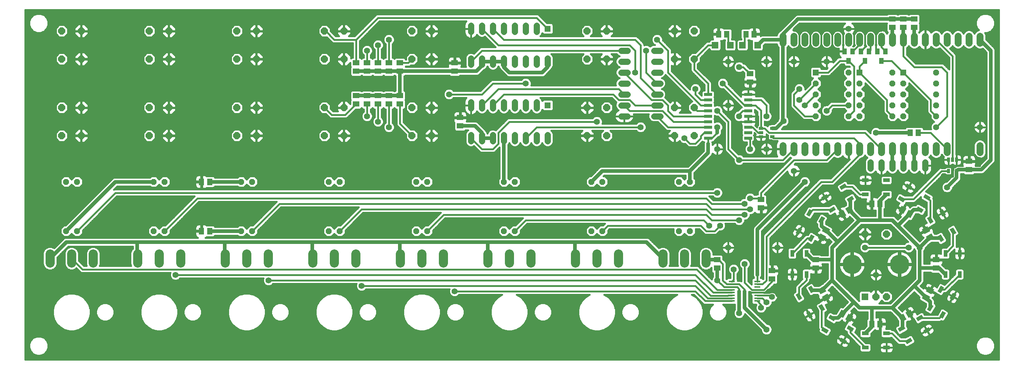
<source format=gtl>
G75*
%MOIN*%
%OFA0B0*%
%FSLAX25Y25*%
%IPPOS*%
%LPD*%
%AMOC8*
5,1,8,0,0,1.08239X$1,22.5*
%
%ADD10R,0.05118X0.05906*%
%ADD11R,0.05906X0.05906*%
%ADD12OC8,0.05600*%
%ADD13R,0.05600X0.05600*%
%ADD14R,0.05906X0.05118*%
%ADD15C,0.08268*%
%ADD16OC8,0.06400*%
%ADD17R,0.06337X0.06337*%
%ADD18OC8,0.06337*%
%ADD19C,0.17717*%
%ADD20R,0.03937X0.05512*%
%ADD21C,0.05600*%
%ADD22R,0.02717X0.03898*%
%ADD23R,0.07283X0.02559*%
%ADD24R,0.05807X0.01772*%
%ADD25C,0.06337*%
%ADD26R,0.03898X0.02717*%
%ADD27R,0.03543X0.05906*%
%ADD28R,0.05906X0.03543*%
%ADD29C,0.01600*%
%ADD30C,0.05512*%
%ADD31C,0.03200*%
D10*
X0163760Y0120000D03*
X0171240Y0120000D03*
X0171240Y0165000D03*
X0163760Y0165000D03*
X0636260Y0300000D03*
X0643740Y0300000D03*
X0661260Y0300000D03*
X0668740Y0300000D03*
X0811260Y0210000D03*
X0818740Y0210000D03*
X0783740Y0145000D03*
X0776260Y0145000D03*
G36*
X0752047Y0140647D02*
X0756478Y0143206D01*
X0759431Y0138093D01*
X0755000Y0135534D01*
X0752047Y0140647D01*
G37*
G36*
X0745569Y0136907D02*
X0750000Y0139466D01*
X0752953Y0134353D01*
X0748522Y0131794D01*
X0745569Y0136907D01*
G37*
G36*
X0730534Y0120000D02*
X0733093Y0124431D01*
X0738206Y0121478D01*
X0735647Y0117047D01*
X0730534Y0120000D01*
G37*
G36*
X0726794Y0113522D02*
X0729353Y0117953D01*
X0734466Y0115000D01*
X0731907Y0110569D01*
X0726794Y0113522D01*
G37*
G36*
X0803522Y0143206D02*
X0807953Y0140647D01*
X0805000Y0135534D01*
X0800569Y0138093D01*
X0803522Y0143206D01*
G37*
G36*
X0810000Y0139466D02*
X0814431Y0136907D01*
X0811478Y0131794D01*
X0807047Y0134353D01*
X0810000Y0139466D01*
G37*
G36*
X0826907Y0124431D02*
X0829466Y0120000D01*
X0824353Y0117047D01*
X0821794Y0121478D01*
X0826907Y0124431D01*
G37*
G36*
X0830647Y0117953D02*
X0833206Y0113522D01*
X0828093Y0110569D01*
X0825534Y0115000D01*
X0830647Y0117953D01*
G37*
G36*
X0833206Y0066478D02*
X0830647Y0062047D01*
X0825534Y0065000D01*
X0828093Y0069431D01*
X0833206Y0066478D01*
G37*
G36*
X0829466Y0060000D02*
X0826907Y0055569D01*
X0821794Y0058522D01*
X0824353Y0062953D01*
X0829466Y0060000D01*
G37*
G36*
X0814431Y0043093D02*
X0810000Y0040534D01*
X0807047Y0045647D01*
X0811478Y0048206D01*
X0814431Y0043093D01*
G37*
G36*
X0807953Y0039353D02*
X0803522Y0036794D01*
X0800569Y0041907D01*
X0805000Y0044466D01*
X0807953Y0039353D01*
G37*
X0783740Y0035000D03*
X0776260Y0035000D03*
G36*
X0756478Y0036794D02*
X0752047Y0039353D01*
X0755000Y0044466D01*
X0759431Y0041907D01*
X0756478Y0036794D01*
G37*
G36*
X0750000Y0040534D02*
X0745569Y0043093D01*
X0748522Y0048206D01*
X0752953Y0045647D01*
X0750000Y0040534D01*
G37*
G36*
X0733093Y0055569D02*
X0730534Y0060000D01*
X0735647Y0062953D01*
X0738206Y0058522D01*
X0733093Y0055569D01*
G37*
G36*
X0729353Y0062047D02*
X0726794Y0066478D01*
X0731907Y0069431D01*
X0734466Y0065000D01*
X0729353Y0062047D01*
G37*
D11*
X0671890Y0290000D03*
X0658110Y0290000D03*
X0646890Y0290000D03*
X0633110Y0290000D03*
D12*
X0725000Y0255000D03*
X0725000Y0245000D03*
X0725000Y0235000D03*
X0725000Y0225000D03*
X0755000Y0225000D03*
X0765000Y0225000D03*
X0765000Y0235000D03*
X0755000Y0235000D03*
X0755000Y0245000D03*
X0765000Y0245000D03*
X0765000Y0255000D03*
X0755000Y0255000D03*
X0755000Y0265000D03*
X0795000Y0265000D03*
X0795000Y0255000D03*
X0805000Y0255000D03*
X0805000Y0245000D03*
X0795000Y0245000D03*
X0795000Y0235000D03*
X0805000Y0235000D03*
X0805000Y0225000D03*
X0795000Y0225000D03*
X0835000Y0225000D03*
X0835000Y0235000D03*
X0835000Y0245000D03*
X0835000Y0255000D03*
X0835000Y0265000D03*
X0610000Y0165000D03*
X0600000Y0165000D03*
X0530000Y0165000D03*
X0520000Y0165000D03*
X0450000Y0165000D03*
X0440000Y0165000D03*
X0370000Y0165000D03*
X0360000Y0165000D03*
X0290000Y0165000D03*
X0280000Y0165000D03*
X0210000Y0165000D03*
X0200000Y0165000D03*
X0130000Y0165000D03*
X0120000Y0165000D03*
X0050000Y0165000D03*
X0040000Y0165000D03*
X0040000Y0120000D03*
X0050000Y0120000D03*
X0120000Y0120000D03*
X0130000Y0120000D03*
X0200000Y0120000D03*
X0210000Y0120000D03*
X0280000Y0120000D03*
X0290000Y0120000D03*
X0360000Y0120000D03*
X0370000Y0120000D03*
X0440000Y0120000D03*
X0450000Y0120000D03*
X0520000Y0120000D03*
X0530000Y0120000D03*
X0600000Y0120000D03*
X0610000Y0120000D03*
D13*
X0480000Y0235000D03*
X0480000Y0305000D03*
X0725000Y0265000D03*
X0765000Y0265000D03*
X0805000Y0265000D03*
D14*
X0805000Y0306260D03*
X0795000Y0306260D03*
X0795000Y0313740D03*
X0805000Y0313740D03*
X0815000Y0313740D03*
X0815000Y0306260D03*
X0665000Y0263740D03*
X0665000Y0256260D03*
X0865000Y0183740D03*
X0865000Y0176260D03*
X0835000Y0093740D03*
X0835000Y0086260D03*
X0725000Y0086260D03*
X0725000Y0093740D03*
X0685000Y0083740D03*
X0685000Y0076260D03*
X0635000Y0086260D03*
X0635000Y0093740D03*
X0675000Y0141260D03*
X0675000Y0148740D03*
X0400000Y0216260D03*
X0400000Y0223740D03*
X0345000Y0236260D03*
X0335000Y0236260D03*
X0325000Y0236260D03*
X0315000Y0236260D03*
X0305000Y0236260D03*
X0305000Y0243740D03*
X0315000Y0243740D03*
X0325000Y0243740D03*
X0335000Y0243740D03*
X0345000Y0243740D03*
X0345000Y0266260D03*
X0345000Y0273740D03*
X0335000Y0273740D03*
X0335000Y0266260D03*
X0325000Y0266260D03*
X0325000Y0273740D03*
X0315000Y0273740D03*
X0315000Y0266260D03*
X0305000Y0266260D03*
X0305000Y0273740D03*
X0395000Y0273740D03*
X0395000Y0266260D03*
D15*
X0384685Y0099134D02*
X0384685Y0090866D01*
X0365000Y0090866D02*
X0365000Y0099134D01*
X0345315Y0099134D02*
X0345315Y0090866D01*
X0304685Y0090866D02*
X0304685Y0099134D01*
X0285000Y0099134D02*
X0285000Y0090866D01*
X0265315Y0090866D02*
X0265315Y0099134D01*
X0224685Y0099134D02*
X0224685Y0090866D01*
X0205000Y0090866D02*
X0205000Y0099134D01*
X0185315Y0099134D02*
X0185315Y0090866D01*
X0144685Y0090866D02*
X0144685Y0099134D01*
X0125000Y0099134D02*
X0125000Y0090866D01*
X0105315Y0090866D02*
X0105315Y0099134D01*
X0064685Y0099134D02*
X0064685Y0090866D01*
X0045000Y0090866D02*
X0045000Y0099134D01*
X0025315Y0099134D02*
X0025315Y0090866D01*
X0425315Y0090866D02*
X0425315Y0099134D01*
X0445000Y0099134D02*
X0445000Y0090866D01*
X0464685Y0090866D02*
X0464685Y0099134D01*
X0505315Y0099134D02*
X0505315Y0090866D01*
X0525000Y0090866D02*
X0525000Y0099134D01*
X0544685Y0099134D02*
X0544685Y0090866D01*
X0585315Y0090866D02*
X0585315Y0099134D01*
X0605000Y0099134D02*
X0605000Y0090866D01*
X0624685Y0090866D02*
X0624685Y0099134D01*
D16*
X0613900Y0207200D03*
X0596100Y0207200D03*
X0533900Y0207200D03*
X0516100Y0207200D03*
X0516100Y0232800D03*
X0533900Y0232800D03*
X0596100Y0232800D03*
X0613900Y0232800D03*
X0613900Y0277200D03*
X0596100Y0277200D03*
X0596100Y0302800D03*
X0613900Y0302800D03*
X0533900Y0302800D03*
X0516100Y0302800D03*
X0516100Y0277200D03*
X0533900Y0277200D03*
X0373900Y0277200D03*
X0356100Y0277200D03*
X0356100Y0302800D03*
X0373900Y0302800D03*
X0293900Y0302800D03*
X0276100Y0302800D03*
X0276100Y0277200D03*
X0293900Y0277200D03*
X0213900Y0277200D03*
X0196100Y0277200D03*
X0196100Y0302800D03*
X0213900Y0302800D03*
X0133900Y0302800D03*
X0116100Y0302800D03*
X0116100Y0277200D03*
X0133900Y0277200D03*
X0053900Y0277200D03*
X0036100Y0277200D03*
X0036100Y0302800D03*
X0053900Y0302800D03*
X0053900Y0232800D03*
X0036100Y0232800D03*
X0036100Y0207200D03*
X0053900Y0207200D03*
X0116100Y0207200D03*
X0133900Y0207200D03*
X0133900Y0232800D03*
X0116100Y0232800D03*
X0196100Y0232800D03*
X0213900Y0232800D03*
X0213900Y0207200D03*
X0196100Y0207200D03*
X0276100Y0207200D03*
X0293900Y0207200D03*
X0293900Y0232800D03*
X0276100Y0232800D03*
X0356100Y0232800D03*
X0373900Y0232800D03*
X0373900Y0207200D03*
X0356100Y0207200D03*
D17*
X0770000Y0060000D03*
D18*
X0779843Y0060000D03*
X0789685Y0060000D03*
X0789685Y0117087D03*
X0770000Y0117087D03*
D19*
X0758189Y0089528D03*
X0801496Y0089528D03*
D20*
X0785000Y0275669D03*
X0781260Y0284331D03*
X0788740Y0284331D03*
X0773740Y0284331D03*
X0766260Y0284331D03*
X0758740Y0284331D03*
X0751260Y0284331D03*
X0755000Y0275669D03*
X0770000Y0275669D03*
D21*
X0582800Y0275000D02*
X0577200Y0275000D01*
X0577200Y0265000D02*
X0582800Y0265000D01*
X0582800Y0255000D02*
X0577200Y0255000D01*
X0577200Y0245000D02*
X0582800Y0245000D01*
X0582800Y0235000D02*
X0577200Y0235000D01*
X0577200Y0225000D02*
X0582800Y0225000D01*
X0552800Y0225000D02*
X0547200Y0225000D01*
X0547200Y0235000D02*
X0552800Y0235000D01*
X0552800Y0245000D02*
X0547200Y0245000D01*
X0547200Y0255000D02*
X0552800Y0255000D01*
X0552800Y0265000D02*
X0547200Y0265000D01*
X0547200Y0275000D02*
X0552800Y0275000D01*
X0552800Y0285000D02*
X0547200Y0285000D01*
X0577200Y0285000D02*
X0582800Y0285000D01*
X0480000Y0277800D02*
X0480000Y0272200D01*
X0470000Y0272200D02*
X0470000Y0277800D01*
X0460000Y0277800D02*
X0460000Y0272200D01*
X0450000Y0272200D02*
X0450000Y0277800D01*
X0440000Y0277800D02*
X0440000Y0272200D01*
X0430000Y0272200D02*
X0430000Y0277800D01*
X0420000Y0277800D02*
X0420000Y0272200D01*
X0410000Y0272200D02*
X0410000Y0277800D01*
X0410000Y0302200D02*
X0410000Y0307800D01*
X0420000Y0307800D02*
X0420000Y0302200D01*
X0430000Y0302200D02*
X0430000Y0307800D01*
X0440000Y0307800D02*
X0440000Y0302200D01*
X0450000Y0302200D02*
X0450000Y0307800D01*
X0460000Y0307800D02*
X0460000Y0302200D01*
X0470000Y0302200D02*
X0470000Y0307800D01*
X0470000Y0237800D02*
X0470000Y0232200D01*
X0460000Y0232200D02*
X0460000Y0237800D01*
X0450000Y0237800D02*
X0450000Y0232200D01*
X0440000Y0232200D02*
X0440000Y0237800D01*
X0430000Y0237800D02*
X0430000Y0232200D01*
X0420000Y0232200D02*
X0420000Y0237800D01*
X0410000Y0237800D02*
X0410000Y0232200D01*
X0410000Y0207800D02*
X0410000Y0202200D01*
X0420000Y0202200D02*
X0420000Y0207800D01*
X0430000Y0207800D02*
X0430000Y0202200D01*
X0440000Y0202200D02*
X0440000Y0207800D01*
X0450000Y0207800D02*
X0450000Y0202200D01*
X0460000Y0202200D02*
X0460000Y0207800D01*
X0470000Y0207800D02*
X0470000Y0202200D01*
X0480000Y0202200D02*
X0480000Y0207800D01*
X0775000Y0182800D02*
X0775000Y0177200D01*
X0785000Y0177200D02*
X0785000Y0182800D01*
X0795000Y0182800D02*
X0795000Y0177200D01*
X0805000Y0177200D02*
X0805000Y0182800D01*
X0815000Y0182800D02*
X0815000Y0177200D01*
X0825000Y0177200D02*
X0825000Y0182800D01*
D22*
X0846260Y0185079D03*
X0850000Y0185079D03*
X0853740Y0185079D03*
X0853740Y0174882D03*
X0846260Y0174882D03*
D23*
X0663406Y0205000D03*
X0663406Y0210000D03*
X0663406Y0215000D03*
X0663406Y0220000D03*
X0663406Y0225000D03*
X0663406Y0230000D03*
X0663406Y0235000D03*
X0663406Y0240000D03*
X0663406Y0245000D03*
X0626594Y0245000D03*
X0626594Y0240000D03*
X0626594Y0235000D03*
X0626594Y0230000D03*
X0626594Y0225000D03*
X0626594Y0220000D03*
X0626594Y0215000D03*
X0626594Y0210000D03*
X0626594Y0205000D03*
D24*
X0648433Y0073957D03*
X0648433Y0071398D03*
X0648433Y0068839D03*
X0648433Y0066280D03*
X0648433Y0063720D03*
X0648433Y0061161D03*
X0648433Y0058602D03*
X0648433Y0056043D03*
X0671567Y0056043D03*
X0671567Y0058602D03*
X0671567Y0061161D03*
X0671567Y0063720D03*
X0671567Y0066280D03*
X0671567Y0068839D03*
X0671567Y0071398D03*
X0671567Y0073957D03*
D25*
X0695000Y0191831D02*
X0695000Y0198169D01*
X0705000Y0198169D02*
X0705000Y0191831D01*
X0715000Y0191831D02*
X0715000Y0198169D01*
X0725000Y0198169D02*
X0725000Y0191831D01*
X0735000Y0191831D02*
X0735000Y0198169D01*
X0745000Y0198169D02*
X0745000Y0191831D01*
X0755000Y0191831D02*
X0755000Y0198169D01*
X0765000Y0198169D02*
X0765000Y0191831D01*
X0775000Y0191831D02*
X0775000Y0198169D01*
X0785000Y0198169D02*
X0785000Y0191831D01*
X0795000Y0191831D02*
X0795000Y0198169D01*
X0805000Y0198169D02*
X0805000Y0191831D01*
X0815000Y0191831D02*
X0815000Y0198169D01*
X0825000Y0198169D02*
X0825000Y0191831D01*
X0835000Y0191831D02*
X0835000Y0198169D01*
X0845000Y0198169D02*
X0845000Y0191831D01*
X0875000Y0191831D02*
X0875000Y0198169D01*
X0875000Y0291831D02*
X0875000Y0298169D01*
X0865000Y0298169D02*
X0865000Y0291831D01*
X0855000Y0291831D02*
X0855000Y0298169D01*
X0845000Y0298169D02*
X0845000Y0291831D01*
X0835000Y0291831D02*
X0835000Y0298169D01*
X0825000Y0298169D02*
X0825000Y0291831D01*
X0815000Y0291831D02*
X0815000Y0298169D01*
X0805000Y0298169D02*
X0805000Y0291831D01*
X0795000Y0291831D02*
X0795000Y0298169D01*
X0785000Y0298169D02*
X0785000Y0291831D01*
X0775000Y0291831D02*
X0775000Y0298169D01*
X0765000Y0298169D02*
X0765000Y0291831D01*
X0755000Y0291831D02*
X0755000Y0298169D01*
X0745000Y0298169D02*
X0745000Y0291831D01*
X0735000Y0291831D02*
X0735000Y0298169D01*
X0725000Y0298169D02*
X0725000Y0291831D01*
X0715000Y0291831D02*
X0715000Y0298169D01*
X0705000Y0298169D02*
X0705000Y0291831D01*
X0695000Y0291831D02*
X0695000Y0298169D01*
D26*
X0685118Y0213740D03*
X0674921Y0213740D03*
X0674921Y0210000D03*
X0674921Y0206260D03*
X0685118Y0206260D03*
D27*
X0703504Y0099646D03*
X0716496Y0099646D03*
X0716496Y0080354D03*
X0703504Y0080354D03*
X0843504Y0080354D03*
X0856496Y0080354D03*
X0856496Y0099646D03*
X0843504Y0099646D03*
D28*
G36*
X0839254Y0116841D02*
X0842207Y0111728D01*
X0839140Y0109957D01*
X0836187Y0115070D01*
X0839254Y0116841D01*
G37*
G36*
X0850506Y0123337D02*
X0853459Y0118224D01*
X0850392Y0116453D01*
X0847439Y0121566D01*
X0850506Y0123337D01*
G37*
G36*
X0829608Y0133547D02*
X0832561Y0128434D01*
X0829494Y0126663D01*
X0826541Y0131776D01*
X0829608Y0133547D01*
G37*
G36*
X0818434Y0142561D02*
X0823547Y0139608D01*
X0821776Y0136541D01*
X0816663Y0139494D01*
X0818434Y0142561D01*
G37*
G36*
X0801728Y0152207D02*
X0806841Y0149254D01*
X0805070Y0146187D01*
X0799957Y0149140D01*
X0801728Y0152207D01*
G37*
X0789646Y0153504D03*
X0770354Y0153504D03*
G36*
X0753159Y0149254D02*
X0758272Y0152207D01*
X0760043Y0149140D01*
X0754930Y0146187D01*
X0753159Y0149254D01*
G37*
G36*
X0736453Y0139608D02*
X0741566Y0142561D01*
X0743337Y0139494D01*
X0738224Y0136541D01*
X0736453Y0139608D01*
G37*
G36*
X0727439Y0128434D02*
X0730392Y0133547D01*
X0733459Y0131776D01*
X0730506Y0126663D01*
X0727439Y0128434D01*
G37*
G36*
X0716187Y0134930D02*
X0719140Y0140043D01*
X0722207Y0138272D01*
X0719254Y0133159D01*
X0716187Y0134930D01*
G37*
G36*
X0706541Y0118224D02*
X0709494Y0123337D01*
X0712561Y0121566D01*
X0709608Y0116453D01*
X0706541Y0118224D01*
G37*
G36*
X0717793Y0111728D02*
X0720746Y0116841D01*
X0723813Y0115070D01*
X0720860Y0109957D01*
X0717793Y0111728D01*
G37*
G36*
X0729957Y0150860D02*
X0735070Y0153813D01*
X0736841Y0150746D01*
X0731728Y0147793D01*
X0729957Y0150860D01*
G37*
G36*
X0746663Y0160506D02*
X0751776Y0163459D01*
X0753547Y0160392D01*
X0748434Y0157439D01*
X0746663Y0160506D01*
G37*
X0770354Y0166496D03*
X0789646Y0166496D03*
G36*
X0808224Y0163459D02*
X0813337Y0160506D01*
X0811566Y0157439D01*
X0806453Y0160392D01*
X0808224Y0163459D01*
G37*
G36*
X0824930Y0153813D02*
X0830043Y0150860D01*
X0828272Y0147793D01*
X0823159Y0150746D01*
X0824930Y0153813D01*
G37*
G36*
X0840860Y0140043D02*
X0843813Y0134930D01*
X0840746Y0133159D01*
X0837793Y0138272D01*
X0840860Y0140043D01*
G37*
G36*
X0842207Y0068272D02*
X0839254Y0063159D01*
X0836187Y0064930D01*
X0839140Y0070043D01*
X0842207Y0068272D01*
G37*
G36*
X0853459Y0061776D02*
X0850506Y0056663D01*
X0847439Y0058434D01*
X0850392Y0063547D01*
X0853459Y0061776D01*
G37*
G36*
X0832561Y0051566D02*
X0829608Y0046453D01*
X0826541Y0048224D01*
X0829494Y0053337D01*
X0832561Y0051566D01*
G37*
G36*
X0843813Y0045070D02*
X0840860Y0039957D01*
X0837793Y0041728D01*
X0840746Y0046841D01*
X0843813Y0045070D01*
G37*
G36*
X0823547Y0040392D02*
X0818434Y0037439D01*
X0816663Y0040506D01*
X0821776Y0043459D01*
X0823547Y0040392D01*
G37*
G36*
X0806841Y0030746D02*
X0801728Y0027793D01*
X0799957Y0030860D01*
X0805070Y0033813D01*
X0806841Y0030746D01*
G37*
X0789646Y0026496D03*
X0770354Y0026496D03*
G36*
X0758272Y0027793D02*
X0753159Y0030746D01*
X0754930Y0033813D01*
X0760043Y0030860D01*
X0758272Y0027793D01*
G37*
G36*
X0751776Y0016541D02*
X0746663Y0019494D01*
X0748434Y0022561D01*
X0753547Y0019608D01*
X0751776Y0016541D01*
G37*
X0770354Y0013504D03*
X0789646Y0013504D03*
G36*
X0813337Y0019494D02*
X0808224Y0016541D01*
X0806453Y0019608D01*
X0811566Y0022561D01*
X0813337Y0019494D01*
G37*
G36*
X0830043Y0029140D02*
X0824930Y0026187D01*
X0823159Y0029254D01*
X0828272Y0032207D01*
X0830043Y0029140D01*
G37*
G36*
X0741566Y0037439D02*
X0736453Y0040392D01*
X0738224Y0043459D01*
X0743337Y0040506D01*
X0741566Y0037439D01*
G37*
G36*
X0735070Y0026187D02*
X0729957Y0029140D01*
X0731728Y0032207D01*
X0736841Y0029254D01*
X0735070Y0026187D01*
G37*
G36*
X0719140Y0039957D02*
X0716187Y0045070D01*
X0719254Y0046841D01*
X0722207Y0041728D01*
X0719140Y0039957D01*
G37*
G36*
X0730392Y0046453D02*
X0727439Y0051566D01*
X0730506Y0053337D01*
X0733459Y0048224D01*
X0730392Y0046453D01*
G37*
G36*
X0709494Y0056663D02*
X0706541Y0061776D01*
X0709608Y0063547D01*
X0712561Y0058434D01*
X0709494Y0056663D01*
G37*
G36*
X0720746Y0063159D02*
X0717793Y0068272D01*
X0720860Y0070043D01*
X0723813Y0064930D01*
X0720746Y0063159D01*
G37*
D29*
X0002700Y0002700D02*
X0002700Y0322300D01*
X0892300Y0322300D01*
X0892300Y0002700D01*
X0002700Y0002700D01*
X0002700Y0003197D02*
X0892300Y0003197D01*
X0892300Y0004796D02*
X0002700Y0004796D01*
X0002700Y0006394D02*
X0013044Y0006394D01*
X0013270Y0006301D02*
X0016730Y0006301D01*
X0019928Y0007625D01*
X0022375Y0010072D01*
X0023699Y0013270D01*
X0023699Y0016730D01*
X0022375Y0019928D01*
X0019928Y0022375D01*
X0016730Y0023699D01*
X0013270Y0023699D01*
X0010072Y0022375D01*
X0007625Y0019928D01*
X0006301Y0016730D01*
X0006301Y0013270D01*
X0007625Y0010072D01*
X0010072Y0007625D01*
X0013270Y0006301D01*
X0016956Y0006394D02*
X0878044Y0006394D01*
X0878270Y0006301D02*
X0881730Y0006301D01*
X0884928Y0007625D01*
X0887375Y0010072D01*
X0888699Y0013270D01*
X0888699Y0016730D01*
X0887375Y0019928D01*
X0884928Y0022375D01*
X0881730Y0023699D01*
X0878270Y0023699D01*
X0875072Y0022375D01*
X0872625Y0019928D01*
X0871301Y0016730D01*
X0871301Y0013270D01*
X0872625Y0010072D01*
X0875072Y0007625D01*
X0878270Y0006301D01*
X0881956Y0006394D02*
X0892300Y0006394D01*
X0892300Y0007993D02*
X0885295Y0007993D01*
X0886894Y0009591D02*
X0892300Y0009591D01*
X0892300Y0011190D02*
X0887838Y0011190D01*
X0888500Y0012788D02*
X0892300Y0012788D01*
X0892300Y0014387D02*
X0888699Y0014387D01*
X0888699Y0015985D02*
X0892300Y0015985D01*
X0892300Y0017584D02*
X0888346Y0017584D01*
X0887684Y0019182D02*
X0892300Y0019182D01*
X0892300Y0020781D02*
X0886522Y0020781D01*
X0884917Y0022379D02*
X0892300Y0022379D01*
X0892300Y0023978D02*
X0827504Y0023978D01*
X0826257Y0023258D02*
X0829013Y0024849D01*
X0826570Y0029080D01*
X0821316Y0026046D01*
X0822316Y0024313D01*
X0822732Y0023840D01*
X0823232Y0023456D01*
X0823797Y0023177D01*
X0824406Y0023014D01*
X0825035Y0022973D01*
X0825660Y0023055D01*
X0826257Y0023258D01*
X0828593Y0025576D02*
X0828791Y0025576D01*
X0829162Y0024934D02*
X0826719Y0029166D01*
X0826633Y0029314D01*
X0831887Y0032348D01*
X0830886Y0034081D01*
X0830471Y0034555D01*
X0829971Y0034938D01*
X0829405Y0035217D01*
X0828797Y0035380D01*
X0828168Y0035421D01*
X0827543Y0035339D01*
X0826946Y0035137D01*
X0824190Y0033546D01*
X0826633Y0029314D01*
X0826484Y0029229D01*
X0824041Y0033460D01*
X0821285Y0031869D01*
X0820812Y0031453D01*
X0820428Y0030953D01*
X0820149Y0030388D01*
X0819986Y0029779D01*
X0819945Y0029150D01*
X0820027Y0028525D01*
X0820230Y0027928D01*
X0821230Y0026195D01*
X0826484Y0029228D01*
X0826570Y0029080D01*
X0826719Y0029166D01*
X0831973Y0032199D01*
X0832973Y0030466D01*
X0833176Y0029869D01*
X0833258Y0029244D01*
X0833217Y0028615D01*
X0833054Y0028006D01*
X0832775Y0027441D01*
X0832391Y0026941D01*
X0831917Y0026525D01*
X0829162Y0024934D01*
X0830273Y0025576D02*
X0892300Y0025576D01*
X0892300Y0027175D02*
X0832571Y0027175D01*
X0833227Y0028773D02*
X0892300Y0028773D01*
X0892300Y0030372D02*
X0833005Y0030372D01*
X0832105Y0031970D02*
X0892300Y0031970D01*
X0892300Y0033569D02*
X0831182Y0033569D01*
X0831233Y0031970D02*
X0831576Y0031970D01*
X0828808Y0030372D02*
X0828464Y0030372D01*
X0826945Y0028773D02*
X0826747Y0028773D01*
X0826039Y0028773D02*
X0825696Y0028773D01*
X0825824Y0030372D02*
X0826022Y0030372D01*
X0825099Y0031970D02*
X0824901Y0031970D01*
X0824230Y0033569D02*
X0808261Y0033569D01*
X0808261Y0033087D02*
X0808261Y0036759D01*
X0809359Y0037392D01*
X0809475Y0037361D01*
X0810104Y0037320D01*
X0810729Y0037402D01*
X0811326Y0037605D01*
X0813400Y0038802D01*
X0810564Y0043715D01*
X0811394Y0044195D01*
X0810915Y0045025D01*
X0815487Y0047665D01*
X0814093Y0050080D01*
X0813677Y0050554D01*
X0813177Y0050937D01*
X0812612Y0051216D01*
X0812003Y0051379D01*
X0811374Y0051421D01*
X0810749Y0051338D01*
X0810152Y0051136D01*
X0808078Y0049938D01*
X0810915Y0045025D01*
X0810084Y0044546D01*
X0807247Y0049459D01*
X0805174Y0048261D01*
X0804700Y0047846D01*
X0804316Y0047346D01*
X0804037Y0046780D01*
X0804006Y0046663D01*
X0803929Y0046619D01*
X0800602Y0049945D01*
X0815000Y0064343D01*
X0819681Y0059662D01*
X0819476Y0059308D01*
X0819351Y0058361D01*
X0819599Y0057439D01*
X0820180Y0056681D01*
X0825551Y0053580D01*
X0825551Y0051310D01*
X0824224Y0049010D01*
X0824099Y0048063D01*
X0824346Y0047141D01*
X0824927Y0046384D01*
X0828823Y0044134D01*
X0829769Y0044010D01*
X0830692Y0044257D01*
X0831449Y0044838D01*
X0834879Y0050779D01*
X0835004Y0051726D01*
X0834757Y0052648D01*
X0834175Y0053406D01*
X0833551Y0053766D01*
X0833551Y0056135D01*
X0832942Y0057605D01*
X0831817Y0058730D01*
X0831619Y0058929D01*
X0831663Y0059006D01*
X0831780Y0059037D01*
X0832346Y0059316D01*
X0832846Y0059700D01*
X0833261Y0060174D01*
X0834459Y0062247D01*
X0829546Y0065084D01*
X0830025Y0065915D01*
X0829195Y0066394D01*
X0831834Y0070966D01*
X0829419Y0072360D01*
X0828823Y0072563D01*
X0828198Y0072645D01*
X0827569Y0072604D01*
X0826960Y0072441D01*
X0826394Y0072162D01*
X0825894Y0071779D01*
X0825479Y0071305D01*
X0824281Y0069231D01*
X0829195Y0066394D01*
X0828715Y0065564D01*
X0823802Y0068400D01*
X0823236Y0067421D01*
X0820657Y0070000D01*
X0822266Y0071609D01*
X0823391Y0072734D01*
X0824000Y0074204D01*
X0824000Y0082260D01*
X0830094Y0082260D01*
X0830688Y0081666D01*
X0831570Y0081301D01*
X0836901Y0081301D01*
X0839332Y0078869D01*
X0839332Y0076924D01*
X0839698Y0076042D01*
X0840373Y0075367D01*
X0841255Y0075002D01*
X0845753Y0075002D01*
X0846635Y0075367D01*
X0847310Y0076042D01*
X0847676Y0076924D01*
X0847676Y0083784D01*
X0847310Y0084667D01*
X0846635Y0085342D01*
X0845753Y0085707D01*
X0843808Y0085707D01*
X0840406Y0089109D01*
X0840438Y0089141D01*
X0840789Y0089665D01*
X0841030Y0090248D01*
X0841153Y0090866D01*
X0841153Y0093261D01*
X0835480Y0093261D01*
X0835480Y0094220D01*
X0841153Y0094220D01*
X0841153Y0094335D01*
X0841255Y0094293D01*
X0845753Y0094293D01*
X0846635Y0094658D01*
X0847310Y0095333D01*
X0847676Y0096216D01*
X0847676Y0099292D01*
X0851581Y0103197D01*
X0851524Y0102914D01*
X0851524Y0099731D01*
X0856410Y0099731D01*
X0856410Y0099560D01*
X0851524Y0099560D01*
X0851524Y0096378D01*
X0851647Y0095759D01*
X0851889Y0095177D01*
X0852239Y0094653D01*
X0852685Y0094207D01*
X0853209Y0093857D01*
X0853791Y0093616D01*
X0854409Y0093493D01*
X0856410Y0093493D01*
X0856410Y0099560D01*
X0856582Y0099560D01*
X0856582Y0099731D01*
X0861468Y0099731D01*
X0861468Y0102914D01*
X0861345Y0103532D01*
X0861104Y0104114D01*
X0860753Y0104638D01*
X0860308Y0105084D01*
X0859783Y0105434D01*
X0859201Y0105675D01*
X0858583Y0105798D01*
X0856582Y0105798D01*
X0856582Y0099732D01*
X0856410Y0099732D01*
X0856410Y0105798D01*
X0854409Y0105798D01*
X0853791Y0105675D01*
X0853480Y0105547D01*
X0853649Y0105954D01*
X0853649Y0115561D01*
X0855073Y0116384D01*
X0855654Y0117141D01*
X0855901Y0118063D01*
X0855776Y0119010D01*
X0852346Y0124951D01*
X0851589Y0125532D01*
X0850667Y0125779D01*
X0849720Y0125655D01*
X0845824Y0123406D01*
X0845243Y0122648D01*
X0844996Y0121726D01*
X0845121Y0120779D01*
X0847249Y0117094D01*
X0847249Y0107916D01*
X0844331Y0104998D01*
X0841255Y0104998D01*
X0840373Y0104633D01*
X0839698Y0103958D01*
X0839332Y0103076D01*
X0839332Y0099191D01*
X0838886Y0099376D01*
X0838268Y0099499D01*
X0835480Y0099499D01*
X0835480Y0094220D01*
X0834520Y0094220D01*
X0834520Y0093261D01*
X0828847Y0093261D01*
X0828847Y0090866D01*
X0828968Y0090260D01*
X0824000Y0090260D01*
X0824000Y0101708D01*
X0824371Y0102079D01*
X0825156Y0103974D01*
X0825156Y0104499D01*
X0828948Y0108291D01*
X0830866Y0109399D01*
X0836689Y0109399D01*
X0837299Y0108342D01*
X0838057Y0107761D01*
X0838979Y0107514D01*
X0839926Y0107638D01*
X0843821Y0109887D01*
X0844402Y0110645D01*
X0844650Y0111567D01*
X0844525Y0112514D01*
X0841095Y0118455D01*
X0840337Y0119036D01*
X0839415Y0119283D01*
X0838468Y0119159D01*
X0835420Y0117399D01*
X0833739Y0117399D01*
X0832608Y0119359D01*
X0832639Y0119475D01*
X0832680Y0120104D01*
X0832598Y0120729D01*
X0832395Y0121326D01*
X0831198Y0123400D01*
X0826285Y0120564D01*
X0825805Y0121394D01*
X0824975Y0120915D01*
X0822335Y0125487D01*
X0819920Y0124093D01*
X0819446Y0123677D01*
X0819063Y0123177D01*
X0818784Y0122612D01*
X0818621Y0122003D01*
X0818579Y0121374D01*
X0818662Y0120749D01*
X0818864Y0120152D01*
X0820062Y0118078D01*
X0824975Y0120915D01*
X0825454Y0120084D01*
X0820541Y0117247D01*
X0821739Y0115174D01*
X0822154Y0114700D01*
X0822654Y0114316D01*
X0823220Y0114037D01*
X0823337Y0114006D01*
X0823341Y0113998D01*
X0820000Y0110657D01*
X0805711Y0124945D01*
X0810407Y0129641D01*
X0810692Y0129476D01*
X0811639Y0129351D01*
X0812561Y0129599D01*
X0813319Y0130180D01*
X0816420Y0135551D01*
X0818690Y0135551D01*
X0820990Y0134224D01*
X0821937Y0134099D01*
X0822859Y0134346D01*
X0823616Y0134927D01*
X0825865Y0138823D01*
X0825990Y0139769D01*
X0825743Y0140692D01*
X0825162Y0141449D01*
X0819221Y0144879D01*
X0818274Y0145004D01*
X0817352Y0144757D01*
X0816594Y0144175D01*
X0816234Y0143551D01*
X0813865Y0143551D01*
X0812395Y0142942D01*
X0811270Y0141817D01*
X0811071Y0141619D01*
X0810994Y0141663D01*
X0810963Y0141780D01*
X0810684Y0142346D01*
X0810300Y0142846D01*
X0809826Y0143261D01*
X0807753Y0144459D01*
X0804916Y0139546D01*
X0804085Y0140025D01*
X0803606Y0139195D01*
X0799034Y0141834D01*
X0797639Y0139419D01*
X0797437Y0138823D01*
X0797355Y0138198D01*
X0797396Y0137569D01*
X0797559Y0136960D01*
X0797838Y0136394D01*
X0798221Y0135894D01*
X0798695Y0135479D01*
X0800769Y0134281D01*
X0803606Y0139195D01*
X0804436Y0138715D01*
X0801600Y0133802D01*
X0802649Y0133196D01*
X0800055Y0130602D01*
X0798391Y0132266D01*
X0797266Y0133391D01*
X0795796Y0134000D01*
X0787740Y0134000D01*
X0787740Y0140094D01*
X0788334Y0140688D01*
X0788699Y0141570D01*
X0788699Y0146901D01*
X0791131Y0149332D01*
X0793076Y0149332D01*
X0793958Y0149698D01*
X0794633Y0150373D01*
X0794998Y0151255D01*
X0794998Y0155753D01*
X0794633Y0156635D01*
X0793958Y0157310D01*
X0793076Y0157676D01*
X0786216Y0157676D01*
X0785333Y0157310D01*
X0784658Y0156635D01*
X0784293Y0155753D01*
X0784293Y0153808D01*
X0780891Y0150406D01*
X0780859Y0150438D01*
X0780335Y0150789D01*
X0779752Y0151030D01*
X0779134Y0151153D01*
X0776739Y0151153D01*
X0776739Y0145480D01*
X0775780Y0145480D01*
X0775780Y0151153D01*
X0775665Y0151153D01*
X0775707Y0151255D01*
X0775707Y0155753D01*
X0775342Y0156635D01*
X0774667Y0157310D01*
X0773784Y0157676D01*
X0766924Y0157676D01*
X0766064Y0157319D01*
X0760222Y0163161D01*
X0759046Y0163649D01*
X0754439Y0163649D01*
X0753616Y0165073D01*
X0752859Y0165654D01*
X0751937Y0165901D01*
X0750990Y0165776D01*
X0745049Y0162346D01*
X0744468Y0161589D01*
X0744221Y0160667D01*
X0744345Y0159720D01*
X0746594Y0155824D01*
X0747352Y0155243D01*
X0748274Y0154996D01*
X0749221Y0155121D01*
X0752906Y0157249D01*
X0757084Y0157249D01*
X0762641Y0151691D01*
X0763542Y0150791D01*
X0764718Y0150304D01*
X0765436Y0150304D01*
X0766042Y0149698D01*
X0766924Y0149332D01*
X0770809Y0149332D01*
X0770624Y0148886D01*
X0770501Y0148268D01*
X0770501Y0145480D01*
X0775780Y0145480D01*
X0775780Y0144520D01*
X0776739Y0144520D01*
X0776739Y0138847D01*
X0779134Y0138847D01*
X0779740Y0138968D01*
X0779740Y0134000D01*
X0766657Y0134000D01*
X0761709Y0138948D01*
X0760601Y0140866D01*
X0760601Y0146689D01*
X0761658Y0147299D01*
X0762239Y0148057D01*
X0762486Y0148979D01*
X0762362Y0149926D01*
X0760112Y0153821D01*
X0759355Y0154402D01*
X0758433Y0154650D01*
X0757486Y0154525D01*
X0751545Y0151095D01*
X0750964Y0150337D01*
X0750717Y0149415D01*
X0750841Y0148468D01*
X0752601Y0145420D01*
X0752601Y0143739D01*
X0750641Y0142608D01*
X0750525Y0142639D01*
X0749896Y0142680D01*
X0749271Y0142598D01*
X0748674Y0142395D01*
X0746600Y0141198D01*
X0749436Y0136285D01*
X0748606Y0135805D01*
X0749085Y0134975D01*
X0744513Y0132335D01*
X0745907Y0129920D01*
X0746323Y0129446D01*
X0746823Y0129063D01*
X0747388Y0128784D01*
X0747997Y0128621D01*
X0748626Y0128579D01*
X0749251Y0128662D01*
X0749848Y0128864D01*
X0751922Y0130062D01*
X0749085Y0134975D01*
X0749916Y0135454D01*
X0752753Y0130541D01*
X0754826Y0131739D01*
X0755300Y0132154D01*
X0755684Y0132654D01*
X0755963Y0133220D01*
X0755994Y0133337D01*
X0756002Y0133341D01*
X0759343Y0130000D01*
X0745055Y0115711D01*
X0740359Y0120407D01*
X0740524Y0120692D01*
X0740649Y0121639D01*
X0740401Y0122561D01*
X0739820Y0123319D01*
X0734449Y0126420D01*
X0734449Y0128690D01*
X0735776Y0130990D01*
X0735901Y0131937D01*
X0735654Y0132859D01*
X0735073Y0133616D01*
X0731177Y0135865D01*
X0730231Y0135990D01*
X0729308Y0135743D01*
X0728551Y0135162D01*
X0725121Y0129221D01*
X0724996Y0128274D01*
X0725243Y0127352D01*
X0725824Y0126594D01*
X0726449Y0126234D01*
X0726449Y0123865D01*
X0727058Y0122395D01*
X0728381Y0121071D01*
X0728337Y0120994D01*
X0728220Y0120963D01*
X0727654Y0120684D01*
X0727154Y0120300D01*
X0726739Y0119826D01*
X0725541Y0117753D01*
X0730454Y0114916D01*
X0729975Y0114085D01*
X0730805Y0113606D01*
X0728166Y0109034D01*
X0730580Y0107639D01*
X0731177Y0107437D01*
X0731802Y0107355D01*
X0732431Y0107396D01*
X0733040Y0107559D01*
X0733606Y0107838D01*
X0734106Y0108221D01*
X0734521Y0108695D01*
X0735719Y0110769D01*
X0730805Y0113606D01*
X0731285Y0114436D01*
X0736198Y0111600D01*
X0736804Y0112649D01*
X0739398Y0110055D01*
X0737734Y0108391D01*
X0736609Y0107266D01*
X0736000Y0105796D01*
X0736000Y0097740D01*
X0729906Y0097740D01*
X0729312Y0098334D01*
X0728430Y0098699D01*
X0723099Y0098699D01*
X0720668Y0101131D01*
X0720668Y0103076D01*
X0720302Y0103958D01*
X0719627Y0104633D01*
X0718745Y0104998D01*
X0714247Y0104998D01*
X0713365Y0104633D01*
X0712690Y0103958D01*
X0712324Y0103076D01*
X0712324Y0096216D01*
X0712690Y0095333D01*
X0713365Y0094658D01*
X0714247Y0094293D01*
X0716192Y0094293D01*
X0719594Y0090891D01*
X0719562Y0090859D01*
X0719211Y0090335D01*
X0718970Y0089752D01*
X0718847Y0089134D01*
X0718847Y0086739D01*
X0724520Y0086739D01*
X0724520Y0085780D01*
X0718847Y0085780D01*
X0718847Y0085665D01*
X0718745Y0085707D01*
X0714247Y0085707D01*
X0713365Y0085342D01*
X0712690Y0084667D01*
X0712324Y0083784D01*
X0712324Y0076924D01*
X0712681Y0076064D01*
X0706839Y0070222D01*
X0706351Y0069046D01*
X0706351Y0064439D01*
X0704927Y0063616D01*
X0704346Y0062859D01*
X0704099Y0061937D01*
X0704224Y0060990D01*
X0707654Y0055049D01*
X0708411Y0054468D01*
X0709333Y0054221D01*
X0710280Y0054345D01*
X0714175Y0056594D01*
X0714757Y0057352D01*
X0715004Y0058274D01*
X0714879Y0059221D01*
X0712751Y0062906D01*
X0712751Y0067084D01*
X0719209Y0073542D01*
X0719696Y0074718D01*
X0719696Y0075436D01*
X0720302Y0076042D01*
X0720668Y0076924D01*
X0720668Y0080809D01*
X0721114Y0080624D01*
X0721732Y0080501D01*
X0724520Y0080501D01*
X0724520Y0085780D01*
X0725480Y0085780D01*
X0725480Y0086739D01*
X0731153Y0086739D01*
X0731153Y0089134D01*
X0731032Y0089740D01*
X0736000Y0089740D01*
X0736000Y0076657D01*
X0731052Y0071709D01*
X0727640Y0069739D01*
X0723808Y0069739D01*
X0722701Y0071658D01*
X0721943Y0072239D01*
X0721021Y0072486D01*
X0720074Y0072362D01*
X0716179Y0070113D01*
X0715598Y0069355D01*
X0715350Y0068433D01*
X0715475Y0067486D01*
X0718905Y0061545D01*
X0719663Y0060964D01*
X0720585Y0060717D01*
X0721532Y0060841D01*
X0723087Y0061739D01*
X0726759Y0061739D01*
X0727392Y0060641D01*
X0727361Y0060525D01*
X0727320Y0059896D01*
X0727402Y0059271D01*
X0727605Y0058674D01*
X0728802Y0056600D01*
X0733715Y0059436D01*
X0734195Y0058606D01*
X0735025Y0059085D01*
X0737665Y0054513D01*
X0740080Y0055907D01*
X0740554Y0056323D01*
X0740937Y0056823D01*
X0741216Y0057388D01*
X0741379Y0057997D01*
X0741421Y0058626D01*
X0741338Y0059251D01*
X0741136Y0059848D01*
X0739938Y0061922D01*
X0735025Y0059085D01*
X0734546Y0059916D01*
X0739459Y0062753D01*
X0738261Y0064826D01*
X0737846Y0065300D01*
X0737346Y0065684D01*
X0736780Y0065963D01*
X0736663Y0065994D01*
X0736659Y0066002D01*
X0740000Y0069343D01*
X0754289Y0055055D01*
X0749593Y0050359D01*
X0749308Y0050524D01*
X0748361Y0050649D01*
X0747439Y0050401D01*
X0746681Y0049820D01*
X0743580Y0044449D01*
X0741310Y0044449D01*
X0739010Y0045776D01*
X0738063Y0045901D01*
X0737141Y0045654D01*
X0736384Y0045073D01*
X0734134Y0041177D01*
X0734010Y0040231D01*
X0734257Y0039308D01*
X0734838Y0038551D01*
X0740779Y0035121D01*
X0741726Y0034996D01*
X0742648Y0035243D01*
X0743406Y0035824D01*
X0743766Y0036449D01*
X0746135Y0036449D01*
X0747605Y0037058D01*
X0748730Y0038183D01*
X0748929Y0038381D01*
X0749006Y0038337D01*
X0749037Y0038220D01*
X0749316Y0037654D01*
X0749700Y0037154D01*
X0750174Y0036739D01*
X0752247Y0035541D01*
X0755084Y0040454D01*
X0755915Y0039975D01*
X0756394Y0040805D01*
X0760966Y0038166D01*
X0762360Y0040580D01*
X0762563Y0041177D01*
X0762645Y0041802D01*
X0762604Y0042431D01*
X0762441Y0043040D01*
X0762162Y0043606D01*
X0761779Y0044106D01*
X0761305Y0044521D01*
X0759231Y0045719D01*
X0756394Y0040805D01*
X0755564Y0041285D01*
X0758400Y0046198D01*
X0757351Y0046804D01*
X0759945Y0049398D01*
X0761609Y0047734D01*
X0762734Y0046609D01*
X0764204Y0046000D01*
X0772260Y0046000D01*
X0772260Y0039906D01*
X0771666Y0039312D01*
X0771301Y0038430D01*
X0771301Y0033099D01*
X0768869Y0030668D01*
X0766924Y0030668D01*
X0766042Y0030302D01*
X0765367Y0029627D01*
X0765002Y0028745D01*
X0765002Y0024247D01*
X0765367Y0023365D01*
X0766042Y0022690D01*
X0766924Y0022324D01*
X0773784Y0022324D01*
X0774667Y0022690D01*
X0775342Y0023365D01*
X0775707Y0024247D01*
X0775707Y0026192D01*
X0779109Y0029594D01*
X0779141Y0029562D01*
X0779665Y0029211D01*
X0780248Y0028970D01*
X0780866Y0028847D01*
X0783261Y0028847D01*
X0783261Y0034520D01*
X0784220Y0034520D01*
X0784220Y0028847D01*
X0784335Y0028847D01*
X0784293Y0028745D01*
X0784293Y0024247D01*
X0784658Y0023365D01*
X0785333Y0022690D01*
X0786216Y0022324D01*
X0793076Y0022324D01*
X0793936Y0022681D01*
X0799778Y0016839D01*
X0800954Y0016351D01*
X0805561Y0016351D01*
X0806384Y0014927D01*
X0807141Y0014346D01*
X0808063Y0014099D01*
X0809010Y0014224D01*
X0814951Y0017654D01*
X0815532Y0018411D01*
X0815779Y0019333D01*
X0815655Y0020280D01*
X0813406Y0024175D01*
X0812648Y0024757D01*
X0811726Y0025004D01*
X0810779Y0024879D01*
X0807094Y0022751D01*
X0802916Y0022751D01*
X0796458Y0029209D01*
X0795282Y0029696D01*
X0794564Y0029696D01*
X0793958Y0030302D01*
X0793076Y0030668D01*
X0789191Y0030668D01*
X0789376Y0031114D01*
X0789499Y0031732D01*
X0789499Y0034520D01*
X0784220Y0034520D01*
X0784220Y0035480D01*
X0783261Y0035480D01*
X0783261Y0041153D01*
X0780866Y0041153D01*
X0780260Y0041032D01*
X0780260Y0046000D01*
X0793234Y0046000D01*
X0798440Y0040794D01*
X0800261Y0037640D01*
X0800261Y0033808D01*
X0798342Y0032701D01*
X0797761Y0031943D01*
X0797514Y0031021D01*
X0797638Y0030074D01*
X0799887Y0026179D01*
X0800645Y0025598D01*
X0801567Y0025350D01*
X0802514Y0025475D01*
X0808455Y0028905D01*
X0809036Y0029663D01*
X0809283Y0030585D01*
X0809159Y0031532D01*
X0808261Y0033087D01*
X0808905Y0031970D02*
X0821461Y0031970D01*
X0820145Y0030372D02*
X0809226Y0030372D01*
X0808226Y0028773D02*
X0819994Y0028773D01*
X0820664Y0027175D02*
X0805458Y0027175D01*
X0802689Y0025576D02*
X0821587Y0025576D01*
X0822611Y0023978D02*
X0813520Y0023978D01*
X0814443Y0022379D02*
X0875083Y0022379D01*
X0873478Y0020781D02*
X0815366Y0020781D01*
X0815739Y0019182D02*
X0872316Y0019182D01*
X0871654Y0017584D02*
X0814830Y0017584D01*
X0812061Y0015985D02*
X0871301Y0015985D01*
X0871301Y0014387D02*
X0809292Y0014387D01*
X0807088Y0014387D02*
X0795798Y0014387D01*
X0795798Y0013590D02*
X0795798Y0015591D01*
X0795675Y0016209D01*
X0795434Y0016791D01*
X0795084Y0017315D01*
X0794638Y0017761D01*
X0794114Y0018111D01*
X0793532Y0018353D01*
X0792914Y0018476D01*
X0789731Y0018476D01*
X0789731Y0013590D01*
X0789560Y0013590D01*
X0789560Y0018476D01*
X0786378Y0018476D01*
X0785759Y0018353D01*
X0785177Y0018111D01*
X0784653Y0017761D01*
X0784207Y0017315D01*
X0783857Y0016791D01*
X0783616Y0016209D01*
X0783493Y0015591D01*
X0783493Y0013590D01*
X0789560Y0013590D01*
X0789560Y0013418D01*
X0789731Y0013418D01*
X0789731Y0008532D01*
X0792914Y0008532D01*
X0793532Y0008655D01*
X0794114Y0008896D01*
X0794638Y0009247D01*
X0795084Y0009692D01*
X0795434Y0010217D01*
X0795675Y0010799D01*
X0795798Y0011417D01*
X0795798Y0013418D01*
X0789732Y0013418D01*
X0789732Y0013590D01*
X0795798Y0013590D01*
X0795798Y0012788D02*
X0871500Y0012788D01*
X0872162Y0011190D02*
X0795753Y0011190D01*
X0794983Y0009591D02*
X0873106Y0009591D01*
X0874705Y0007993D02*
X0020295Y0007993D01*
X0021894Y0009591D02*
X0766299Y0009591D01*
X0766042Y0009698D02*
X0766924Y0009332D01*
X0773784Y0009332D01*
X0774667Y0009698D01*
X0775342Y0010373D01*
X0775707Y0011255D01*
X0775707Y0015753D01*
X0775342Y0016635D01*
X0774667Y0017310D01*
X0773784Y0017676D01*
X0770708Y0017676D01*
X0760878Y0027505D01*
X0762362Y0030074D01*
X0762486Y0031021D01*
X0762239Y0031943D01*
X0761658Y0032701D01*
X0758659Y0034432D01*
X0758677Y0034446D01*
X0759093Y0034920D01*
X0760487Y0037335D01*
X0755915Y0039975D01*
X0753447Y0035701D01*
X0753090Y0035427D01*
X0750841Y0031532D01*
X0750717Y0030585D01*
X0750964Y0029663D01*
X0751545Y0028905D01*
X0753401Y0027833D01*
X0753401Y0026620D01*
X0753889Y0025444D01*
X0754789Y0024544D01*
X0765002Y0014331D01*
X0765002Y0011255D01*
X0765367Y0010373D01*
X0766042Y0009698D01*
X0765029Y0011190D02*
X0022838Y0011190D01*
X0023500Y0012788D02*
X0765002Y0012788D01*
X0764946Y0014387D02*
X0754144Y0014387D01*
X0753975Y0014194D02*
X0754390Y0014668D01*
X0755391Y0016401D01*
X0750137Y0019434D01*
X0750223Y0019583D01*
X0750074Y0019669D01*
X0752517Y0023900D01*
X0749761Y0025491D01*
X0749164Y0025694D01*
X0748539Y0025776D01*
X0747910Y0025735D01*
X0747301Y0025571D01*
X0746736Y0025293D01*
X0746236Y0024909D01*
X0745820Y0024435D01*
X0744820Y0022702D01*
X0750074Y0019669D01*
X0749988Y0019520D01*
X0744734Y0022553D01*
X0743734Y0020821D01*
X0743531Y0020224D01*
X0743449Y0019599D01*
X0743490Y0018970D01*
X0743653Y0018361D01*
X0743932Y0017795D01*
X0744315Y0017295D01*
X0744789Y0016880D01*
X0747545Y0015289D01*
X0749988Y0019520D01*
X0750137Y0019434D01*
X0747694Y0015203D01*
X0750450Y0013612D01*
X0751047Y0013409D01*
X0751671Y0013327D01*
X0752300Y0013368D01*
X0752909Y0013531D01*
X0753475Y0013810D01*
X0753975Y0014194D01*
X0755151Y0015985D02*
X0763348Y0015985D01*
X0761749Y0017584D02*
X0756074Y0017584D01*
X0756477Y0018282D02*
X0756680Y0018879D01*
X0756762Y0019504D01*
X0756721Y0020133D01*
X0756558Y0020742D01*
X0756279Y0021307D01*
X0755895Y0021807D01*
X0755421Y0022223D01*
X0752665Y0023814D01*
X0750223Y0019583D01*
X0755477Y0016549D01*
X0756477Y0018282D01*
X0756720Y0019182D02*
X0760151Y0019182D01*
X0758552Y0020781D02*
X0756539Y0020781D01*
X0756954Y0022379D02*
X0755151Y0022379D01*
X0755355Y0023978D02*
X0752382Y0023978D01*
X0751837Y0022379D02*
X0751639Y0022379D01*
X0750914Y0020781D02*
X0750716Y0020781D01*
X0750573Y0019182D02*
X0750917Y0019182D01*
X0749991Y0019182D02*
X0749793Y0019182D01*
X0749068Y0017584D02*
X0748870Y0017584D01*
X0748145Y0015985D02*
X0747947Y0015985D01*
X0746339Y0015985D02*
X0023699Y0015985D01*
X0023699Y0014387D02*
X0749108Y0014387D01*
X0753342Y0017584D02*
X0753685Y0017584D01*
X0748148Y0020781D02*
X0747805Y0020781D01*
X0745379Y0022379D02*
X0745036Y0022379D01*
X0744633Y0022379D02*
X0019917Y0022379D01*
X0021522Y0020781D02*
X0743720Y0020781D01*
X0743476Y0019182D02*
X0022684Y0019182D01*
X0023346Y0017584D02*
X0744094Y0017584D01*
X0745556Y0023978D02*
X0736100Y0023978D01*
X0736152Y0023992D02*
X0736910Y0024573D01*
X0739159Y0028468D01*
X0739283Y0029415D01*
X0739036Y0030337D01*
X0738455Y0031095D01*
X0733649Y0033870D01*
X0733649Y0045561D01*
X0735073Y0046384D01*
X0735654Y0047141D01*
X0735901Y0048063D01*
X0735776Y0049010D01*
X0733800Y0052434D01*
X0733823Y0052437D01*
X0734419Y0052639D01*
X0736834Y0054034D01*
X0734195Y0058606D01*
X0729281Y0055769D01*
X0729441Y0055494D01*
X0725824Y0053406D01*
X0725243Y0052648D01*
X0724996Y0051726D01*
X0725121Y0050779D01*
X0727249Y0047094D01*
X0727249Y0031511D01*
X0727736Y0030334D01*
X0727824Y0030247D01*
X0727638Y0029926D01*
X0727514Y0028979D01*
X0727761Y0028057D01*
X0728342Y0027299D01*
X0734283Y0023869D01*
X0735230Y0023745D01*
X0736152Y0023992D01*
X0734096Y0023978D02*
X0002700Y0023978D01*
X0002700Y0025576D02*
X0677207Y0025576D01*
X0677079Y0025629D02*
X0678974Y0024844D01*
X0681026Y0024844D01*
X0682921Y0025629D01*
X0684371Y0027079D01*
X0685156Y0028974D01*
X0685156Y0031026D01*
X0684371Y0032921D01*
X0682921Y0034371D01*
X0681026Y0035156D01*
X0680501Y0035156D01*
X0664000Y0051657D01*
X0664000Y0064475D01*
X0664908Y0063567D01*
X0665463Y0063337D01*
X0665463Y0062519D01*
X0665586Y0061901D01*
X0665828Y0061319D01*
X0666041Y0061000D01*
X0665000Y0061000D01*
X0665000Y0064606D01*
X0665361Y0064245D01*
X0665463Y0064202D01*
X0665463Y0063721D01*
X0671567Y0063721D01*
X0677670Y0063721D01*
X0677670Y0063880D01*
X0678017Y0063880D01*
X0678899Y0064245D01*
X0681154Y0066500D01*
X0690500Y0066500D01*
X0690500Y0061000D01*
X0689301Y0061000D01*
X0688693Y0062467D01*
X0687467Y0063693D01*
X0685866Y0064356D01*
X0684134Y0064356D01*
X0682533Y0063693D01*
X0682401Y0063561D01*
X0677670Y0063561D01*
X0677670Y0063720D01*
X0671567Y0063720D01*
X0671567Y0063721D01*
X0671567Y0063720D01*
X0665463Y0063720D01*
X0665463Y0062519D01*
X0665586Y0061901D01*
X0665828Y0061319D01*
X0666178Y0060795D01*
X0666263Y0060709D01*
X0666263Y0054680D01*
X0666629Y0053798D01*
X0667304Y0053123D01*
X0668186Y0052757D01*
X0670327Y0052757D01*
X0670493Y0052592D01*
X0669844Y0051026D01*
X0669844Y0048974D01*
X0670629Y0047079D01*
X0672079Y0045629D01*
X0673974Y0044844D01*
X0676026Y0044844D01*
X0677921Y0045629D01*
X0679371Y0047079D01*
X0680156Y0048974D01*
X0680156Y0049844D01*
X0681026Y0049844D01*
X0682921Y0050629D01*
X0684371Y0052079D01*
X0685156Y0053974D01*
X0685156Y0054844D01*
X0686026Y0054844D01*
X0687921Y0055629D01*
X0689371Y0057079D01*
X0690156Y0058974D01*
X0690156Y0061026D01*
X0689371Y0062921D01*
X0687921Y0064371D01*
X0686026Y0065156D01*
X0683974Y0065156D01*
X0682079Y0064371D01*
X0682070Y0064361D01*
X0680147Y0064361D01*
X0686813Y0071027D01*
X0687086Y0071301D01*
X0688430Y0071301D01*
X0689312Y0071666D01*
X0689987Y0072341D01*
X0690353Y0073223D01*
X0690353Y0079056D01*
X0690438Y0079141D01*
X0690789Y0079665D01*
X0691030Y0080248D01*
X0691153Y0080866D01*
X0691153Y0083261D01*
X0685480Y0083261D01*
X0685480Y0084220D01*
X0691153Y0084220D01*
X0691153Y0086614D01*
X0691030Y0087233D01*
X0690789Y0087815D01*
X0690438Y0088339D01*
X0689993Y0088785D01*
X0689469Y0089135D01*
X0688886Y0089376D01*
X0688268Y0089499D01*
X0685480Y0089499D01*
X0685480Y0084220D01*
X0684520Y0084220D01*
X0684520Y0089499D01*
X0683200Y0089499D01*
X0683200Y0113675D01*
X0731325Y0161800D01*
X0740637Y0161800D01*
X0741813Y0162287D01*
X0742713Y0163187D01*
X0765788Y0186263D01*
X0766108Y0186263D01*
X0768154Y0187111D01*
X0769721Y0188677D01*
X0770000Y0189351D01*
X0770279Y0188677D01*
X0771846Y0187111D01*
X0771924Y0187078D01*
X0770592Y0185746D01*
X0769800Y0183834D01*
X0769800Y0176166D01*
X0770592Y0174254D01*
X0772054Y0172792D01*
X0773966Y0172000D01*
X0776034Y0172000D01*
X0777946Y0172792D01*
X0779408Y0174254D01*
X0779569Y0174643D01*
X0779868Y0174055D01*
X0780423Y0173291D01*
X0781091Y0172623D01*
X0781855Y0172068D01*
X0782697Y0171640D01*
X0783595Y0171348D01*
X0784528Y0171200D01*
X0785000Y0171200D01*
X0785472Y0171200D01*
X0786405Y0171348D01*
X0787303Y0171640D01*
X0788145Y0172068D01*
X0788909Y0172623D01*
X0789577Y0173291D01*
X0790132Y0174055D01*
X0790431Y0174643D01*
X0790592Y0174254D01*
X0792054Y0172792D01*
X0793966Y0172000D01*
X0796034Y0172000D01*
X0797946Y0172792D01*
X0799408Y0174254D01*
X0800000Y0175683D01*
X0800592Y0174254D01*
X0802054Y0172792D01*
X0803966Y0172000D01*
X0806034Y0172000D01*
X0807946Y0172792D01*
X0809408Y0174254D01*
X0810000Y0175683D01*
X0810592Y0174254D01*
X0812054Y0172792D01*
X0813966Y0172000D01*
X0816034Y0172000D01*
X0817946Y0172792D01*
X0819408Y0174254D01*
X0819569Y0174643D01*
X0819868Y0174055D01*
X0820423Y0173291D01*
X0821091Y0172623D01*
X0821855Y0172068D01*
X0822697Y0171640D01*
X0823595Y0171348D01*
X0824528Y0171200D01*
X0825000Y0171200D01*
X0825472Y0171200D01*
X0826405Y0171348D01*
X0827303Y0171640D01*
X0828145Y0172068D01*
X0828909Y0172623D01*
X0829577Y0173291D01*
X0830132Y0174055D01*
X0830560Y0174897D01*
X0830852Y0175795D01*
X0831000Y0176728D01*
X0831000Y0180000D01*
X0831000Y0183272D01*
X0830852Y0184205D01*
X0830560Y0185103D01*
X0830132Y0185945D01*
X0829577Y0186709D01*
X0828909Y0187377D01*
X0828626Y0187582D01*
X0829721Y0188677D01*
X0830000Y0189351D01*
X0830279Y0188677D01*
X0831846Y0187111D01*
X0833892Y0186263D01*
X0836108Y0186263D01*
X0838154Y0187111D01*
X0839721Y0188677D01*
X0840000Y0189351D01*
X0840279Y0188677D01*
X0841702Y0187255D01*
X0841702Y0185079D01*
X0846260Y0185079D01*
X0846260Y0185079D01*
X0846260Y0179930D01*
X0847933Y0179930D01*
X0848552Y0180053D01*
X0849134Y0180294D01*
X0849658Y0180644D01*
X0850000Y0180986D01*
X0850342Y0180644D01*
X0850866Y0180294D01*
X0851448Y0180053D01*
X0852067Y0179930D01*
X0853740Y0179930D01*
X0853740Y0185079D01*
X0858298Y0185079D01*
X0858298Y0187343D01*
X0858175Y0187961D01*
X0857934Y0188543D01*
X0857584Y0189067D01*
X0857138Y0189513D01*
X0856614Y0189863D01*
X0856284Y0190000D01*
X0870381Y0190000D01*
X0870788Y0189017D01*
X0872186Y0187619D01*
X0874012Y0186863D01*
X0875000Y0186863D01*
X0875000Y0179808D01*
X0874852Y0179660D01*
X0870785Y0179660D01*
X0870789Y0179665D01*
X0871030Y0180248D01*
X0871153Y0180866D01*
X0871153Y0183261D01*
X0865480Y0183261D01*
X0865480Y0184220D01*
X0871153Y0184220D01*
X0871153Y0186614D01*
X0871030Y0187233D01*
X0870789Y0187815D01*
X0870438Y0188339D01*
X0869993Y0188785D01*
X0869469Y0189135D01*
X0868886Y0189376D01*
X0868268Y0189499D01*
X0865480Y0189499D01*
X0865480Y0184220D01*
X0871153Y0184220D01*
X0871153Y0186614D01*
X0871030Y0187233D01*
X0870789Y0187815D01*
X0870438Y0188339D01*
X0869993Y0188785D01*
X0869469Y0189135D01*
X0868886Y0189376D01*
X0868268Y0189499D01*
X0865480Y0189499D01*
X0865480Y0184220D01*
X0865480Y0183261D01*
X0871153Y0183261D01*
X0871153Y0180866D01*
X0871032Y0180260D01*
X0874603Y0180260D01*
X0881000Y0186657D01*
X0881000Y0283343D01*
X0877502Y0286841D01*
X0876108Y0286263D01*
X0873892Y0286263D01*
X0871846Y0287111D01*
X0870279Y0288677D01*
X0870000Y0289351D01*
X0869721Y0288677D01*
X0868154Y0287111D01*
X0866108Y0286263D01*
X0863892Y0286263D01*
X0861846Y0287111D01*
X0860279Y0288677D01*
X0860000Y0289351D01*
X0859721Y0288677D01*
X0858154Y0287111D01*
X0856108Y0286263D01*
X0853892Y0286263D01*
X0851846Y0287111D01*
X0850279Y0288677D01*
X0850000Y0289351D01*
X0849721Y0288677D01*
X0848154Y0287111D01*
X0847631Y0286894D01*
X0851813Y0282713D01*
X0852713Y0281813D01*
X0853200Y0280637D01*
X0853200Y0190228D01*
X0853740Y0190228D01*
X0853740Y0187549D01*
X0853740Y0187548D01*
X0853740Y0190228D01*
X0855414Y0190228D01*
X0856032Y0190105D01*
X0856614Y0189863D01*
X0857138Y0189513D01*
X0857584Y0189067D01*
X0857934Y0188543D01*
X0858175Y0187961D01*
X0858298Y0187343D01*
X0858298Y0185079D01*
X0853758Y0185079D01*
X0853758Y0185079D01*
X0858298Y0185079D01*
X0853740Y0185079D01*
X0853740Y0185079D01*
X0853740Y0185079D01*
X0853740Y0179930D01*
X0855414Y0179930D01*
X0856032Y0180053D01*
X0856614Y0180294D01*
X0857138Y0180644D01*
X0857584Y0181090D01*
X0857934Y0181614D01*
X0858175Y0182197D01*
X0858298Y0182815D01*
X0858298Y0185079D01*
X0858298Y0182815D01*
X0858175Y0182197D01*
X0857934Y0181614D01*
X0857584Y0181090D01*
X0857138Y0180644D01*
X0856614Y0180294D01*
X0856531Y0180260D01*
X0858968Y0180260D01*
X0858847Y0180866D01*
X0858970Y0180248D01*
X0859211Y0179665D01*
X0859215Y0179660D01*
X0854442Y0179660D01*
X0853192Y0179142D01*
X0852681Y0178631D01*
X0851636Y0178631D01*
X0850582Y0177576D01*
X0850582Y0176142D01*
X0850340Y0175558D01*
X0850340Y0170148D01*
X0850192Y0170000D01*
X0840000Y0170000D01*
X0840000Y0171323D01*
X0840959Y0172282D01*
X0843102Y0172282D01*
X0843102Y0172187D01*
X0844156Y0171133D01*
X0848364Y0171133D01*
X0849418Y0172187D01*
X0849418Y0177576D01*
X0848364Y0178631D01*
X0844156Y0178631D01*
X0843102Y0177576D01*
X0843102Y0177482D01*
X0840000Y0177482D01*
X0840000Y0190000D01*
X0840381Y0190000D01*
X0840788Y0189017D01*
X0841830Y0187975D01*
X0841825Y0187961D01*
X0841702Y0187343D01*
X0841702Y0185079D01*
X0846242Y0185079D01*
X0846242Y0185079D01*
X0841702Y0185079D01*
X0841702Y0182815D01*
X0841825Y0182197D01*
X0842066Y0181614D01*
X0842416Y0181090D01*
X0842862Y0180644D01*
X0843386Y0180294D01*
X0843968Y0180053D01*
X0844586Y0179930D01*
X0846260Y0179930D01*
X0847933Y0179930D01*
X0848552Y0180053D01*
X0849134Y0180294D01*
X0849658Y0180644D01*
X0849744Y0180730D01*
X0850256Y0180730D01*
X0850342Y0180644D01*
X0850866Y0180294D01*
X0851448Y0180053D01*
X0852067Y0179930D01*
X0853526Y0179930D01*
X0852852Y0179651D01*
X0852432Y0179231D01*
X0851904Y0179231D01*
X0851022Y0178865D01*
X0850347Y0178190D01*
X0850000Y0177352D01*
X0849653Y0178190D01*
X0848978Y0178865D01*
X0848095Y0179231D01*
X0844424Y0179231D01*
X0843542Y0178865D01*
X0842867Y0178190D01*
X0842822Y0178082D01*
X0839245Y0178082D01*
X0838069Y0177595D01*
X0812872Y0152397D01*
X0806199Y0152397D01*
X0802514Y0154525D01*
X0801567Y0154650D01*
X0800645Y0154402D01*
X0799887Y0153821D01*
X0797638Y0149926D01*
X0797514Y0148979D01*
X0797761Y0148057D01*
X0798342Y0147299D01*
X0801341Y0145568D01*
X0801323Y0145554D01*
X0800907Y0145080D01*
X0799513Y0142665D01*
X0804085Y0140025D01*
X0806553Y0144299D01*
X0806910Y0144573D01*
X0807732Y0145997D01*
X0814834Y0145997D01*
X0816010Y0146484D01*
X0820809Y0151283D01*
X0820717Y0150585D01*
X0820964Y0149663D01*
X0821545Y0148905D01*
X0826351Y0146130D01*
X0826351Y0134439D01*
X0824927Y0133616D01*
X0824346Y0132859D01*
X0824099Y0131937D01*
X0824224Y0130990D01*
X0826200Y0127566D01*
X0826177Y0127563D01*
X0825580Y0127360D01*
X0823166Y0125966D01*
X0825805Y0121394D01*
X0830719Y0124231D01*
X0830559Y0124506D01*
X0834175Y0126594D01*
X0834757Y0127352D01*
X0835004Y0128274D01*
X0834879Y0129221D01*
X0832751Y0132906D01*
X0832751Y0148489D01*
X0832264Y0149666D01*
X0832176Y0149753D01*
X0832362Y0150074D01*
X0832486Y0151021D01*
X0832239Y0151943D01*
X0831658Y0152701D01*
X0825717Y0156131D01*
X0825663Y0156138D01*
X0841207Y0171682D01*
X0842822Y0171682D01*
X0842867Y0171574D01*
X0843542Y0170898D01*
X0844424Y0170533D01*
X0848095Y0170533D01*
X0848978Y0170898D01*
X0849653Y0171574D01*
X0849740Y0171785D01*
X0849740Y0170397D01*
X0844499Y0165156D01*
X0843974Y0165156D01*
X0842079Y0164371D01*
X0840629Y0162921D01*
X0839844Y0161026D01*
X0839844Y0158974D01*
X0840629Y0157079D01*
X0842079Y0155629D01*
X0843974Y0154844D01*
X0846026Y0154844D01*
X0847921Y0155629D01*
X0849371Y0157079D01*
X0850156Y0158974D01*
X0850156Y0159499D01*
X0856006Y0165349D01*
X0857131Y0166474D01*
X0857740Y0167945D01*
X0857740Y0172260D01*
X0860094Y0172260D01*
X0860688Y0171666D01*
X0861570Y0171301D01*
X0868430Y0171301D01*
X0869312Y0171666D01*
X0869906Y0172260D01*
X0877055Y0172260D01*
X0878526Y0172869D01*
X0879651Y0173994D01*
X0888391Y0182734D01*
X0889000Y0184204D01*
X0889000Y0285796D01*
X0888391Y0287266D01*
X0887266Y0288391D01*
X0880568Y0295088D01*
X0880568Y0299276D01*
X0879730Y0301301D01*
X0881730Y0301301D01*
X0884928Y0302625D01*
X0887375Y0305072D01*
X0888699Y0308270D01*
X0888699Y0311730D01*
X0887375Y0314928D01*
X0884928Y0317375D01*
X0881730Y0318699D01*
X0878270Y0318699D01*
X0875072Y0317375D01*
X0872625Y0314928D01*
X0871301Y0311730D01*
X0871301Y0308270D01*
X0872625Y0305072D01*
X0873960Y0303737D01*
X0873892Y0303737D01*
X0871846Y0302889D01*
X0870279Y0301323D01*
X0870000Y0300649D01*
X0869721Y0301323D01*
X0868154Y0302889D01*
X0866108Y0303737D01*
X0863892Y0303737D01*
X0861846Y0302889D01*
X0860279Y0301323D01*
X0860000Y0300649D01*
X0859721Y0301323D01*
X0858154Y0302889D01*
X0856108Y0303737D01*
X0853892Y0303737D01*
X0851846Y0302889D01*
X0850279Y0301323D01*
X0850000Y0300649D01*
X0849721Y0301323D01*
X0848154Y0302889D01*
X0846108Y0303737D01*
X0843892Y0303737D01*
X0841846Y0302889D01*
X0840279Y0301323D01*
X0840000Y0300649D01*
X0839721Y0301323D01*
X0838154Y0302889D01*
X0836108Y0303737D01*
X0833892Y0303737D01*
X0831846Y0302889D01*
X0830440Y0301483D01*
X0830307Y0301714D01*
X0829798Y0302377D01*
X0829208Y0302967D01*
X0828546Y0303475D01*
X0827823Y0303892D01*
X0827051Y0304212D01*
X0826245Y0304428D01*
X0825417Y0304537D01*
X0825184Y0304537D01*
X0825184Y0295184D01*
X0824816Y0295184D01*
X0824816Y0304537D01*
X0824583Y0304537D01*
X0823755Y0304428D01*
X0822949Y0304212D01*
X0822177Y0303892D01*
X0821454Y0303475D01*
X0820792Y0302967D01*
X0820202Y0302377D01*
X0819693Y0301714D01*
X0819560Y0301483D01*
X0819345Y0301699D01*
X0819987Y0302341D01*
X0820353Y0303223D01*
X0820353Y0309296D01*
X0820061Y0310000D01*
X0820353Y0310704D01*
X0820353Y0316777D01*
X0819987Y0317659D01*
X0819312Y0318334D01*
X0818430Y0318699D01*
X0811570Y0318699D01*
X0810688Y0318334D01*
X0810094Y0317740D01*
X0809906Y0317740D01*
X0809312Y0318334D01*
X0808430Y0318699D01*
X0801570Y0318699D01*
X0800688Y0318334D01*
X0800094Y0317740D01*
X0799906Y0317740D01*
X0799312Y0318334D01*
X0798430Y0318699D01*
X0791570Y0318699D01*
X0790688Y0318334D01*
X0790094Y0317740D01*
X0707945Y0317740D01*
X0706474Y0317131D01*
X0705349Y0316006D01*
X0692506Y0303163D01*
X0691846Y0302889D01*
X0690279Y0301323D01*
X0689431Y0299276D01*
X0689431Y0299000D01*
X0676094Y0299000D01*
X0674624Y0298391D01*
X0674499Y0298266D01*
X0674499Y0299520D01*
X0669220Y0299520D01*
X0669220Y0300480D01*
X0668261Y0300480D01*
X0668261Y0306153D01*
X0665866Y0306153D01*
X0665248Y0306030D01*
X0664665Y0305789D01*
X0664141Y0305438D01*
X0664056Y0305353D01*
X0658223Y0305353D01*
X0657341Y0304987D01*
X0656666Y0304312D01*
X0656301Y0303430D01*
X0656301Y0296570D01*
X0656666Y0295688D01*
X0656800Y0295554D01*
X0656800Y0295353D01*
X0654680Y0295353D01*
X0653798Y0294987D01*
X0653123Y0294312D01*
X0652757Y0293430D01*
X0652757Y0286570D01*
X0653123Y0285688D01*
X0653798Y0285013D01*
X0654680Y0284647D01*
X0661540Y0284647D01*
X0662422Y0285013D01*
X0663098Y0285688D01*
X0663463Y0286570D01*
X0663463Y0293430D01*
X0663200Y0294065D01*
X0663200Y0294647D01*
X0664056Y0294647D01*
X0664141Y0294562D01*
X0664665Y0294211D01*
X0665248Y0293970D01*
X0665866Y0293847D01*
X0666710Y0293847D01*
X0666537Y0293430D01*
X0666537Y0286570D01*
X0666902Y0285688D01*
X0667578Y0285013D01*
X0668460Y0284647D01*
X0675320Y0284647D01*
X0676202Y0285013D01*
X0676877Y0285688D01*
X0677243Y0286570D01*
X0677243Y0289696D01*
X0678547Y0291000D01*
X0689431Y0291000D01*
X0689431Y0290724D01*
X0690279Y0288677D01*
X0691000Y0287956D01*
X0691000Y0222996D01*
X0690424Y0221606D01*
X0690424Y0221081D01*
X0687083Y0217740D01*
X0684322Y0217740D01*
X0683739Y0217498D01*
X0682692Y0217498D01*
X0681810Y0217133D01*
X0681135Y0216458D01*
X0680869Y0215817D01*
X0680234Y0216453D01*
X0679058Y0216940D01*
X0678422Y0216940D01*
X0678230Y0217133D01*
X0678121Y0217178D01*
X0678121Y0220198D01*
X0678974Y0219844D01*
X0681026Y0219844D01*
X0682921Y0220629D01*
X0684371Y0222079D01*
X0685156Y0223974D01*
X0685156Y0226026D01*
X0684371Y0227921D01*
X0683200Y0229092D01*
X0683200Y0235637D01*
X0682713Y0236813D01*
X0676813Y0242713D01*
X0675637Y0243200D01*
X0670206Y0243200D01*
X0670247Y0243405D01*
X0670247Y0245000D01*
X0670247Y0246595D01*
X0670124Y0247213D01*
X0669883Y0247795D01*
X0669533Y0248319D01*
X0669087Y0248765D01*
X0668563Y0249115D01*
X0667981Y0249357D01*
X0667362Y0249480D01*
X0663406Y0249480D01*
X0663406Y0245000D01*
X0670247Y0245000D01*
X0663406Y0245000D01*
X0663406Y0245000D01*
X0663405Y0245000D01*
X0656564Y0245000D01*
X0656564Y0243405D01*
X0656674Y0242852D01*
X0645156Y0254370D01*
X0645156Y0256026D01*
X0644371Y0257921D01*
X0642921Y0259371D01*
X0641026Y0260156D01*
X0638974Y0260156D01*
X0637079Y0259371D01*
X0635629Y0257921D01*
X0634844Y0256026D01*
X0634844Y0253974D01*
X0635629Y0252079D01*
X0637079Y0250629D01*
X0638974Y0249844D01*
X0640630Y0249844D01*
X0657287Y0233187D01*
X0657419Y0233055D01*
X0656593Y0232713D01*
X0655693Y0231813D01*
X0654036Y0230156D01*
X0653974Y0230156D01*
X0652079Y0229371D01*
X0650629Y0227921D01*
X0649844Y0226026D01*
X0649844Y0223974D01*
X0650629Y0222079D01*
X0652079Y0220629D01*
X0653974Y0219844D01*
X0656026Y0219844D01*
X0656564Y0220067D01*
X0656564Y0220000D01*
X0656564Y0218405D01*
X0656687Y0217787D01*
X0656928Y0217205D01*
X0657278Y0216681D01*
X0657364Y0216595D01*
X0657364Y0213243D01*
X0657672Y0212500D01*
X0657364Y0211757D01*
X0657364Y0208243D01*
X0657672Y0207500D01*
X0657364Y0206757D01*
X0657364Y0203243D01*
X0657729Y0202361D01*
X0658404Y0201686D01*
X0659286Y0201320D01*
X0661800Y0201320D01*
X0661800Y0199092D01*
X0660629Y0197921D01*
X0659844Y0196026D01*
X0659844Y0193974D01*
X0660629Y0192079D01*
X0662079Y0190629D01*
X0663974Y0189844D01*
X0666026Y0189844D01*
X0667921Y0190629D01*
X0669371Y0192079D01*
X0670156Y0193974D01*
X0670156Y0196026D01*
X0669371Y0197921D01*
X0668200Y0199092D01*
X0668200Y0201600D01*
X0668407Y0201686D01*
X0669082Y0202361D01*
X0669447Y0203243D01*
X0669447Y0206757D01*
X0669139Y0207500D01*
X0669447Y0208243D01*
X0669447Y0208433D01*
X0669801Y0208079D01*
X0669772Y0207933D01*
X0669772Y0206260D01*
X0674921Y0206260D01*
X0674921Y0206260D01*
X0669772Y0206260D01*
X0672451Y0206260D01*
X0672452Y0206260D01*
X0669772Y0206260D01*
X0669772Y0207933D01*
X0669895Y0208552D01*
X0669978Y0208751D01*
X0668847Y0209881D01*
X0668847Y0207975D01*
X0668372Y0207500D01*
X0668847Y0207025D01*
X0668847Y0202975D01*
X0667793Y0201920D01*
X0667600Y0201920D01*
X0667600Y0200000D01*
X0676749Y0200000D01*
X0676878Y0200094D01*
X0677714Y0200520D01*
X0678605Y0200809D01*
X0679531Y0200956D01*
X0680000Y0200956D01*
X0680000Y0200000D01*
X0680000Y0200000D01*
X0680000Y0200956D01*
X0680469Y0200956D01*
X0681395Y0200809D01*
X0682286Y0200520D01*
X0683122Y0200094D01*
X0683251Y0200000D01*
X0688898Y0200000D01*
X0688957Y0200220D01*
X0689276Y0200991D01*
X0689693Y0201714D01*
X0690000Y0202114D01*
X0690000Y0202400D01*
X0685861Y0202400D01*
X0684905Y0202796D01*
X0684599Y0203102D01*
X0682424Y0203102D01*
X0681369Y0204156D01*
X0681369Y0207514D01*
X0680689Y0207796D01*
X0679957Y0208527D01*
X0679951Y0208534D01*
X0680070Y0207933D01*
X0680070Y0206260D01*
X0674921Y0206260D01*
X0674921Y0206260D01*
X0674921Y0201702D01*
X0672657Y0201702D01*
X0672039Y0201825D01*
X0671457Y0202066D01*
X0670933Y0202416D01*
X0670487Y0202862D01*
X0670137Y0203386D01*
X0669895Y0203968D01*
X0669772Y0204586D01*
X0669772Y0206260D01*
X0669772Y0204586D01*
X0669895Y0203968D01*
X0670137Y0203386D01*
X0670487Y0202862D01*
X0670933Y0202416D01*
X0671457Y0202066D01*
X0672039Y0201825D01*
X0672657Y0201702D01*
X0674921Y0201702D01*
X0674921Y0206242D01*
X0674921Y0206242D01*
X0674921Y0201702D01*
X0677185Y0201702D01*
X0677803Y0201825D01*
X0678386Y0202066D01*
X0678910Y0202416D01*
X0679356Y0202862D01*
X0679706Y0203386D01*
X0679947Y0203968D01*
X0680070Y0204586D01*
X0680070Y0206260D01*
X0680070Y0207566D01*
X0680349Y0207287D01*
X0680769Y0207113D01*
X0680769Y0204424D01*
X0681135Y0203542D01*
X0681810Y0202867D01*
X0682692Y0202502D01*
X0684351Y0202502D01*
X0684565Y0202287D01*
X0685741Y0201800D01*
X0689759Y0201800D01*
X0689693Y0201714D01*
X0689276Y0200991D01*
X0688957Y0200220D01*
X0688740Y0199414D01*
X0688631Y0198586D01*
X0688631Y0195184D01*
X0694816Y0195184D01*
X0694816Y0194816D01*
X0688631Y0194816D01*
X0688631Y0191414D01*
X0688740Y0190586D01*
X0688957Y0189780D01*
X0689276Y0189009D01*
X0689693Y0188286D01*
X0689759Y0188200D01*
X0659092Y0188200D01*
X0657921Y0189371D01*
X0656026Y0190156D01*
X0654370Y0190156D01*
X0648200Y0196325D01*
X0648200Y0220637D01*
X0647713Y0221813D01*
X0640156Y0229370D01*
X0640156Y0231026D01*
X0639371Y0232921D01*
X0637921Y0234371D01*
X0636026Y0235156D01*
X0633974Y0235156D01*
X0632636Y0234602D01*
X0632636Y0236757D01*
X0632328Y0237500D01*
X0632636Y0238243D01*
X0632636Y0241757D01*
X0632328Y0242500D01*
X0632636Y0243243D01*
X0632636Y0246757D01*
X0632271Y0247639D01*
X0631596Y0248314D01*
X0630714Y0248680D01*
X0629794Y0248680D01*
X0629794Y0255637D01*
X0629307Y0256813D01*
X0617100Y0269020D01*
X0617100Y0272480D01*
X0619500Y0274880D01*
X0619500Y0278275D01*
X0627769Y0286543D01*
X0628123Y0285688D01*
X0628798Y0285013D01*
X0629680Y0284647D01*
X0636540Y0284647D01*
X0637422Y0285013D01*
X0638098Y0285688D01*
X0638463Y0286570D01*
X0638463Y0293430D01*
X0638290Y0293847D01*
X0639134Y0293847D01*
X0639752Y0293970D01*
X0640335Y0294211D01*
X0640859Y0294562D01*
X0640944Y0294647D01*
X0641800Y0294647D01*
X0641800Y0294065D01*
X0641537Y0293430D01*
X0641537Y0286570D01*
X0641902Y0285688D01*
X0642578Y0285013D01*
X0643460Y0284647D01*
X0650320Y0284647D01*
X0651202Y0285013D01*
X0651877Y0285688D01*
X0652243Y0286570D01*
X0652243Y0293430D01*
X0651877Y0294312D01*
X0651202Y0294987D01*
X0650320Y0295353D01*
X0648200Y0295353D01*
X0648200Y0295554D01*
X0648334Y0295688D01*
X0648699Y0296570D01*
X0648699Y0303430D01*
X0648334Y0304312D01*
X0647659Y0304987D01*
X0646777Y0305353D01*
X0640944Y0305353D01*
X0640859Y0305438D01*
X0640335Y0305789D01*
X0639752Y0306030D01*
X0639134Y0306153D01*
X0636739Y0306153D01*
X0636739Y0300480D01*
X0635780Y0300480D01*
X0635780Y0306153D01*
X0633386Y0306153D01*
X0632767Y0306030D01*
X0632185Y0305789D01*
X0631661Y0305438D01*
X0631215Y0304993D01*
X0630865Y0304469D01*
X0630624Y0303886D01*
X0630501Y0303268D01*
X0630501Y0300480D01*
X0635780Y0300480D01*
X0635780Y0299520D01*
X0630501Y0299520D01*
X0630501Y0296732D01*
X0630624Y0296114D01*
X0630865Y0295531D01*
X0630984Y0295353D01*
X0629680Y0295353D01*
X0628798Y0294987D01*
X0628123Y0294312D01*
X0627757Y0293430D01*
X0627757Y0293200D01*
X0626063Y0293200D01*
X0624887Y0292713D01*
X0623987Y0291813D01*
X0614975Y0282800D01*
X0611580Y0282800D01*
X0608300Y0279520D01*
X0608300Y0274880D01*
X0610700Y0272480D01*
X0610700Y0267058D01*
X0611187Y0265882D01*
X0612087Y0264982D01*
X0623394Y0253675D01*
X0623394Y0248680D01*
X0622475Y0248680D01*
X0621593Y0248314D01*
X0620918Y0247639D01*
X0620553Y0246757D01*
X0620553Y0243973D01*
X0618409Y0246117D01*
X0619371Y0247079D01*
X0620156Y0248974D01*
X0620156Y0251026D01*
X0619371Y0252921D01*
X0617921Y0254371D01*
X0616026Y0255156D01*
X0613974Y0255156D01*
X0612079Y0254371D01*
X0610629Y0252921D01*
X0609844Y0251026D01*
X0609844Y0249681D01*
X0593200Y0266325D01*
X0593200Y0271049D01*
X0593449Y0270800D01*
X0595900Y0270800D01*
X0595900Y0277000D01*
X0596300Y0277000D01*
X0596300Y0277400D01*
X0595900Y0277400D01*
X0595900Y0283600D01*
X0593449Y0283600D01*
X0593200Y0283351D01*
X0593200Y0285637D01*
X0592713Y0286813D01*
X0585156Y0294370D01*
X0585156Y0296026D01*
X0584371Y0297921D01*
X0582921Y0299371D01*
X0581026Y0300156D01*
X0578974Y0300156D01*
X0577079Y0299371D01*
X0575629Y0297921D01*
X0574844Y0296026D01*
X0574844Y0293974D01*
X0575629Y0292079D01*
X0577079Y0290629D01*
X0578115Y0290200D01*
X0576166Y0290200D01*
X0574254Y0289408D01*
X0573569Y0288723D01*
X0572921Y0289371D01*
X0571026Y0290156D01*
X0568974Y0290156D01*
X0568200Y0289835D01*
X0568200Y0290637D01*
X0567713Y0291813D01*
X0566813Y0292713D01*
X0561813Y0297713D01*
X0560637Y0298200D01*
X0538351Y0298200D01*
X0540300Y0300149D01*
X0540300Y0302600D01*
X0534100Y0302600D01*
X0534100Y0303000D01*
X0533700Y0303000D01*
X0533700Y0309200D01*
X0531249Y0309200D01*
X0527500Y0305451D01*
X0527500Y0303000D01*
X0533700Y0303000D01*
X0533700Y0302600D01*
X0527500Y0302600D01*
X0527500Y0300149D01*
X0529449Y0298200D01*
X0519420Y0298200D01*
X0521700Y0300480D01*
X0521700Y0305120D01*
X0518420Y0308400D01*
X0513780Y0308400D01*
X0510500Y0305120D01*
X0510500Y0300480D01*
X0512780Y0298200D01*
X0473354Y0298200D01*
X0474408Y0299254D01*
X0475115Y0300961D01*
X0475165Y0300841D01*
X0475841Y0300165D01*
X0476723Y0299800D01*
X0483277Y0299800D01*
X0484159Y0300165D01*
X0484835Y0300841D01*
X0485200Y0301723D01*
X0485200Y0308277D01*
X0484835Y0309159D01*
X0484159Y0309835D01*
X0483277Y0310200D01*
X0479325Y0310200D01*
X0472713Y0316813D01*
X0471813Y0317713D01*
X0470637Y0318200D01*
X0324363Y0318200D01*
X0323187Y0317713D01*
X0303675Y0298200D01*
X0298351Y0298200D01*
X0300300Y0300149D01*
X0300300Y0302600D01*
X0294100Y0302600D01*
X0294100Y0303000D01*
X0293700Y0303000D01*
X0293700Y0309200D01*
X0291249Y0309200D01*
X0287500Y0305451D01*
X0287500Y0303000D01*
X0293700Y0303000D01*
X0293700Y0302600D01*
X0287500Y0302600D01*
X0287500Y0300149D01*
X0289449Y0298200D01*
X0286325Y0298200D01*
X0281700Y0302825D01*
X0281700Y0305120D01*
X0278420Y0308400D01*
X0273780Y0308400D01*
X0270500Y0305120D01*
X0270500Y0300480D01*
X0273780Y0297200D01*
X0278275Y0297200D01*
X0282287Y0293187D01*
X0283187Y0292287D01*
X0284363Y0291800D01*
X0301800Y0291800D01*
X0301800Y0278699D01*
X0301570Y0278699D01*
X0300688Y0278334D01*
X0300300Y0277946D01*
X0300300Y0279851D01*
X0296551Y0283600D01*
X0294100Y0283600D01*
X0294100Y0277400D01*
X0293700Y0277400D01*
X0293700Y0283600D01*
X0291249Y0283600D01*
X0287500Y0279851D01*
X0287500Y0277400D01*
X0293700Y0277400D01*
X0293700Y0277000D01*
X0294100Y0277000D01*
X0294100Y0270800D01*
X0296551Y0270800D01*
X0299647Y0273896D01*
X0299647Y0270704D01*
X0299939Y0270000D01*
X0299647Y0269296D01*
X0299647Y0263223D01*
X0300013Y0262341D01*
X0300688Y0261666D01*
X0301570Y0261301D01*
X0308430Y0261301D01*
X0309312Y0261666D01*
X0309906Y0262260D01*
X0310094Y0262260D01*
X0310688Y0261666D01*
X0311570Y0261301D01*
X0318430Y0261301D01*
X0319312Y0261666D01*
X0319906Y0262260D01*
X0320094Y0262260D01*
X0320688Y0261666D01*
X0321570Y0261301D01*
X0328430Y0261301D01*
X0329312Y0261666D01*
X0329906Y0262260D01*
X0330094Y0262260D01*
X0330688Y0261666D01*
X0331570Y0261301D01*
X0338430Y0261301D01*
X0339312Y0261666D01*
X0339906Y0262260D01*
X0340094Y0262260D01*
X0340688Y0261666D01*
X0341000Y0261537D01*
X0341000Y0248463D01*
X0340688Y0248334D01*
X0340094Y0247740D01*
X0339906Y0247740D01*
X0339312Y0248334D01*
X0338430Y0248699D01*
X0331570Y0248699D01*
X0330688Y0248334D01*
X0330094Y0247740D01*
X0329906Y0247740D01*
X0329312Y0248334D01*
X0328430Y0248699D01*
X0321570Y0248699D01*
X0320688Y0248334D01*
X0320094Y0247740D01*
X0319906Y0247740D01*
X0319312Y0248334D01*
X0318430Y0248699D01*
X0311570Y0248699D01*
X0310688Y0248334D01*
X0310094Y0247740D01*
X0309906Y0247740D01*
X0309312Y0248334D01*
X0308430Y0248699D01*
X0301570Y0248699D01*
X0300688Y0248334D01*
X0300013Y0247659D01*
X0299647Y0246777D01*
X0299647Y0240704D01*
X0299939Y0240000D01*
X0299647Y0239296D01*
X0299647Y0236104D01*
X0296551Y0239200D01*
X0294100Y0239200D01*
X0294100Y0233000D01*
X0293700Y0233000D01*
X0293700Y0239200D01*
X0291249Y0239200D01*
X0287500Y0235451D01*
X0287500Y0233000D01*
X0293700Y0233000D01*
X0293700Y0232600D01*
X0287500Y0232600D01*
X0287500Y0230149D01*
X0288189Y0229460D01*
X0283966Y0229460D01*
X0281700Y0231725D01*
X0281700Y0235120D01*
X0278420Y0238400D01*
X0273780Y0238400D01*
X0270500Y0235120D01*
X0270500Y0230480D01*
X0273780Y0227200D01*
X0277175Y0227200D01*
X0280827Y0223547D01*
X0282004Y0223060D01*
X0295637Y0223060D01*
X0296813Y0223547D01*
X0304566Y0231301D01*
X0308430Y0231301D01*
X0309312Y0231666D01*
X0309987Y0232341D01*
X0310000Y0232372D01*
X0310013Y0232341D01*
X0310688Y0231666D01*
X0311570Y0231301D01*
X0311800Y0231301D01*
X0311800Y0229092D01*
X0310629Y0227921D01*
X0309844Y0226026D01*
X0309844Y0223974D01*
X0310629Y0222079D01*
X0312079Y0220629D01*
X0313974Y0219844D01*
X0316026Y0219844D01*
X0317921Y0220629D01*
X0319371Y0222079D01*
X0320156Y0223974D01*
X0320156Y0226026D01*
X0319371Y0227921D01*
X0318200Y0229092D01*
X0318200Y0231301D01*
X0318430Y0231301D01*
X0319312Y0231666D01*
X0319987Y0232341D01*
X0320000Y0232372D01*
X0320013Y0232341D01*
X0320688Y0231666D01*
X0321570Y0231301D01*
X0321800Y0231301D01*
X0321800Y0224092D01*
X0320629Y0222921D01*
X0319844Y0221026D01*
X0319844Y0218974D01*
X0320629Y0217079D01*
X0322079Y0215629D01*
X0323974Y0214844D01*
X0326026Y0214844D01*
X0327921Y0215629D01*
X0329371Y0217079D01*
X0330156Y0218974D01*
X0330156Y0221026D01*
X0329371Y0222921D01*
X0328200Y0224092D01*
X0328200Y0231301D01*
X0328430Y0231301D01*
X0329312Y0231666D01*
X0329987Y0232341D01*
X0330000Y0232372D01*
X0330013Y0232341D01*
X0330688Y0231666D01*
X0331570Y0231301D01*
X0331800Y0231301D01*
X0331800Y0219092D01*
X0330629Y0217921D01*
X0329844Y0216026D01*
X0329844Y0213974D01*
X0330629Y0212079D01*
X0332079Y0210629D01*
X0333974Y0209844D01*
X0336026Y0209844D01*
X0337921Y0210629D01*
X0339371Y0212079D01*
X0340156Y0213974D01*
X0340156Y0216026D01*
X0339371Y0217921D01*
X0338200Y0219092D01*
X0338200Y0231301D01*
X0338430Y0231301D01*
X0339312Y0231666D01*
X0339987Y0232341D01*
X0340000Y0232372D01*
X0340013Y0232341D01*
X0340688Y0231666D01*
X0341570Y0231301D01*
X0341800Y0231301D01*
X0341800Y0217663D01*
X0342287Y0216487D01*
X0350500Y0208275D01*
X0350500Y0204880D01*
X0353780Y0201600D01*
X0358420Y0201600D01*
X0361700Y0204880D01*
X0361700Y0209520D01*
X0358420Y0212800D01*
X0355025Y0212800D01*
X0348200Y0219625D01*
X0348200Y0231301D01*
X0348430Y0231301D01*
X0349312Y0231666D01*
X0349987Y0232341D01*
X0350353Y0233223D01*
X0350353Y0239296D01*
X0350061Y0240000D01*
X0350353Y0240704D01*
X0350353Y0246777D01*
X0349987Y0247659D01*
X0349312Y0248334D01*
X0349000Y0248463D01*
X0349000Y0261537D01*
X0349312Y0261666D01*
X0349906Y0262260D01*
X0390094Y0262260D01*
X0390688Y0261666D01*
X0391570Y0261301D01*
X0398430Y0261301D01*
X0399312Y0261666D01*
X0399906Y0262260D01*
X0415796Y0262260D01*
X0417266Y0262869D01*
X0418391Y0263994D01*
X0421653Y0267256D01*
X0422946Y0267792D01*
X0424408Y0269254D01*
X0425000Y0270683D01*
X0425592Y0269254D01*
X0427054Y0267792D01*
X0428966Y0267000D01*
X0431034Y0267000D01*
X0432946Y0267792D01*
X0434408Y0269254D01*
X0435000Y0270683D01*
X0435592Y0269254D01*
X0436253Y0268593D01*
X0436609Y0267734D01*
X0441609Y0262734D01*
X0442734Y0261609D01*
X0444204Y0261000D01*
X0475796Y0261000D01*
X0477266Y0261609D01*
X0483391Y0267734D01*
X0483747Y0268593D01*
X0484408Y0269254D01*
X0485200Y0271166D01*
X0485200Y0278834D01*
X0484408Y0280746D01*
X0483354Y0281800D01*
X0512780Y0281800D01*
X0510500Y0279520D01*
X0510500Y0274880D01*
X0513780Y0271600D01*
X0518420Y0271600D01*
X0521700Y0274880D01*
X0521700Y0279520D01*
X0519420Y0281800D01*
X0529449Y0281800D01*
X0527500Y0279851D01*
X0527500Y0277400D01*
X0533700Y0277400D01*
X0533700Y0277000D01*
X0534100Y0277000D01*
X0534100Y0277400D01*
X0540300Y0277400D01*
X0540300Y0279851D01*
X0538351Y0281800D01*
X0543046Y0281800D01*
X0544254Y0280592D01*
X0545683Y0280000D01*
X0544254Y0279408D01*
X0542792Y0277946D01*
X0542000Y0276034D01*
X0542000Y0273966D01*
X0542792Y0272054D01*
X0544254Y0270592D01*
X0545683Y0270000D01*
X0544254Y0269408D01*
X0542792Y0267946D01*
X0542000Y0266034D01*
X0542000Y0263966D01*
X0542792Y0262054D01*
X0544254Y0260592D01*
X0545683Y0260000D01*
X0544254Y0259408D01*
X0542792Y0257946D01*
X0542000Y0256034D01*
X0542000Y0253966D01*
X0542317Y0253200D01*
X0464835Y0253200D01*
X0465156Y0253974D01*
X0465156Y0256026D01*
X0464371Y0257921D01*
X0462921Y0259371D01*
X0461026Y0260156D01*
X0458974Y0260156D01*
X0457079Y0259371D01*
X0455908Y0258200D01*
X0429363Y0258200D01*
X0428187Y0257713D01*
X0418675Y0248200D01*
X0394092Y0248200D01*
X0392921Y0249371D01*
X0391026Y0250156D01*
X0388974Y0250156D01*
X0387079Y0249371D01*
X0385629Y0247921D01*
X0384844Y0246026D01*
X0384844Y0243974D01*
X0385629Y0242079D01*
X0387079Y0240629D01*
X0388974Y0239844D01*
X0391026Y0239844D01*
X0392921Y0240629D01*
X0394092Y0241800D01*
X0405515Y0241800D01*
X0405423Y0241709D01*
X0404868Y0240945D01*
X0404440Y0240103D01*
X0404148Y0239205D01*
X0404000Y0238272D01*
X0404000Y0235000D01*
X0410000Y0235000D01*
X0410000Y0226200D01*
X0410472Y0226200D01*
X0411405Y0226348D01*
X0412303Y0226640D01*
X0413145Y0227068D01*
X0413909Y0227623D01*
X0414577Y0228291D01*
X0415132Y0229055D01*
X0415431Y0229643D01*
X0415592Y0229254D01*
X0417054Y0227792D01*
X0418966Y0227000D01*
X0421034Y0227000D01*
X0422946Y0227792D01*
X0424408Y0229254D01*
X0425000Y0230683D01*
X0425592Y0229254D01*
X0427054Y0227792D01*
X0428966Y0227000D01*
X0431034Y0227000D01*
X0432946Y0227792D01*
X0434408Y0229254D01*
X0435000Y0230683D01*
X0435592Y0229254D01*
X0437054Y0227792D01*
X0438966Y0227000D01*
X0441034Y0227000D01*
X0442946Y0227792D01*
X0444408Y0229254D01*
X0445000Y0230683D01*
X0445592Y0229254D01*
X0447054Y0227792D01*
X0448966Y0227000D01*
X0451034Y0227000D01*
X0452946Y0227792D01*
X0454408Y0229254D01*
X0455000Y0230683D01*
X0455592Y0229254D01*
X0457054Y0227792D01*
X0458966Y0227000D01*
X0461034Y0227000D01*
X0462946Y0227792D01*
X0464408Y0229254D01*
X0465000Y0230683D01*
X0465592Y0229254D01*
X0467054Y0227792D01*
X0468966Y0227000D01*
X0471034Y0227000D01*
X0472946Y0227792D01*
X0474408Y0229254D01*
X0475115Y0230961D01*
X0475165Y0230841D01*
X0475841Y0230165D01*
X0476723Y0229800D01*
X0483277Y0229800D01*
X0484159Y0230165D01*
X0484835Y0230841D01*
X0485200Y0231723D01*
X0485200Y0238277D01*
X0484835Y0239159D01*
X0484159Y0239835D01*
X0483277Y0240200D01*
X0476723Y0240200D01*
X0475841Y0239835D01*
X0475165Y0239159D01*
X0475115Y0239039D01*
X0474408Y0240746D01*
X0473354Y0241800D01*
X0538675Y0241800D01*
X0542715Y0237760D01*
X0542000Y0236034D01*
X0542000Y0233966D01*
X0542792Y0232054D01*
X0544254Y0230592D01*
X0544643Y0230431D01*
X0544055Y0230132D01*
X0543291Y0229577D01*
X0542623Y0228909D01*
X0542068Y0228145D01*
X0541640Y0227303D01*
X0541348Y0226405D01*
X0541200Y0225472D01*
X0541200Y0225000D01*
X0550000Y0225000D01*
X0558800Y0225000D01*
X0558800Y0225472D01*
X0558652Y0226405D01*
X0558524Y0226800D01*
X0572317Y0226800D01*
X0572000Y0226034D01*
X0572000Y0223966D01*
X0572792Y0222054D01*
X0574254Y0220592D01*
X0576166Y0219800D01*
X0580675Y0219800D01*
X0588187Y0212287D01*
X0589363Y0211800D01*
X0591649Y0211800D01*
X0589700Y0209851D01*
X0589700Y0207400D01*
X0595900Y0207400D01*
X0595900Y0207000D01*
X0596300Y0207000D01*
X0596300Y0200800D01*
X0598751Y0200800D01*
X0600454Y0202503D01*
X0600629Y0202079D01*
X0602079Y0200629D01*
X0603974Y0199844D01*
X0605630Y0199844D01*
X0607287Y0198187D01*
X0608187Y0197287D01*
X0609363Y0196800D01*
X0615637Y0196800D01*
X0616813Y0197287D01*
X0621402Y0201877D01*
X0621593Y0201686D01*
X0622475Y0201320D01*
X0622812Y0201320D01*
X0622594Y0200796D01*
X0622594Y0193251D01*
X0608343Y0179000D01*
X0529204Y0179000D01*
X0527734Y0178391D01*
X0519543Y0170200D01*
X0517846Y0170200D01*
X0514800Y0167154D01*
X0514800Y0162846D01*
X0517846Y0159800D01*
X0522154Y0159800D01*
X0525000Y0162646D01*
X0527846Y0159800D01*
X0532154Y0159800D01*
X0535200Y0162846D01*
X0535200Y0167154D01*
X0532154Y0170200D01*
X0530857Y0170200D01*
X0531657Y0171000D01*
X0606000Y0171000D01*
X0606000Y0168354D01*
X0605000Y0167354D01*
X0602154Y0170200D01*
X0597846Y0170200D01*
X0594800Y0167154D01*
X0594800Y0162846D01*
X0597846Y0159800D01*
X0602154Y0159800D01*
X0605000Y0162646D01*
X0607846Y0159800D01*
X0612154Y0159800D01*
X0615200Y0162846D01*
X0615200Y0167154D01*
X0614000Y0168354D01*
X0614000Y0173343D01*
X0628860Y0188203D01*
X0629986Y0189329D01*
X0630594Y0190799D01*
X0630594Y0190983D01*
X0631120Y0190457D01*
X0631878Y0189906D01*
X0632714Y0189480D01*
X0633605Y0189191D01*
X0634531Y0189044D01*
X0635000Y0189044D01*
X0635469Y0189044D01*
X0636395Y0189191D01*
X0637286Y0189480D01*
X0638122Y0189906D01*
X0638880Y0190457D01*
X0639543Y0191120D01*
X0640094Y0191878D01*
X0640520Y0192714D01*
X0640809Y0193605D01*
X0640956Y0194531D01*
X0640956Y0195000D01*
X0640956Y0195469D01*
X0640809Y0196395D01*
X0640520Y0197286D01*
X0640094Y0198122D01*
X0639543Y0198880D01*
X0638880Y0199543D01*
X0638122Y0200094D01*
X0637286Y0200520D01*
X0636395Y0200809D01*
X0635469Y0200956D01*
X0635000Y0200956D01*
X0635000Y0195000D01*
X0635000Y0195000D01*
X0640956Y0195000D01*
X0635000Y0195000D01*
X0635000Y0195000D01*
X0635000Y0200956D01*
X0634531Y0200956D01*
X0633605Y0200809D01*
X0632714Y0200520D01*
X0631878Y0200094D01*
X0631120Y0199543D01*
X0630594Y0199017D01*
X0630594Y0200796D01*
X0630377Y0201320D01*
X0630714Y0201320D01*
X0631596Y0201686D01*
X0632271Y0202361D01*
X0632543Y0203017D01*
X0635525Y0206000D01*
X0635796Y0206000D01*
X0637266Y0206609D01*
X0638391Y0207734D01*
X0639000Y0209204D01*
X0639000Y0211708D01*
X0639371Y0212079D01*
X0640156Y0213974D01*
X0640156Y0216026D01*
X0639371Y0217921D01*
X0637921Y0219371D01*
X0636026Y0220156D01*
X0633974Y0220156D01*
X0632636Y0219602D01*
X0632636Y0221757D01*
X0632328Y0222500D01*
X0632636Y0223243D01*
X0632636Y0225398D01*
X0633974Y0224844D01*
X0635630Y0224844D01*
X0641800Y0218675D01*
X0641800Y0194363D01*
X0642287Y0193187D01*
X0643187Y0192287D01*
X0649844Y0185630D01*
X0649844Y0183974D01*
X0650629Y0182079D01*
X0652079Y0180629D01*
X0653974Y0179844D01*
X0656026Y0179844D01*
X0657921Y0180629D01*
X0659092Y0181800D01*
X0695637Y0181800D01*
X0696813Y0182287D01*
X0697713Y0183187D01*
X0701741Y0187215D01*
X0701846Y0187111D01*
X0702369Y0186894D01*
X0702287Y0186813D01*
X0673187Y0157713D01*
X0672287Y0156813D01*
X0671800Y0155637D01*
X0671800Y0153699D01*
X0671570Y0153699D01*
X0670688Y0153334D01*
X0670554Y0153200D01*
X0669092Y0153200D01*
X0667921Y0154371D01*
X0666026Y0155156D01*
X0663974Y0155156D01*
X0662079Y0154371D01*
X0660629Y0152921D01*
X0659844Y0151026D01*
X0659844Y0150156D01*
X0658974Y0150156D01*
X0657079Y0149371D01*
X0655908Y0148200D01*
X0631325Y0148200D01*
X0627725Y0151800D01*
X0630908Y0151800D01*
X0632079Y0150629D01*
X0633974Y0149844D01*
X0636026Y0149844D01*
X0637921Y0150629D01*
X0639371Y0152079D01*
X0640156Y0153974D01*
X0640156Y0156026D01*
X0639371Y0157921D01*
X0637921Y0159371D01*
X0636026Y0160156D01*
X0633974Y0160156D01*
X0632079Y0159371D01*
X0630908Y0158200D01*
X0084363Y0158200D01*
X0083499Y0157842D01*
X0086657Y0161000D01*
X0116646Y0161000D01*
X0117846Y0159800D01*
X0122154Y0159800D01*
X0125000Y0162646D01*
X0127846Y0159800D01*
X0132154Y0159800D01*
X0135200Y0162846D01*
X0135200Y0167154D01*
X0132154Y0170200D01*
X0127846Y0170200D01*
X0125000Y0167354D01*
X0122154Y0170200D01*
X0117846Y0170200D01*
X0116646Y0169000D01*
X0084204Y0169000D01*
X0082734Y0168391D01*
X0081609Y0167266D01*
X0039543Y0125200D01*
X0037846Y0125200D01*
X0034800Y0122154D01*
X0034800Y0117846D01*
X0037846Y0114800D01*
X0042154Y0114800D01*
X0045000Y0117646D01*
X0047846Y0114800D01*
X0052154Y0114800D01*
X0055200Y0117846D01*
X0055200Y0120675D01*
X0086325Y0151800D01*
X0157275Y0151800D01*
X0130675Y0125200D01*
X0127846Y0125200D01*
X0125000Y0122354D01*
X0122154Y0125200D01*
X0117846Y0125200D01*
X0114800Y0122154D01*
X0114800Y0117846D01*
X0117846Y0114800D01*
X0122154Y0114800D01*
X0125000Y0117646D01*
X0127846Y0114800D01*
X0132154Y0114800D01*
X0135200Y0117846D01*
X0135200Y0120675D01*
X0161325Y0146800D01*
X0232275Y0146800D01*
X0210675Y0125200D01*
X0207846Y0125200D01*
X0205000Y0122354D01*
X0202154Y0125200D01*
X0197846Y0125200D01*
X0196646Y0124000D01*
X0175963Y0124000D01*
X0175834Y0124312D01*
X0175159Y0124987D01*
X0174277Y0125353D01*
X0168444Y0125353D01*
X0168359Y0125438D01*
X0167835Y0125789D01*
X0167252Y0126030D01*
X0166634Y0126153D01*
X0164239Y0126153D01*
X0164239Y0120480D01*
X0163280Y0120480D01*
X0163280Y0126153D01*
X0160886Y0126153D01*
X0160267Y0126030D01*
X0159685Y0125789D01*
X0159161Y0125438D01*
X0158715Y0124993D01*
X0158365Y0124469D01*
X0158124Y0123886D01*
X0158001Y0123268D01*
X0158001Y0120480D01*
X0163280Y0120480D01*
X0163280Y0119520D01*
X0158001Y0119520D01*
X0158001Y0116732D01*
X0158124Y0116114D01*
X0158365Y0115531D01*
X0158715Y0115007D01*
X0159161Y0114562D01*
X0159685Y0114211D01*
X0160196Y0114000D01*
X0039519Y0114000D01*
X0038049Y0113391D01*
X0036924Y0112266D01*
X0029174Y0104515D01*
X0029016Y0104673D01*
X0026615Y0105668D01*
X0024015Y0105668D01*
X0021614Y0104673D01*
X0019776Y0102835D01*
X0018781Y0100434D01*
X0018781Y0089566D01*
X0019776Y0087165D01*
X0021614Y0085327D01*
X0024015Y0084332D01*
X0026615Y0084332D01*
X0029016Y0085327D01*
X0030854Y0087165D01*
X0031849Y0089566D01*
X0031849Y0095877D01*
X0041972Y0106000D01*
X0101000Y0106000D01*
X0101000Y0104059D01*
X0099776Y0102835D01*
X0098781Y0100434D01*
X0098781Y0089566D01*
X0099347Y0088200D01*
X0070653Y0088200D01*
X0071219Y0089566D01*
X0071219Y0100434D01*
X0070224Y0102835D01*
X0068386Y0104673D01*
X0065985Y0105668D01*
X0063385Y0105668D01*
X0060984Y0104673D01*
X0059146Y0102835D01*
X0058151Y0100434D01*
X0058151Y0089566D01*
X0058717Y0088200D01*
X0056325Y0088200D01*
X0051534Y0092992D01*
X0051534Y0100434D01*
X0050539Y0102835D01*
X0048701Y0104673D01*
X0046300Y0105668D01*
X0043700Y0105668D01*
X0041299Y0104673D01*
X0039461Y0102835D01*
X0038466Y0100434D01*
X0038466Y0089566D01*
X0039461Y0087165D01*
X0041299Y0085327D01*
X0043700Y0084332D01*
X0046300Y0084332D01*
X0048701Y0085327D01*
X0049424Y0086050D01*
X0052287Y0083187D01*
X0053187Y0082287D01*
X0054363Y0081800D01*
X0135165Y0081800D01*
X0134844Y0081026D01*
X0134844Y0078974D01*
X0135629Y0077079D01*
X0137079Y0075629D01*
X0138974Y0074844D01*
X0141026Y0074844D01*
X0142921Y0075629D01*
X0144092Y0076800D01*
X0220165Y0076800D01*
X0219844Y0076026D01*
X0219844Y0073974D01*
X0220629Y0072079D01*
X0222079Y0070629D01*
X0223974Y0069844D01*
X0226026Y0069844D01*
X0227921Y0070629D01*
X0229092Y0071800D01*
X0305165Y0071800D01*
X0304844Y0071026D01*
X0304844Y0068974D01*
X0305629Y0067079D01*
X0307079Y0065629D01*
X0308974Y0064844D01*
X0311026Y0064844D01*
X0312921Y0065629D01*
X0314092Y0066800D01*
X0390165Y0066800D01*
X0389844Y0066026D01*
X0389844Y0063974D01*
X0390629Y0062079D01*
X0392079Y0060629D01*
X0393974Y0059844D01*
X0396026Y0059844D01*
X0397921Y0060629D01*
X0399092Y0061800D01*
X0438444Y0061800D01*
X0438375Y0061781D01*
X0434461Y0059522D01*
X0431266Y0056326D01*
X0429006Y0052412D01*
X0427836Y0048047D01*
X0427836Y0043528D01*
X0429006Y0039162D01*
X0431266Y0035249D01*
X0434461Y0032053D01*
X0438375Y0029793D01*
X0442740Y0028624D01*
X0447260Y0028624D01*
X0451625Y0029793D01*
X0455539Y0032053D01*
X0458734Y0035249D01*
X0460994Y0039162D01*
X0462164Y0043528D01*
X0462164Y0048047D01*
X0460994Y0052412D01*
X0458734Y0056326D01*
X0455539Y0059522D01*
X0451625Y0061781D01*
X0451556Y0061800D01*
X0518444Y0061800D01*
X0518375Y0061781D01*
X0514461Y0059522D01*
X0511266Y0056326D01*
X0509006Y0052412D01*
X0507836Y0048047D01*
X0507836Y0043528D01*
X0509006Y0039162D01*
X0511266Y0035249D01*
X0514461Y0032053D01*
X0518375Y0029793D01*
X0522740Y0028624D01*
X0527260Y0028624D01*
X0531625Y0029793D01*
X0535539Y0032053D01*
X0538734Y0035249D01*
X0540994Y0039162D01*
X0542164Y0043528D01*
X0542164Y0048047D01*
X0540994Y0052412D01*
X0538734Y0056326D01*
X0535539Y0059522D01*
X0531625Y0061781D01*
X0531556Y0061800D01*
X0598444Y0061800D01*
X0598375Y0061781D01*
X0594461Y0059522D01*
X0591266Y0056326D01*
X0589006Y0052412D01*
X0587836Y0048047D01*
X0587836Y0043528D01*
X0589006Y0039162D01*
X0591266Y0035249D01*
X0594461Y0032053D01*
X0598375Y0029793D01*
X0602740Y0028624D01*
X0607260Y0028624D01*
X0611625Y0029793D01*
X0615539Y0032053D01*
X0618734Y0035249D01*
X0620994Y0039162D01*
X0622164Y0043528D01*
X0622164Y0048047D01*
X0620994Y0052412D01*
X0618734Y0056326D01*
X0615539Y0059522D01*
X0611625Y0061781D01*
X0611556Y0061800D01*
X0613675Y0061800D01*
X0622144Y0053330D01*
X0623320Y0052843D01*
X0631040Y0052843D01*
X0631004Y0052828D01*
X0628668Y0050492D01*
X0627403Y0047439D01*
X0627403Y0044135D01*
X0628668Y0041083D01*
X0631004Y0038746D01*
X0634057Y0037482D01*
X0637361Y0037482D01*
X0640413Y0038746D01*
X0642750Y0041083D01*
X0644014Y0044135D01*
X0644014Y0047439D01*
X0642750Y0050492D01*
X0640413Y0052828D01*
X0640377Y0052843D01*
X0644845Y0052843D01*
X0645052Y0052757D01*
X0651000Y0052757D01*
X0651000Y0048292D01*
X0650629Y0047921D01*
X0649844Y0046026D01*
X0649844Y0043974D01*
X0650629Y0042079D01*
X0652079Y0040629D01*
X0653974Y0039844D01*
X0656026Y0039844D01*
X0657921Y0040629D01*
X0659371Y0042079D01*
X0660156Y0043974D01*
X0660156Y0044187D01*
X0674844Y0029499D01*
X0674844Y0028974D01*
X0675629Y0027079D01*
X0677079Y0025629D01*
X0675590Y0027175D02*
X0002700Y0027175D01*
X0002700Y0028773D02*
X0042182Y0028773D01*
X0042740Y0028624D02*
X0047260Y0028624D01*
X0051625Y0029793D01*
X0055539Y0032053D01*
X0058734Y0035249D01*
X0060994Y0039162D01*
X0062164Y0043528D01*
X0062164Y0048047D01*
X0060994Y0052412D01*
X0058734Y0056326D01*
X0055539Y0059522D01*
X0051625Y0061781D01*
X0047260Y0062951D01*
X0042740Y0062951D01*
X0038375Y0061781D01*
X0034461Y0059522D01*
X0031266Y0056326D01*
X0029006Y0052412D01*
X0027836Y0048047D01*
X0027836Y0043528D01*
X0029006Y0039162D01*
X0031266Y0035249D01*
X0034461Y0032053D01*
X0038375Y0029793D01*
X0042740Y0028624D01*
X0047818Y0028773D02*
X0122182Y0028773D01*
X0122740Y0028624D02*
X0127260Y0028624D01*
X0131625Y0029793D01*
X0135539Y0032053D01*
X0138734Y0035249D01*
X0140994Y0039162D01*
X0142164Y0043528D01*
X0142164Y0048047D01*
X0140994Y0052412D01*
X0138734Y0056326D01*
X0135539Y0059522D01*
X0131625Y0061781D01*
X0127260Y0062951D01*
X0122740Y0062951D01*
X0118375Y0061781D01*
X0114461Y0059522D01*
X0111266Y0056326D01*
X0109006Y0052412D01*
X0107836Y0048047D01*
X0107836Y0043528D01*
X0109006Y0039162D01*
X0111266Y0035249D01*
X0114461Y0032053D01*
X0118375Y0029793D01*
X0122740Y0028624D01*
X0127818Y0028773D02*
X0202182Y0028773D01*
X0202740Y0028624D02*
X0207260Y0028624D01*
X0211625Y0029793D01*
X0215539Y0032053D01*
X0218734Y0035249D01*
X0220994Y0039162D01*
X0222164Y0043528D01*
X0222164Y0048047D01*
X0220994Y0052412D01*
X0218734Y0056326D01*
X0215539Y0059522D01*
X0211625Y0061781D01*
X0207260Y0062951D01*
X0202740Y0062951D01*
X0198375Y0061781D01*
X0194461Y0059522D01*
X0191266Y0056326D01*
X0189006Y0052412D01*
X0187836Y0048047D01*
X0187836Y0043528D01*
X0189006Y0039162D01*
X0191266Y0035249D01*
X0194461Y0032053D01*
X0198375Y0029793D01*
X0202740Y0028624D01*
X0207818Y0028773D02*
X0282182Y0028773D01*
X0282740Y0028624D02*
X0287260Y0028624D01*
X0291625Y0029793D01*
X0295539Y0032053D01*
X0298734Y0035249D01*
X0300994Y0039162D01*
X0302164Y0043528D01*
X0302164Y0048047D01*
X0300994Y0052412D01*
X0298734Y0056326D01*
X0295539Y0059522D01*
X0291625Y0061781D01*
X0287260Y0062951D01*
X0282740Y0062951D01*
X0278375Y0061781D01*
X0274461Y0059522D01*
X0271266Y0056326D01*
X0269006Y0052412D01*
X0267836Y0048047D01*
X0267836Y0043528D01*
X0269006Y0039162D01*
X0271266Y0035249D01*
X0274461Y0032053D01*
X0278375Y0029793D01*
X0282740Y0028624D01*
X0287818Y0028773D02*
X0362182Y0028773D01*
X0362740Y0028624D02*
X0367260Y0028624D01*
X0371625Y0029793D01*
X0375539Y0032053D01*
X0378734Y0035249D01*
X0380994Y0039162D01*
X0382164Y0043528D01*
X0382164Y0048047D01*
X0380994Y0052412D01*
X0378734Y0056326D01*
X0375539Y0059522D01*
X0371625Y0061781D01*
X0367260Y0062951D01*
X0362740Y0062951D01*
X0358375Y0061781D01*
X0354461Y0059522D01*
X0351266Y0056326D01*
X0349006Y0052412D01*
X0347836Y0048047D01*
X0347836Y0043528D01*
X0349006Y0039162D01*
X0351266Y0035249D01*
X0354461Y0032053D01*
X0358375Y0029793D01*
X0362740Y0028624D01*
X0367818Y0028773D02*
X0442182Y0028773D01*
X0437373Y0030372D02*
X0372627Y0030372D01*
X0375396Y0031970D02*
X0434604Y0031970D01*
X0432945Y0033569D02*
X0377055Y0033569D01*
X0378653Y0035167D02*
X0431347Y0035167D01*
X0430390Y0036766D02*
X0379610Y0036766D01*
X0380533Y0038364D02*
X0391926Y0038364D01*
X0391004Y0038746D02*
X0394057Y0037482D01*
X0397361Y0037482D01*
X0400413Y0038746D01*
X0402750Y0041083D01*
X0404014Y0044135D01*
X0404014Y0047439D01*
X0402750Y0050492D01*
X0400413Y0052828D01*
X0397361Y0054093D01*
X0394057Y0054093D01*
X0391004Y0052828D01*
X0388668Y0050492D01*
X0387403Y0047439D01*
X0387403Y0044135D01*
X0388668Y0041083D01*
X0391004Y0038746D01*
X0389787Y0039963D02*
X0381209Y0039963D01*
X0381637Y0041561D02*
X0388469Y0041561D01*
X0387807Y0043160D02*
X0382065Y0043160D01*
X0382164Y0044758D02*
X0387403Y0044758D01*
X0387403Y0046357D02*
X0382164Y0046357D01*
X0382164Y0047955D02*
X0387617Y0047955D01*
X0388279Y0049554D02*
X0381760Y0049554D01*
X0381332Y0051152D02*
X0389328Y0051152D01*
X0390926Y0052751D02*
X0380799Y0052751D01*
X0379876Y0054349D02*
X0430124Y0054349D01*
X0429201Y0052751D02*
X0400491Y0052751D01*
X0402089Y0051152D02*
X0428668Y0051152D01*
X0428240Y0049554D02*
X0403138Y0049554D01*
X0403800Y0047955D02*
X0427836Y0047955D01*
X0427836Y0046357D02*
X0404014Y0046357D01*
X0404014Y0044758D02*
X0427836Y0044758D01*
X0427935Y0043160D02*
X0403610Y0043160D01*
X0402948Y0041561D02*
X0428363Y0041561D01*
X0428791Y0039963D02*
X0401630Y0039963D01*
X0399491Y0038364D02*
X0429467Y0038364D01*
X0447818Y0028773D02*
X0522182Y0028773D01*
X0517373Y0030372D02*
X0452627Y0030372D01*
X0455396Y0031970D02*
X0514604Y0031970D01*
X0512945Y0033569D02*
X0457055Y0033569D01*
X0458653Y0035167D02*
X0511347Y0035167D01*
X0510390Y0036766D02*
X0459610Y0036766D01*
X0460533Y0038364D02*
X0471926Y0038364D01*
X0471004Y0038746D02*
X0474057Y0037482D01*
X0477361Y0037482D01*
X0480413Y0038746D01*
X0482750Y0041083D01*
X0484014Y0044135D01*
X0484014Y0047439D01*
X0482750Y0050492D01*
X0480413Y0052828D01*
X0477361Y0054093D01*
X0474057Y0054093D01*
X0471004Y0052828D01*
X0468668Y0050492D01*
X0467403Y0047439D01*
X0467403Y0044135D01*
X0468668Y0041083D01*
X0471004Y0038746D01*
X0469787Y0039963D02*
X0461209Y0039963D01*
X0461637Y0041561D02*
X0468469Y0041561D01*
X0467807Y0043160D02*
X0462065Y0043160D01*
X0462164Y0044758D02*
X0467403Y0044758D01*
X0467403Y0046357D02*
X0462164Y0046357D01*
X0462164Y0047955D02*
X0467617Y0047955D01*
X0468279Y0049554D02*
X0461760Y0049554D01*
X0461332Y0051152D02*
X0469328Y0051152D01*
X0470926Y0052751D02*
X0460799Y0052751D01*
X0459876Y0054349D02*
X0510124Y0054349D01*
X0509201Y0052751D02*
X0480491Y0052751D01*
X0482089Y0051152D02*
X0508668Y0051152D01*
X0508240Y0049554D02*
X0483138Y0049554D01*
X0483800Y0047955D02*
X0507836Y0047955D01*
X0507836Y0046357D02*
X0484014Y0046357D01*
X0484014Y0044758D02*
X0507836Y0044758D01*
X0507935Y0043160D02*
X0483610Y0043160D01*
X0482948Y0041561D02*
X0508363Y0041561D01*
X0508791Y0039963D02*
X0481630Y0039963D01*
X0479491Y0038364D02*
X0509467Y0038364D01*
X0527818Y0028773D02*
X0602182Y0028773D01*
X0597373Y0030372D02*
X0532627Y0030372D01*
X0535396Y0031970D02*
X0594604Y0031970D01*
X0592945Y0033569D02*
X0537055Y0033569D01*
X0538653Y0035167D02*
X0591347Y0035167D01*
X0590390Y0036766D02*
X0539610Y0036766D01*
X0540533Y0038364D02*
X0551926Y0038364D01*
X0551004Y0038746D02*
X0554057Y0037482D01*
X0557361Y0037482D01*
X0560413Y0038746D01*
X0562750Y0041083D01*
X0564014Y0044135D01*
X0564014Y0047439D01*
X0562750Y0050492D01*
X0560413Y0052828D01*
X0557361Y0054093D01*
X0554057Y0054093D01*
X0551004Y0052828D01*
X0548668Y0050492D01*
X0547403Y0047439D01*
X0547403Y0044135D01*
X0548668Y0041083D01*
X0551004Y0038746D01*
X0549788Y0039963D02*
X0541209Y0039963D01*
X0541637Y0041561D02*
X0548469Y0041561D01*
X0547807Y0043160D02*
X0542065Y0043160D01*
X0542164Y0044758D02*
X0547403Y0044758D01*
X0547403Y0046357D02*
X0542164Y0046357D01*
X0542164Y0047955D02*
X0547617Y0047955D01*
X0548279Y0049554D02*
X0541760Y0049554D01*
X0541332Y0051152D02*
X0549328Y0051152D01*
X0550926Y0052751D02*
X0540799Y0052751D01*
X0539876Y0054349D02*
X0590124Y0054349D01*
X0589201Y0052751D02*
X0560491Y0052751D01*
X0562089Y0051152D02*
X0588668Y0051152D01*
X0588240Y0049554D02*
X0563138Y0049554D01*
X0563800Y0047955D02*
X0587836Y0047955D01*
X0587836Y0046357D02*
X0564014Y0046357D01*
X0564014Y0044758D02*
X0587836Y0044758D01*
X0587935Y0043160D02*
X0563610Y0043160D01*
X0562948Y0041561D02*
X0588363Y0041561D01*
X0588791Y0039963D02*
X0561630Y0039963D01*
X0559491Y0038364D02*
X0589467Y0038364D01*
X0607818Y0028773D02*
X0674927Y0028773D01*
X0673971Y0030372D02*
X0612627Y0030372D01*
X0615396Y0031970D02*
X0672373Y0031970D01*
X0670774Y0033569D02*
X0617055Y0033569D01*
X0618653Y0035167D02*
X0669176Y0035167D01*
X0667577Y0036766D02*
X0619610Y0036766D01*
X0620533Y0038364D02*
X0631926Y0038364D01*
X0629788Y0039963D02*
X0621209Y0039963D01*
X0621637Y0041561D02*
X0628469Y0041561D01*
X0627807Y0043160D02*
X0622065Y0043160D01*
X0622164Y0044758D02*
X0627403Y0044758D01*
X0627403Y0046357D02*
X0622164Y0046357D01*
X0622164Y0047955D02*
X0627617Y0047955D01*
X0628279Y0049554D02*
X0621760Y0049554D01*
X0621332Y0051152D02*
X0629328Y0051152D01*
X0630926Y0052751D02*
X0620799Y0052751D01*
X0621125Y0054349D02*
X0619876Y0054349D01*
X0619527Y0055948D02*
X0618953Y0055948D01*
X0617928Y0057546D02*
X0617514Y0057546D01*
X0616330Y0059145D02*
X0615916Y0059145D01*
X0614731Y0060743D02*
X0613423Y0060743D01*
X0615000Y0065000D02*
X0623957Y0056043D01*
X0648433Y0056043D01*
X0648433Y0058602D02*
X0626398Y0058602D01*
X0615000Y0070000D01*
X0310000Y0070000D01*
X0304844Y0070334D02*
X0227209Y0070334D01*
X0222790Y0070334D02*
X0002700Y0070334D01*
X0002700Y0068736D02*
X0304943Y0068736D01*
X0305605Y0067137D02*
X0002700Y0067137D01*
X0002700Y0065539D02*
X0307297Y0065539D01*
X0312703Y0065539D02*
X0389844Y0065539D01*
X0389858Y0063940D02*
X0002700Y0063940D01*
X0002700Y0062342D02*
X0040467Y0062342D01*
X0036577Y0060743D02*
X0002700Y0060743D01*
X0002700Y0059145D02*
X0034084Y0059145D01*
X0032486Y0057546D02*
X0002700Y0057546D01*
X0002700Y0055948D02*
X0031047Y0055948D01*
X0030124Y0054349D02*
X0002700Y0054349D01*
X0002700Y0052751D02*
X0029201Y0052751D01*
X0028668Y0051152D02*
X0002700Y0051152D01*
X0002700Y0049554D02*
X0028240Y0049554D01*
X0027836Y0047955D02*
X0002700Y0047955D01*
X0002700Y0046357D02*
X0027836Y0046357D01*
X0027836Y0044758D02*
X0002700Y0044758D01*
X0002700Y0043160D02*
X0027935Y0043160D01*
X0028363Y0041561D02*
X0002700Y0041561D01*
X0002700Y0039963D02*
X0028791Y0039963D01*
X0029467Y0038364D02*
X0002700Y0038364D01*
X0002700Y0036766D02*
X0030390Y0036766D01*
X0031347Y0035167D02*
X0002700Y0035167D01*
X0002700Y0033569D02*
X0032945Y0033569D01*
X0034604Y0031970D02*
X0002700Y0031970D01*
X0002700Y0030372D02*
X0037373Y0030372D01*
X0052627Y0030372D02*
X0117373Y0030372D01*
X0114604Y0031970D02*
X0055396Y0031970D01*
X0057055Y0033569D02*
X0112945Y0033569D01*
X0111347Y0035167D02*
X0058653Y0035167D01*
X0059610Y0036766D02*
X0110390Y0036766D01*
X0109467Y0038364D02*
X0079491Y0038364D01*
X0080413Y0038746D02*
X0082750Y0041083D01*
X0084014Y0044135D01*
X0084014Y0047439D01*
X0082750Y0050492D01*
X0080413Y0052828D01*
X0077361Y0054093D01*
X0074057Y0054093D01*
X0071004Y0052828D01*
X0068668Y0050492D01*
X0067403Y0047439D01*
X0067403Y0044135D01*
X0068668Y0041083D01*
X0071004Y0038746D01*
X0074057Y0037482D01*
X0077361Y0037482D01*
X0080413Y0038746D01*
X0081630Y0039963D02*
X0108791Y0039963D01*
X0108363Y0041561D02*
X0082948Y0041561D01*
X0083610Y0043160D02*
X0107935Y0043160D01*
X0107836Y0044758D02*
X0084014Y0044758D01*
X0084014Y0046357D02*
X0107836Y0046357D01*
X0107836Y0047955D02*
X0083800Y0047955D01*
X0083138Y0049554D02*
X0108240Y0049554D01*
X0108668Y0051152D02*
X0082089Y0051152D01*
X0080491Y0052751D02*
X0109201Y0052751D01*
X0110124Y0054349D02*
X0059876Y0054349D01*
X0060799Y0052751D02*
X0070926Y0052751D01*
X0069328Y0051152D02*
X0061332Y0051152D01*
X0061760Y0049554D02*
X0068279Y0049554D01*
X0067617Y0047955D02*
X0062164Y0047955D01*
X0062164Y0046357D02*
X0067403Y0046357D01*
X0067403Y0044758D02*
X0062164Y0044758D01*
X0062065Y0043160D02*
X0067807Y0043160D01*
X0068469Y0041561D02*
X0061637Y0041561D01*
X0061209Y0039963D02*
X0069788Y0039963D01*
X0071926Y0038364D02*
X0060533Y0038364D01*
X0058953Y0055948D02*
X0111047Y0055948D01*
X0112486Y0057546D02*
X0057514Y0057546D01*
X0055916Y0059145D02*
X0114084Y0059145D01*
X0116577Y0060743D02*
X0053423Y0060743D01*
X0049533Y0062342D02*
X0120467Y0062342D01*
X0129533Y0062342D02*
X0200467Y0062342D01*
X0196577Y0060743D02*
X0133423Y0060743D01*
X0135916Y0059145D02*
X0194084Y0059145D01*
X0192486Y0057546D02*
X0137514Y0057546D01*
X0138953Y0055948D02*
X0191047Y0055948D01*
X0190124Y0054349D02*
X0139876Y0054349D01*
X0140799Y0052751D02*
X0150926Y0052751D01*
X0151004Y0052828D02*
X0148668Y0050492D01*
X0147403Y0047439D01*
X0147403Y0044135D01*
X0148668Y0041083D01*
X0151004Y0038746D01*
X0154057Y0037482D01*
X0157361Y0037482D01*
X0160413Y0038746D01*
X0162750Y0041083D01*
X0164014Y0044135D01*
X0164014Y0047439D01*
X0162750Y0050492D01*
X0160413Y0052828D01*
X0157361Y0054093D01*
X0154057Y0054093D01*
X0151004Y0052828D01*
X0149328Y0051152D02*
X0141332Y0051152D01*
X0141760Y0049554D02*
X0148279Y0049554D01*
X0147617Y0047955D02*
X0142164Y0047955D01*
X0142164Y0046357D02*
X0147403Y0046357D01*
X0147403Y0044758D02*
X0142164Y0044758D01*
X0142065Y0043160D02*
X0147807Y0043160D01*
X0148469Y0041561D02*
X0141637Y0041561D01*
X0141209Y0039963D02*
X0149788Y0039963D01*
X0151926Y0038364D02*
X0140533Y0038364D01*
X0139610Y0036766D02*
X0190390Y0036766D01*
X0189467Y0038364D02*
X0159491Y0038364D01*
X0161630Y0039963D02*
X0188791Y0039963D01*
X0188363Y0041561D02*
X0162948Y0041561D01*
X0163610Y0043160D02*
X0187935Y0043160D01*
X0187836Y0044758D02*
X0164014Y0044758D01*
X0164014Y0046357D02*
X0187836Y0046357D01*
X0187836Y0047955D02*
X0163800Y0047955D01*
X0163138Y0049554D02*
X0188240Y0049554D01*
X0188668Y0051152D02*
X0162089Y0051152D01*
X0160491Y0052751D02*
X0189201Y0052751D01*
X0209533Y0062342D02*
X0280467Y0062342D01*
X0276577Y0060743D02*
X0213423Y0060743D01*
X0215916Y0059145D02*
X0274084Y0059145D01*
X0272486Y0057546D02*
X0217514Y0057546D01*
X0218953Y0055948D02*
X0271047Y0055948D01*
X0270124Y0054349D02*
X0219876Y0054349D01*
X0220799Y0052751D02*
X0230926Y0052751D01*
X0231004Y0052828D02*
X0228668Y0050492D01*
X0227403Y0047439D01*
X0227403Y0044135D01*
X0228668Y0041083D01*
X0231004Y0038746D01*
X0234057Y0037482D01*
X0237361Y0037482D01*
X0240413Y0038746D01*
X0242750Y0041083D01*
X0244014Y0044135D01*
X0244014Y0047439D01*
X0242750Y0050492D01*
X0240413Y0052828D01*
X0237361Y0054093D01*
X0234057Y0054093D01*
X0231004Y0052828D01*
X0229328Y0051152D02*
X0221332Y0051152D01*
X0221760Y0049554D02*
X0228279Y0049554D01*
X0227617Y0047955D02*
X0222164Y0047955D01*
X0222164Y0046357D02*
X0227403Y0046357D01*
X0227403Y0044758D02*
X0222164Y0044758D01*
X0222065Y0043160D02*
X0227807Y0043160D01*
X0228469Y0041561D02*
X0221637Y0041561D01*
X0221209Y0039963D02*
X0229787Y0039963D01*
X0231926Y0038364D02*
X0220533Y0038364D01*
X0219610Y0036766D02*
X0270390Y0036766D01*
X0269467Y0038364D02*
X0239491Y0038364D01*
X0241630Y0039963D02*
X0268791Y0039963D01*
X0268363Y0041561D02*
X0242948Y0041561D01*
X0243610Y0043160D02*
X0267935Y0043160D01*
X0267836Y0044758D02*
X0244014Y0044758D01*
X0244014Y0046357D02*
X0267836Y0046357D01*
X0267836Y0047955D02*
X0243800Y0047955D01*
X0243138Y0049554D02*
X0268240Y0049554D01*
X0268668Y0051152D02*
X0242089Y0051152D01*
X0240491Y0052751D02*
X0269201Y0052751D01*
X0289533Y0062342D02*
X0360467Y0062342D01*
X0356577Y0060743D02*
X0293423Y0060743D01*
X0295916Y0059145D02*
X0354084Y0059145D01*
X0352486Y0057546D02*
X0297514Y0057546D01*
X0298953Y0055948D02*
X0351047Y0055948D01*
X0350124Y0054349D02*
X0299876Y0054349D01*
X0300799Y0052751D02*
X0310926Y0052751D01*
X0311004Y0052828D02*
X0308668Y0050492D01*
X0307403Y0047439D01*
X0307403Y0044135D01*
X0308668Y0041083D01*
X0311004Y0038746D01*
X0314057Y0037482D01*
X0317361Y0037482D01*
X0320413Y0038746D01*
X0322750Y0041083D01*
X0324014Y0044135D01*
X0324014Y0047439D01*
X0322750Y0050492D01*
X0320413Y0052828D01*
X0317361Y0054093D01*
X0314057Y0054093D01*
X0311004Y0052828D01*
X0309328Y0051152D02*
X0301332Y0051152D01*
X0301760Y0049554D02*
X0308279Y0049554D01*
X0307617Y0047955D02*
X0302164Y0047955D01*
X0302164Y0046357D02*
X0307403Y0046357D01*
X0307403Y0044758D02*
X0302164Y0044758D01*
X0302065Y0043160D02*
X0307807Y0043160D01*
X0308469Y0041561D02*
X0301637Y0041561D01*
X0301209Y0039963D02*
X0309788Y0039963D01*
X0311926Y0038364D02*
X0300533Y0038364D01*
X0299610Y0036766D02*
X0350390Y0036766D01*
X0349467Y0038364D02*
X0319491Y0038364D01*
X0321630Y0039963D02*
X0348791Y0039963D01*
X0348363Y0041561D02*
X0322948Y0041561D01*
X0323610Y0043160D02*
X0347935Y0043160D01*
X0347836Y0044758D02*
X0324014Y0044758D01*
X0324014Y0046357D02*
X0347836Y0046357D01*
X0347836Y0047955D02*
X0323800Y0047955D01*
X0323138Y0049554D02*
X0348240Y0049554D01*
X0348668Y0051152D02*
X0322089Y0051152D01*
X0320491Y0052751D02*
X0349201Y0052751D01*
X0369533Y0062342D02*
X0390520Y0062342D01*
X0391965Y0060743D02*
X0373423Y0060743D01*
X0375916Y0059145D02*
X0434084Y0059145D01*
X0432486Y0057546D02*
X0377514Y0057546D01*
X0378953Y0055948D02*
X0431047Y0055948D01*
X0436577Y0060743D02*
X0398035Y0060743D01*
X0395000Y0065000D02*
X0615000Y0065000D01*
X0615000Y0075000D02*
X0628998Y0061002D01*
X0644781Y0061002D01*
X0644867Y0061088D01*
X0648360Y0061088D01*
X0648433Y0061161D01*
X0648433Y0063720D02*
X0631280Y0063720D01*
X0615000Y0080000D01*
X0140000Y0080000D01*
X0134844Y0079926D02*
X0002700Y0079926D01*
X0002700Y0081524D02*
X0135051Y0081524D01*
X0135112Y0078327D02*
X0002700Y0078327D01*
X0002700Y0076729D02*
X0135980Y0076729D01*
X0138284Y0075130D02*
X0002700Y0075130D01*
X0002700Y0073532D02*
X0220028Y0073532D01*
X0219844Y0075130D02*
X0141716Y0075130D01*
X0144020Y0076729D02*
X0220135Y0076729D01*
X0220775Y0071933D02*
X0002700Y0071933D01*
X0002700Y0083123D02*
X0052352Y0083123D01*
X0050753Y0084721D02*
X0047238Y0084721D01*
X0042762Y0084721D02*
X0027553Y0084721D01*
X0030009Y0086320D02*
X0040306Y0086320D01*
X0039149Y0087918D02*
X0031166Y0087918D01*
X0031828Y0089517D02*
X0038487Y0089517D01*
X0038466Y0091115D02*
X0031849Y0091115D01*
X0031849Y0092714D02*
X0038466Y0092714D01*
X0038466Y0094312D02*
X0031849Y0094312D01*
X0031882Y0095911D02*
X0038466Y0095911D01*
X0038466Y0097509D02*
X0033481Y0097509D01*
X0035080Y0099108D02*
X0038466Y0099108D01*
X0038579Y0100706D02*
X0036678Y0100706D01*
X0038277Y0102305D02*
X0039241Y0102305D01*
X0039875Y0103903D02*
X0040529Y0103903D01*
X0041474Y0105502D02*
X0043300Y0105502D01*
X0046700Y0105502D02*
X0062985Y0105502D01*
X0060214Y0103903D02*
X0049471Y0103903D01*
X0050759Y0102305D02*
X0058926Y0102305D01*
X0058264Y0100706D02*
X0051421Y0100706D01*
X0051534Y0099108D02*
X0058151Y0099108D01*
X0058151Y0097509D02*
X0051534Y0097509D01*
X0051534Y0095911D02*
X0058151Y0095911D01*
X0058151Y0094312D02*
X0051534Y0094312D01*
X0051812Y0092714D02*
X0058151Y0092714D01*
X0058151Y0091115D02*
X0053410Y0091115D01*
X0055009Y0089517D02*
X0058172Y0089517D01*
X0055000Y0085000D02*
X0045000Y0095000D01*
X0055000Y0085000D02*
X0616220Y0085000D01*
X0634867Y0066353D01*
X0648360Y0066353D01*
X0648433Y0066280D01*
X0648433Y0068839D02*
X0641161Y0068839D01*
X0635000Y0075000D01*
X0640000Y0075000D02*
X0643602Y0071398D01*
X0648433Y0071398D01*
X0655000Y0071398D01*
X0660000Y0066398D01*
X0660000Y0065000D01*
X0664000Y0063940D02*
X0664534Y0063940D01*
X0665000Y0063940D02*
X0665463Y0063940D01*
X0665499Y0062342D02*
X0665000Y0062342D01*
X0665499Y0062342D02*
X0664000Y0062342D01*
X0664000Y0060743D02*
X0666229Y0060743D01*
X0666263Y0059145D02*
X0664000Y0059145D01*
X0664000Y0057546D02*
X0666263Y0057546D01*
X0666263Y0055948D02*
X0664000Y0055948D01*
X0664000Y0054349D02*
X0666400Y0054349D01*
X0664000Y0052751D02*
X0670334Y0052751D01*
X0669897Y0051152D02*
X0664504Y0051152D01*
X0666103Y0049554D02*
X0669844Y0049554D01*
X0670266Y0047955D02*
X0667702Y0047955D01*
X0669300Y0046357D02*
X0671352Y0046357D01*
X0670899Y0044758D02*
X0713000Y0044758D01*
X0712973Y0044965D02*
X0713055Y0044340D01*
X0713258Y0043743D01*
X0714849Y0040987D01*
X0719080Y0043430D01*
X0719166Y0043281D01*
X0719314Y0043367D01*
X0722348Y0038113D01*
X0724081Y0039114D01*
X0724555Y0039529D01*
X0724938Y0040029D01*
X0725217Y0040595D01*
X0725380Y0041203D01*
X0725421Y0041832D01*
X0725339Y0042457D01*
X0725137Y0043054D01*
X0723546Y0045810D01*
X0719314Y0043367D01*
X0719229Y0043516D01*
X0723460Y0045959D01*
X0721869Y0048715D01*
X0721453Y0049188D01*
X0720953Y0049572D01*
X0720388Y0049851D01*
X0719779Y0050014D01*
X0719150Y0050055D01*
X0718525Y0049973D01*
X0717928Y0049770D01*
X0716195Y0048770D01*
X0719228Y0043516D01*
X0719080Y0043430D01*
X0716046Y0048684D01*
X0714313Y0047684D01*
X0713840Y0047268D01*
X0713456Y0046768D01*
X0713177Y0046203D01*
X0713014Y0045594D01*
X0712973Y0044965D01*
X0713253Y0046357D02*
X0678648Y0046357D01*
X0679734Y0047955D02*
X0714784Y0047955D01*
X0716467Y0047955D02*
X0716665Y0047955D01*
X0717390Y0046357D02*
X0717588Y0046357D01*
X0718313Y0044758D02*
X0718511Y0044758D01*
X0718612Y0043160D02*
X0718955Y0043160D01*
X0719166Y0043281D02*
X0714934Y0040838D01*
X0716525Y0038083D01*
X0716941Y0037609D01*
X0717441Y0037225D01*
X0718006Y0036946D01*
X0718615Y0036783D01*
X0719244Y0036742D01*
X0719869Y0036824D01*
X0720466Y0037027D01*
X0722199Y0038027D01*
X0719166Y0043281D01*
X0719236Y0043160D02*
X0719434Y0043160D01*
X0720159Y0041561D02*
X0720357Y0041561D01*
X0721082Y0039963D02*
X0721280Y0039963D01*
X0722004Y0038364D02*
X0722203Y0038364D01*
X0722783Y0038364D02*
X0727249Y0038364D01*
X0727249Y0036766D02*
X0719426Y0036766D01*
X0718879Y0036766D02*
X0678891Y0036766D01*
X0677293Y0038364D02*
X0716363Y0038364D01*
X0715440Y0039963D02*
X0675694Y0039963D01*
X0674096Y0041561D02*
X0714517Y0041561D01*
X0715843Y0041561D02*
X0716186Y0041561D01*
X0713594Y0043160D02*
X0672497Y0043160D01*
X0665979Y0038364D02*
X0639491Y0038364D01*
X0641630Y0039963D02*
X0653688Y0039963D01*
X0656312Y0039963D02*
X0664380Y0039963D01*
X0662782Y0041561D02*
X0658853Y0041561D01*
X0659818Y0043160D02*
X0661183Y0043160D01*
X0651147Y0041561D02*
X0642948Y0041561D01*
X0643610Y0043160D02*
X0650182Y0043160D01*
X0649844Y0044758D02*
X0644014Y0044758D01*
X0644014Y0046357D02*
X0649981Y0046357D01*
X0650664Y0047955D02*
X0643800Y0047955D01*
X0643138Y0049554D02*
X0651000Y0049554D01*
X0651000Y0051152D02*
X0642089Y0051152D01*
X0640491Y0052751D02*
X0651000Y0052751D01*
X0671567Y0056043D02*
X0675000Y0052610D01*
X0675000Y0050000D01*
X0680156Y0049554D02*
X0717553Y0049554D01*
X0720977Y0049554D02*
X0725828Y0049554D01*
X0725072Y0051152D02*
X0683444Y0051152D01*
X0684649Y0052751D02*
X0725322Y0052751D01*
X0727459Y0054349D02*
X0710287Y0054349D01*
X0708853Y0054349D02*
X0685156Y0054349D01*
X0688239Y0055948D02*
X0707135Y0055948D01*
X0706212Y0057546D02*
X0689564Y0057546D01*
X0690156Y0059145D02*
X0705289Y0059145D01*
X0704366Y0060743D02*
X0690156Y0060743D01*
X0690500Y0062342D02*
X0688745Y0062342D01*
X0689611Y0062342D02*
X0704208Y0062342D01*
X0705489Y0063940D02*
X0688351Y0063940D01*
X0686869Y0063940D02*
X0690500Y0063940D01*
X0690500Y0065539D02*
X0680193Y0065539D01*
X0681324Y0065539D02*
X0706351Y0065539D01*
X0706351Y0067137D02*
X0682923Y0067137D01*
X0684521Y0068736D02*
X0706351Y0068736D01*
X0706951Y0070334D02*
X0686120Y0070334D01*
X0685000Y0073740D02*
X0677539Y0066280D01*
X0671567Y0066280D01*
X0666720Y0066280D01*
X0660000Y0073000D01*
X0660000Y0090000D01*
X0663611Y0086320D02*
X0667567Y0086320D01*
X0667567Y0087918D02*
X0664718Y0087918D01*
X0664371Y0087079D02*
X0665156Y0088974D01*
X0665156Y0091026D01*
X0664371Y0092921D01*
X0662921Y0094371D01*
X0661026Y0095156D01*
X0658974Y0095156D01*
X0657079Y0094371D01*
X0655629Y0092921D01*
X0654844Y0091026D01*
X0654844Y0088974D01*
X0655629Y0087079D01*
X0656800Y0085908D01*
X0656800Y0074116D01*
X0655637Y0074598D01*
X0653737Y0074598D01*
X0653737Y0075320D01*
X0653371Y0076202D01*
X0653200Y0076373D01*
X0653200Y0080908D01*
X0654371Y0082079D01*
X0655156Y0083974D01*
X0655156Y0086026D01*
X0654371Y0087921D01*
X0652921Y0089371D01*
X0651026Y0090156D01*
X0648974Y0090156D01*
X0647079Y0089371D01*
X0645629Y0087921D01*
X0644844Y0086026D01*
X0644844Y0083974D01*
X0645629Y0082079D01*
X0646800Y0080908D01*
X0646800Y0077243D01*
X0645052Y0077243D01*
X0644170Y0076877D01*
X0643495Y0076202D01*
X0643445Y0076081D01*
X0643200Y0076325D01*
X0643200Y0090637D01*
X0642713Y0091813D01*
X0641813Y0092713D01*
X0641813Y0092713D01*
X0640353Y0094173D01*
X0640353Y0096777D01*
X0639987Y0097659D01*
X0639312Y0098334D01*
X0638430Y0098699D01*
X0631570Y0098699D01*
X0631219Y0098554D01*
X0631219Y0100434D01*
X0630224Y0102835D01*
X0628386Y0104673D01*
X0625985Y0105668D01*
X0623385Y0105668D01*
X0620984Y0104673D01*
X0619146Y0102835D01*
X0618151Y0100434D01*
X0618151Y0089566D01*
X0619146Y0087165D01*
X0620984Y0085327D01*
X0623385Y0084332D01*
X0625985Y0084332D01*
X0628386Y0085327D01*
X0629647Y0086588D01*
X0629647Y0083223D01*
X0630013Y0082341D01*
X0630688Y0081666D01*
X0631000Y0081537D01*
X0631000Y0078292D01*
X0630629Y0077921D01*
X0629844Y0076026D01*
X0629844Y0075901D01*
X0618932Y0086813D01*
X0618032Y0087713D01*
X0616856Y0088200D01*
X0610968Y0088200D01*
X0611534Y0089566D01*
X0611534Y0100434D01*
X0610539Y0102835D01*
X0608701Y0104673D01*
X0606300Y0105668D01*
X0603700Y0105668D01*
X0601299Y0104673D01*
X0599461Y0102835D01*
X0598466Y0100434D01*
X0598466Y0089566D01*
X0599032Y0088200D01*
X0591283Y0088200D01*
X0591849Y0089566D01*
X0591849Y0100434D01*
X0590854Y0102835D01*
X0589016Y0104673D01*
X0586615Y0105668D01*
X0584015Y0105668D01*
X0581614Y0104673D01*
X0581456Y0104515D01*
X0572581Y0113391D01*
X0571111Y0114000D01*
X0167324Y0114000D01*
X0167835Y0114211D01*
X0168359Y0114562D01*
X0168444Y0114647D01*
X0174277Y0114647D01*
X0175159Y0115013D01*
X0175834Y0115688D01*
X0175963Y0116000D01*
X0196646Y0116000D01*
X0197846Y0114800D01*
X0202154Y0114800D01*
X0205000Y0117646D01*
X0207846Y0114800D01*
X0212154Y0114800D01*
X0215200Y0117846D01*
X0215200Y0120675D01*
X0236325Y0141800D01*
X0307275Y0141800D01*
X0290675Y0125200D01*
X0287846Y0125200D01*
X0285000Y0122354D01*
X0282154Y0125200D01*
X0277846Y0125200D01*
X0274800Y0122154D01*
X0274800Y0117846D01*
X0277846Y0114800D01*
X0282154Y0114800D01*
X0285000Y0117646D01*
X0287846Y0114800D01*
X0292154Y0114800D01*
X0295200Y0117846D01*
X0295200Y0120675D01*
X0311325Y0136800D01*
X0382275Y0136800D01*
X0370675Y0125200D01*
X0367846Y0125200D01*
X0365000Y0122354D01*
X0362154Y0125200D01*
X0357846Y0125200D01*
X0354800Y0122154D01*
X0354800Y0117846D01*
X0357846Y0114800D01*
X0362154Y0114800D01*
X0365000Y0117646D01*
X0367846Y0114800D01*
X0372154Y0114800D01*
X0375200Y0117846D01*
X0375200Y0120675D01*
X0386325Y0131800D01*
X0457275Y0131800D01*
X0450675Y0125200D01*
X0447846Y0125200D01*
X0445000Y0122354D01*
X0442154Y0125200D01*
X0437846Y0125200D01*
X0434800Y0122154D01*
X0434800Y0117846D01*
X0437846Y0114800D01*
X0442154Y0114800D01*
X0445000Y0117646D01*
X0447846Y0114800D01*
X0452154Y0114800D01*
X0455200Y0117846D01*
X0455200Y0120675D01*
X0461325Y0126800D01*
X0532275Y0126800D01*
X0530675Y0125200D01*
X0527846Y0125200D01*
X0525000Y0122354D01*
X0522154Y0125200D01*
X0517846Y0125200D01*
X0514800Y0122154D01*
X0514800Y0117846D01*
X0517846Y0114800D01*
X0522154Y0114800D01*
X0525000Y0117646D01*
X0527846Y0114800D01*
X0532154Y0114800D01*
X0535200Y0117846D01*
X0535200Y0120675D01*
X0536325Y0121800D01*
X0594800Y0121800D01*
X0594800Y0117846D01*
X0597846Y0114800D01*
X0602154Y0114800D01*
X0605000Y0117646D01*
X0607846Y0114800D01*
X0612154Y0114800D01*
X0615200Y0117846D01*
X0615200Y0121800D01*
X0618675Y0121800D01*
X0623187Y0117287D01*
X0624363Y0116800D01*
X0633137Y0116800D01*
X0634313Y0117287D01*
X0636870Y0119844D01*
X0638526Y0119844D01*
X0640421Y0120629D01*
X0641871Y0122079D01*
X0642656Y0123974D01*
X0642656Y0126026D01*
X0642335Y0126800D01*
X0650908Y0126800D01*
X0652079Y0125629D01*
X0653974Y0124844D01*
X0656026Y0124844D01*
X0657921Y0125629D01*
X0659371Y0127079D01*
X0660156Y0128974D01*
X0660156Y0129844D01*
X0661026Y0129844D01*
X0662921Y0130629D01*
X0664371Y0132079D01*
X0665156Y0133974D01*
X0665156Y0134844D01*
X0666026Y0134844D01*
X0667921Y0135629D01*
X0669318Y0137026D01*
X0669562Y0136661D01*
X0670007Y0136215D01*
X0670531Y0135865D01*
X0671114Y0135624D01*
X0671732Y0135501D01*
X0674520Y0135501D01*
X0674520Y0140780D01*
X0675480Y0140780D01*
X0675480Y0141739D01*
X0681153Y0141739D01*
X0681153Y0144134D01*
X0681030Y0144752D01*
X0680789Y0145335D01*
X0680438Y0145859D01*
X0680353Y0145944D01*
X0680353Y0151777D01*
X0679987Y0152659D01*
X0679312Y0153334D01*
X0678430Y0153699D01*
X0678225Y0153699D01*
X0699046Y0174520D01*
X0699191Y0173605D01*
X0699480Y0172714D01*
X0699906Y0171878D01*
X0700457Y0171120D01*
X0701120Y0170457D01*
X0701878Y0169906D01*
X0702714Y0169480D01*
X0703605Y0169191D01*
X0704531Y0169044D01*
X0705000Y0169044D01*
X0705469Y0169044D01*
X0706395Y0169191D01*
X0707286Y0169480D01*
X0708122Y0169906D01*
X0708880Y0170457D01*
X0709543Y0171120D01*
X0710094Y0171878D01*
X0710520Y0172714D01*
X0710809Y0173605D01*
X0710956Y0174531D01*
X0710956Y0175000D01*
X0710956Y0175469D01*
X0710809Y0176395D01*
X0710520Y0177286D01*
X0710094Y0178122D01*
X0709543Y0178880D01*
X0708880Y0179543D01*
X0708122Y0180094D01*
X0707286Y0180520D01*
X0706395Y0180809D01*
X0705480Y0180954D01*
X0706325Y0181800D01*
X0735637Y0181800D01*
X0736813Y0182287D01*
X0737713Y0183187D01*
X0741741Y0187215D01*
X0741846Y0187111D01*
X0743892Y0186263D01*
X0746108Y0186263D01*
X0748154Y0187111D01*
X0749560Y0188517D01*
X0749693Y0188286D01*
X0750202Y0187623D01*
X0750792Y0187033D01*
X0751454Y0186525D01*
X0752177Y0186108D01*
X0752949Y0185788D01*
X0753755Y0185572D01*
X0754583Y0185463D01*
X0754816Y0185463D01*
X0754816Y0194816D01*
X0755184Y0194816D01*
X0755184Y0185463D01*
X0755417Y0185463D01*
X0756016Y0185542D01*
X0738675Y0168200D01*
X0729363Y0168200D01*
X0728187Y0167713D01*
X0677287Y0116813D01*
X0676800Y0115637D01*
X0676800Y0076325D01*
X0676555Y0076081D01*
X0676505Y0076202D01*
X0675830Y0076877D01*
X0674948Y0077243D01*
X0674767Y0077243D01*
X0674767Y0077543D01*
X0674958Y0077734D01*
X0675567Y0079204D01*
X0675567Y0119910D01*
X0715501Y0159844D01*
X0716026Y0159844D01*
X0717921Y0160629D01*
X0719371Y0162079D01*
X0720156Y0163974D01*
X0720156Y0166026D01*
X0719371Y0167921D01*
X0717921Y0169371D01*
X0716026Y0170156D01*
X0713974Y0170156D01*
X0712079Y0169371D01*
X0710629Y0167921D01*
X0709844Y0166026D01*
X0709844Y0165501D01*
X0669301Y0124958D01*
X0668176Y0123833D01*
X0667567Y0122363D01*
X0667567Y0079204D01*
X0668176Y0077734D01*
X0668367Y0077543D01*
X0668367Y0077243D01*
X0668186Y0077243D01*
X0667304Y0076877D01*
X0666629Y0076202D01*
X0666263Y0075320D01*
X0666263Y0071262D01*
X0663200Y0074325D01*
X0663200Y0085908D01*
X0664371Y0087079D01*
X0665156Y0089517D02*
X0667567Y0089517D01*
X0667567Y0091115D02*
X0665119Y0091115D01*
X0664457Y0092714D02*
X0667567Y0092714D01*
X0667567Y0094312D02*
X0662979Y0094312D01*
X0667567Y0095911D02*
X0640353Y0095911D01*
X0640353Y0094312D02*
X0657021Y0094312D01*
X0655543Y0092714D02*
X0641812Y0092714D01*
X0643002Y0091115D02*
X0654881Y0091115D01*
X0654844Y0089517D02*
X0652569Y0089517D01*
X0654372Y0087918D02*
X0655282Y0087918D01*
X0655034Y0086320D02*
X0656389Y0086320D01*
X0656800Y0084721D02*
X0655156Y0084721D01*
X0654803Y0083123D02*
X0656800Y0083123D01*
X0656800Y0081524D02*
X0653816Y0081524D01*
X0653200Y0079926D02*
X0656800Y0079926D01*
X0656800Y0078327D02*
X0653200Y0078327D01*
X0653200Y0076729D02*
X0656800Y0076729D01*
X0656800Y0075130D02*
X0653737Y0075130D01*
X0650000Y0075524D02*
X0648433Y0073957D01*
X0650000Y0075524D02*
X0650000Y0085000D01*
X0645197Y0083123D02*
X0643200Y0083123D01*
X0643200Y0084721D02*
X0644844Y0084721D01*
X0644966Y0086320D02*
X0643200Y0086320D01*
X0643200Y0087918D02*
X0645628Y0087918D01*
X0647431Y0089517D02*
X0643200Y0089517D01*
X0640000Y0090000D02*
X0640000Y0075000D01*
X0643200Y0076729D02*
X0644021Y0076729D01*
X0643200Y0078327D02*
X0646800Y0078327D01*
X0646800Y0079926D02*
X0643200Y0079926D01*
X0643200Y0081524D02*
X0646184Y0081524D01*
X0631000Y0081524D02*
X0624221Y0081524D01*
X0625819Y0079926D02*
X0631000Y0079926D01*
X0631000Y0078327D02*
X0627418Y0078327D01*
X0629016Y0076729D02*
X0630135Y0076729D01*
X0648433Y0068839D02*
X0653161Y0068839D01*
X0655000Y0067000D01*
X0655000Y0065000D01*
X0665592Y0071933D02*
X0666263Y0071933D01*
X0666263Y0073532D02*
X0663994Y0073532D01*
X0663200Y0075130D02*
X0666263Y0075130D01*
X0667155Y0076729D02*
X0663200Y0076729D01*
X0663200Y0078327D02*
X0667930Y0078327D01*
X0667567Y0079926D02*
X0663200Y0079926D01*
X0663200Y0081524D02*
X0667567Y0081524D01*
X0667567Y0083123D02*
X0663200Y0083123D01*
X0663200Y0084721D02*
X0667567Y0084721D01*
X0671567Y0080000D02*
X0671567Y0073957D01*
X0671567Y0071398D02*
X0676398Y0071398D01*
X0680000Y0075000D01*
X0680000Y0115000D01*
X0730000Y0165000D01*
X0740000Y0165000D01*
X0765000Y0190000D01*
X0765000Y0195000D01*
X0765000Y0200000D01*
X0760000Y0205000D01*
X0686378Y0205000D01*
X0685118Y0206260D01*
X0684690Y0203011D02*
X0679455Y0203011D01*
X0681666Y0203011D01*
X0681369Y0204609D02*
X0680070Y0204609D01*
X0680769Y0204609D01*
X0680070Y0204586D02*
X0680070Y0206260D01*
X0677391Y0206260D01*
X0677391Y0206260D01*
X0680070Y0206260D01*
X0674921Y0206260D01*
X0674921Y0206260D01*
X0674921Y0201702D01*
X0677185Y0201702D01*
X0677803Y0201825D01*
X0678386Y0202066D01*
X0678910Y0202416D01*
X0679356Y0202862D01*
X0679706Y0203386D01*
X0679947Y0203968D01*
X0680070Y0204586D01*
X0680070Y0206208D02*
X0681369Y0206208D01*
X0680769Y0206208D02*
X0680070Y0206208D01*
X0680070Y0207806D02*
X0680678Y0207806D01*
X0682161Y0210000D02*
X0770000Y0210000D01*
X0785000Y0195000D01*
X0770332Y0188624D02*
X0769668Y0188624D01*
X0767949Y0187026D02*
X0771872Y0187026D01*
X0770460Y0185427D02*
X0764953Y0185427D01*
X0763354Y0183829D02*
X0769800Y0183829D01*
X0769800Y0182230D02*
X0761756Y0182230D01*
X0760157Y0180632D02*
X0769800Y0180632D01*
X0769800Y0179033D02*
X0758559Y0179033D01*
X0756960Y0177435D02*
X0769800Y0177435D01*
X0769936Y0175836D02*
X0755362Y0175836D01*
X0753763Y0174238D02*
X0770608Y0174238D01*
X0772422Y0172639D02*
X0752165Y0172639D01*
X0750566Y0171041D02*
X0765792Y0171041D01*
X0765886Y0171104D02*
X0765362Y0170753D01*
X0764916Y0170308D01*
X0764566Y0169783D01*
X0764325Y0169201D01*
X0764202Y0168583D01*
X0764202Y0166582D01*
X0770268Y0166582D01*
X0770268Y0166410D01*
X0764202Y0166410D01*
X0764202Y0164409D01*
X0764325Y0163791D01*
X0764566Y0163209D01*
X0764916Y0162685D01*
X0765362Y0162239D01*
X0765886Y0161889D01*
X0766468Y0161647D01*
X0767086Y0161524D01*
X0770268Y0161524D01*
X0770268Y0166410D01*
X0770440Y0166410D01*
X0770440Y0161524D01*
X0773622Y0161524D01*
X0774240Y0161647D01*
X0774823Y0161889D01*
X0775347Y0162239D01*
X0775793Y0162685D01*
X0776143Y0163209D01*
X0776384Y0163791D01*
X0776507Y0164409D01*
X0776507Y0166410D01*
X0770440Y0166410D01*
X0770440Y0166582D01*
X0770268Y0166582D01*
X0770268Y0171468D01*
X0767086Y0171468D01*
X0766468Y0171345D01*
X0765886Y0171104D01*
X0764424Y0169442D02*
X0748968Y0169442D01*
X0747369Y0167844D02*
X0764202Y0167844D01*
X0764202Y0166245D02*
X0745771Y0166245D01*
X0744172Y0164647D02*
X0749033Y0164647D01*
X0746265Y0163048D02*
X0742574Y0163048D01*
X0744430Y0161450D02*
X0730975Y0161450D01*
X0729377Y0159851D02*
X0744328Y0159851D01*
X0745192Y0158253D02*
X0727778Y0158253D01*
X0726180Y0156654D02*
X0733590Y0156654D01*
X0733743Y0156742D02*
X0730987Y0155151D01*
X0733430Y0150920D01*
X0738684Y0153954D01*
X0737684Y0155687D01*
X0737268Y0156160D01*
X0736768Y0156544D01*
X0736203Y0156823D01*
X0735594Y0156986D01*
X0734965Y0157027D01*
X0734340Y0156945D01*
X0733743Y0156742D01*
X0736545Y0156654D02*
X0746115Y0156654D01*
X0748052Y0155056D02*
X0738048Y0155056D01*
X0738770Y0153805D02*
X0733516Y0150772D01*
X0733430Y0150920D01*
X0733281Y0150834D01*
X0733367Y0150686D01*
X0728113Y0147652D01*
X0729114Y0145919D01*
X0729529Y0145445D01*
X0730029Y0145062D01*
X0730595Y0144783D01*
X0731203Y0144620D01*
X0731832Y0144578D01*
X0732457Y0144661D01*
X0733054Y0144863D01*
X0735810Y0146454D01*
X0733367Y0150686D01*
X0733516Y0150771D01*
X0735959Y0146540D01*
X0738715Y0148131D01*
X0739188Y0148547D01*
X0739572Y0149047D01*
X0739851Y0149612D01*
X0740014Y0150221D01*
X0740055Y0150850D01*
X0739973Y0151475D01*
X0739770Y0152072D01*
X0738770Y0153805D01*
X0738971Y0153457D02*
X0755637Y0153457D01*
X0752868Y0151859D02*
X0739843Y0151859D01*
X0740017Y0150260D02*
X0750943Y0150260D01*
X0750816Y0148662D02*
X0739276Y0148662D01*
X0736864Y0147063D02*
X0751653Y0147063D01*
X0752576Y0145465D02*
X0734095Y0145465D01*
X0735459Y0147063D02*
X0735657Y0147063D01*
X0734734Y0148662D02*
X0734536Y0148662D01*
X0733811Y0150260D02*
X0733613Y0150260D01*
X0733281Y0150834D02*
X0728027Y0147801D01*
X0727027Y0149534D01*
X0726824Y0150131D01*
X0726742Y0150756D01*
X0726783Y0151385D01*
X0726946Y0151993D01*
X0727225Y0152559D01*
X0727609Y0153059D01*
X0728083Y0153475D01*
X0730838Y0155066D01*
X0733281Y0150834D01*
X0732630Y0150260D02*
X0732287Y0150260D01*
X0732690Y0151859D02*
X0732888Y0151859D01*
X0731965Y0153457D02*
X0731767Y0153457D01*
X0731042Y0155056D02*
X0730844Y0155056D01*
X0730821Y0155056D02*
X0724581Y0155056D01*
X0722983Y0153457D02*
X0728063Y0153457D01*
X0726910Y0151859D02*
X0721384Y0151859D01*
X0719786Y0150260D02*
X0726807Y0150260D01*
X0727530Y0148662D02*
X0718187Y0148662D01*
X0716589Y0147063D02*
X0728453Y0147063D01*
X0729512Y0145465D02*
X0714990Y0145465D01*
X0713391Y0143866D02*
X0739025Y0143866D01*
X0740779Y0144879D02*
X0737094Y0142751D01*
X0721511Y0142751D01*
X0720334Y0142264D01*
X0720247Y0142176D01*
X0719926Y0142362D01*
X0718979Y0142486D01*
X0718057Y0142239D01*
X0717299Y0141658D01*
X0713869Y0135717D01*
X0713745Y0134770D01*
X0713992Y0133848D01*
X0714573Y0133090D01*
X0718468Y0130841D01*
X0719415Y0130717D01*
X0720337Y0130964D01*
X0721095Y0131545D01*
X0723870Y0136351D01*
X0735561Y0136351D01*
X0736384Y0134927D01*
X0737141Y0134346D01*
X0738063Y0134099D01*
X0739010Y0134224D01*
X0742434Y0136200D01*
X0742437Y0136177D01*
X0742639Y0135580D01*
X0744034Y0133166D01*
X0748606Y0135805D01*
X0745769Y0140719D01*
X0745494Y0140559D01*
X0743406Y0144175D01*
X0742648Y0144757D01*
X0741726Y0145004D01*
X0740779Y0144879D01*
X0743584Y0143866D02*
X0752601Y0143866D01*
X0748452Y0142268D02*
X0744507Y0142268D01*
X0745430Y0140669D02*
X0745683Y0140669D01*
X0745798Y0140669D02*
X0746905Y0140669D01*
X0746721Y0139070D02*
X0747828Y0139070D01*
X0747644Y0137472D02*
X0748751Y0137472D01*
X0748724Y0135873D02*
X0748567Y0135873D01*
X0747873Y0134275D02*
X0745955Y0134275D01*
X0745104Y0132676D02*
X0735703Y0132676D01*
X0735788Y0131078D02*
X0745239Y0131078D01*
X0746294Y0129479D02*
X0734904Y0129479D01*
X0734449Y0127881D02*
X0757224Y0127881D01*
X0758823Y0129479D02*
X0750913Y0129479D01*
X0751335Y0131078D02*
X0752443Y0131078D01*
X0753682Y0131078D02*
X0758265Y0131078D01*
X0756667Y0132676D02*
X0755695Y0132676D01*
X0751520Y0132676D02*
X0750412Y0132676D01*
X0750597Y0134275D02*
X0749489Y0134275D01*
X0743393Y0134275D02*
X0739099Y0134275D01*
X0737406Y0134275D02*
X0733932Y0134275D01*
X0735837Y0135873D02*
X0731117Y0135873D01*
X0729795Y0135873D02*
X0723594Y0135873D01*
X0722671Y0134275D02*
X0728039Y0134275D01*
X0727116Y0132676D02*
X0721748Y0132676D01*
X0720486Y0131078D02*
X0726193Y0131078D01*
X0725270Y0129479D02*
X0699005Y0129479D01*
X0697406Y0127881D02*
X0725101Y0127881D01*
X0726365Y0126282D02*
X0710774Y0126282D01*
X0710821Y0126266D02*
X0710224Y0126469D01*
X0709599Y0126551D01*
X0708970Y0126510D01*
X0708361Y0126347D01*
X0707795Y0126068D01*
X0707295Y0125684D01*
X0706880Y0125211D01*
X0705289Y0122455D01*
X0709520Y0120012D01*
X0712553Y0125266D01*
X0710821Y0126266D01*
X0712217Y0124684D02*
X0712416Y0124684D01*
X0712702Y0125180D02*
X0709669Y0119926D01*
X0713900Y0117483D01*
X0715491Y0120239D01*
X0715694Y0120836D01*
X0715776Y0121461D01*
X0715735Y0122090D01*
X0715571Y0122699D01*
X0715293Y0123264D01*
X0714909Y0123764D01*
X0714435Y0124180D01*
X0712702Y0125180D01*
X0713562Y0124684D02*
X0726449Y0124684D01*
X0726771Y0123085D02*
X0715381Y0123085D01*
X0715774Y0121487D02*
X0727965Y0121487D01*
X0726793Y0119888D02*
X0715289Y0119888D01*
X0714366Y0118290D02*
X0718810Y0118290D01*
X0718905Y0118455D02*
X0717833Y0116599D01*
X0716620Y0116599D01*
X0715444Y0116111D01*
X0704331Y0104998D01*
X0701255Y0104998D01*
X0700373Y0104633D01*
X0699698Y0103958D01*
X0699332Y0103076D01*
X0699332Y0096216D01*
X0699698Y0095333D01*
X0700373Y0094658D01*
X0701255Y0094293D01*
X0705753Y0094293D01*
X0706635Y0094658D01*
X0707310Y0095333D01*
X0707676Y0096216D01*
X0707676Y0099292D01*
X0717505Y0109122D01*
X0720074Y0107638D01*
X0721021Y0107514D01*
X0721943Y0107761D01*
X0722701Y0108342D01*
X0724432Y0111341D01*
X0724446Y0111323D01*
X0724920Y0110907D01*
X0727335Y0109513D01*
X0729975Y0114085D01*
X0725701Y0116553D01*
X0725427Y0116910D01*
X0721532Y0119159D01*
X0720585Y0119283D01*
X0719663Y0119036D01*
X0718905Y0118455D01*
X0717887Y0116691D02*
X0713443Y0116691D01*
X0713814Y0117334D02*
X0712223Y0114579D01*
X0711807Y0114105D01*
X0711307Y0113721D01*
X0710742Y0113442D01*
X0710133Y0113279D01*
X0709504Y0113238D01*
X0708879Y0113320D01*
X0708282Y0113523D01*
X0706549Y0114523D01*
X0709583Y0119777D01*
X0709669Y0119926D01*
X0709520Y0120012D01*
X0709434Y0119863D01*
X0709583Y0119777D01*
X0713814Y0117334D01*
X0712503Y0118290D02*
X0712159Y0118290D01*
X0709734Y0119888D02*
X0709647Y0119888D01*
X0709449Y0119888D02*
X0709391Y0119888D01*
X0709434Y0119863D02*
X0705203Y0122306D01*
X0703612Y0119550D01*
X0703409Y0118953D01*
X0703327Y0118329D01*
X0703368Y0117700D01*
X0703531Y0117091D01*
X0703810Y0116525D01*
X0704194Y0116025D01*
X0704668Y0115610D01*
X0706401Y0114609D01*
X0709434Y0119863D01*
X0708724Y0118290D02*
X0708526Y0118290D01*
X0707801Y0116691D02*
X0707603Y0116691D01*
X0706878Y0115093D02*
X0706680Y0115093D01*
X0705563Y0115093D02*
X0684618Y0115093D01*
X0683200Y0113494D02*
X0708366Y0113494D01*
X0710847Y0113494D02*
X0712827Y0113494D01*
X0712520Y0115093D02*
X0714426Y0115093D01*
X0717257Y0113399D02*
X0703504Y0099646D01*
X0707676Y0099108D02*
X0712324Y0099108D01*
X0712324Y0100706D02*
X0709090Y0100706D01*
X0710688Y0102305D02*
X0712324Y0102305D01*
X0712287Y0103903D02*
X0712667Y0103903D01*
X0713885Y0105502D02*
X0736000Y0105502D01*
X0736000Y0103903D02*
X0720325Y0103903D01*
X0720668Y0102305D02*
X0736000Y0102305D01*
X0736000Y0100706D02*
X0721092Y0100706D01*
X0722691Y0099108D02*
X0736000Y0099108D01*
X0744000Y0099108D02*
X0750862Y0099108D01*
X0751200Y0099377D02*
X0750141Y0098533D01*
X0749184Y0097575D01*
X0748339Y0096516D01*
X0747619Y0095370D01*
X0747031Y0094149D01*
X0746584Y0092871D01*
X0746282Y0091551D01*
X0746145Y0090328D01*
X0757389Y0090328D01*
X0757389Y0101572D01*
X0756166Y0101434D01*
X0754846Y0101133D01*
X0753567Y0100685D01*
X0752347Y0100098D01*
X0751200Y0099377D01*
X0753626Y0100706D02*
X0744000Y0100706D01*
X0744000Y0102305D02*
X0765536Y0102305D01*
X0765629Y0102079D02*
X0767079Y0100629D01*
X0768974Y0099844D01*
X0771026Y0099844D01*
X0772921Y0100629D01*
X0774092Y0101800D01*
X0805908Y0101800D01*
X0807079Y0100629D01*
X0808974Y0099844D01*
X0811026Y0099844D01*
X0812921Y0100629D01*
X0814371Y0102079D01*
X0815000Y0103598D01*
X0815629Y0102079D01*
X0816000Y0101708D01*
X0816000Y0076657D01*
X0811609Y0072266D01*
X0793343Y0054000D01*
X0782849Y0054000D01*
X0785329Y0056481D01*
X0787378Y0054431D01*
X0791992Y0054431D01*
X0795254Y0057693D01*
X0795254Y0062307D01*
X0791992Y0065568D01*
X0787378Y0065568D01*
X0785329Y0063519D01*
X0782480Y0066368D01*
X0780027Y0066368D01*
X0780027Y0060184D01*
X0779658Y0060184D01*
X0779658Y0066368D01*
X0777205Y0066368D01*
X0775250Y0064414D01*
X0775203Y0064528D01*
X0774528Y0065203D01*
X0773646Y0065568D01*
X0766354Y0065568D01*
X0765472Y0065203D01*
X0764797Y0064528D01*
X0764431Y0063646D01*
X0764431Y0056354D01*
X0764523Y0056134D01*
X0762266Y0058391D01*
X0744000Y0076657D01*
X0744000Y0103343D01*
X0748391Y0107734D01*
X0766657Y0126000D01*
X0793343Y0126000D01*
X0797734Y0121609D01*
X0809187Y0110156D01*
X0808974Y0110156D01*
X0807079Y0109371D01*
X0805908Y0108200D01*
X0774092Y0108200D01*
X0772921Y0109371D01*
X0771026Y0110156D01*
X0768974Y0110156D01*
X0767079Y0109371D01*
X0765629Y0107921D01*
X0764844Y0106026D01*
X0764844Y0103974D01*
X0765629Y0102079D01*
X0767002Y0100706D02*
X0762752Y0100706D01*
X0762811Y0100685D02*
X0761532Y0101133D01*
X0760212Y0101434D01*
X0758989Y0101572D01*
X0758989Y0090328D01*
X0757389Y0090328D01*
X0757389Y0088728D01*
X0746145Y0088728D01*
X0746282Y0087505D01*
X0746584Y0086184D01*
X0747031Y0084906D01*
X0747619Y0083686D01*
X0748339Y0082539D01*
X0749184Y0081480D01*
X0750141Y0080522D01*
X0751200Y0079678D01*
X0752347Y0078957D01*
X0753567Y0078370D01*
X0754846Y0077922D01*
X0756166Y0077621D01*
X0757389Y0077483D01*
X0757389Y0088727D01*
X0758989Y0088727D01*
X0758989Y0077483D01*
X0760212Y0077621D01*
X0761532Y0077922D01*
X0762811Y0078370D01*
X0764031Y0078957D01*
X0765178Y0079678D01*
X0766237Y0080522D01*
X0767194Y0081480D01*
X0768039Y0082539D01*
X0768759Y0083686D01*
X0769347Y0084906D01*
X0769794Y0086184D01*
X0770096Y0087505D01*
X0770233Y0088728D01*
X0758989Y0088728D01*
X0758989Y0090328D01*
X0770233Y0090328D01*
X0770096Y0091551D01*
X0769794Y0092871D01*
X0769347Y0094149D01*
X0768759Y0095370D01*
X0768039Y0096516D01*
X0767194Y0097575D01*
X0766237Y0098533D01*
X0765178Y0099377D01*
X0764031Y0100098D01*
X0762811Y0100685D01*
X0765516Y0099108D02*
X0794169Y0099108D01*
X0794507Y0099377D02*
X0793448Y0098533D01*
X0792491Y0097575D01*
X0791646Y0096516D01*
X0790926Y0095370D01*
X0790338Y0094149D01*
X0789891Y0092871D01*
X0789589Y0091551D01*
X0789452Y0090328D01*
X0800696Y0090328D01*
X0800696Y0101572D01*
X0799473Y0101434D01*
X0798153Y0101133D01*
X0796874Y0100685D01*
X0795654Y0100098D01*
X0794507Y0099377D01*
X0796934Y0100706D02*
X0772998Y0100706D01*
X0770000Y0105000D02*
X0810000Y0105000D01*
X0806407Y0108699D02*
X0773593Y0108699D01*
X0772638Y0110718D02*
X0776368Y0114449D01*
X0776368Y0116902D01*
X0770184Y0116902D01*
X0770184Y0110718D01*
X0772638Y0110718D01*
X0773816Y0111896D02*
X0787001Y0111896D01*
X0787378Y0111518D02*
X0784117Y0114780D01*
X0784117Y0119393D01*
X0787378Y0122655D01*
X0791992Y0122655D01*
X0795254Y0119393D01*
X0795254Y0114780D01*
X0791992Y0111518D01*
X0787378Y0111518D01*
X0785402Y0113494D02*
X0775414Y0113494D01*
X0776368Y0115093D02*
X0784117Y0115093D01*
X0784117Y0116691D02*
X0776368Y0116691D01*
X0776368Y0117271D02*
X0776368Y0119725D01*
X0772638Y0123455D01*
X0770184Y0123455D01*
X0770184Y0117271D01*
X0769816Y0117271D01*
X0769816Y0123455D01*
X0767362Y0123455D01*
X0763631Y0119725D01*
X0763631Y0117271D01*
X0769816Y0117271D01*
X0769816Y0116902D01*
X0770184Y0116902D01*
X0770184Y0117271D01*
X0776368Y0117271D01*
X0776368Y0118290D02*
X0784117Y0118290D01*
X0784612Y0119888D02*
X0776205Y0119888D01*
X0774606Y0121487D02*
X0786210Y0121487D01*
X0793160Y0121487D02*
X0797856Y0121487D01*
X0796258Y0123085D02*
X0773008Y0123085D01*
X0770184Y0123085D02*
X0769816Y0123085D01*
X0769816Y0121487D02*
X0770184Y0121487D01*
X0770184Y0119888D02*
X0769816Y0119888D01*
X0769816Y0118290D02*
X0770184Y0118290D01*
X0769816Y0116902D02*
X0763631Y0116902D01*
X0763631Y0114449D01*
X0767362Y0110718D01*
X0769816Y0110718D01*
X0769816Y0116902D01*
X0769816Y0116691D02*
X0770184Y0116691D01*
X0770184Y0115093D02*
X0769816Y0115093D01*
X0769816Y0113494D02*
X0770184Y0113494D01*
X0770184Y0111896D02*
X0769816Y0111896D01*
X0766184Y0111896D02*
X0752553Y0111896D01*
X0754151Y0113494D02*
X0764586Y0113494D01*
X0763631Y0115093D02*
X0755750Y0115093D01*
X0757348Y0116691D02*
X0763631Y0116691D01*
X0763631Y0118290D02*
X0758947Y0118290D01*
X0760545Y0119888D02*
X0763795Y0119888D01*
X0765394Y0121487D02*
X0762144Y0121487D01*
X0763742Y0123085D02*
X0766992Y0123085D01*
X0765341Y0124684D02*
X0794659Y0124684D01*
X0794758Y0119888D02*
X0799455Y0119888D01*
X0801053Y0118290D02*
X0795254Y0118290D01*
X0795254Y0116691D02*
X0802652Y0116691D01*
X0804250Y0115093D02*
X0795254Y0115093D01*
X0793968Y0113494D02*
X0805849Y0113494D01*
X0807447Y0111896D02*
X0792369Y0111896D01*
X0809046Y0110297D02*
X0750954Y0110297D01*
X0749356Y0108699D02*
X0766407Y0108699D01*
X0765289Y0107100D02*
X0747757Y0107100D01*
X0746159Y0105502D02*
X0764844Y0105502D01*
X0764874Y0103903D02*
X0744560Y0103903D01*
X0744000Y0097509D02*
X0749131Y0097509D01*
X0747959Y0095911D02*
X0744000Y0095911D01*
X0744000Y0094312D02*
X0747109Y0094312D01*
X0746548Y0092714D02*
X0744000Y0092714D01*
X0744000Y0091115D02*
X0746233Y0091115D01*
X0744000Y0089517D02*
X0757389Y0089517D01*
X0757389Y0091115D02*
X0758989Y0091115D01*
X0758989Y0089517D02*
X0800696Y0089517D01*
X0800696Y0088728D02*
X0789452Y0088728D01*
X0789589Y0087505D01*
X0789891Y0086184D01*
X0790338Y0084906D01*
X0790926Y0083686D01*
X0791646Y0082539D01*
X0792491Y0081480D01*
X0793448Y0080522D01*
X0794507Y0079678D01*
X0795654Y0078957D01*
X0796874Y0078370D01*
X0798153Y0077922D01*
X0799473Y0077621D01*
X0800696Y0077483D01*
X0800696Y0088727D01*
X0802296Y0088727D01*
X0802296Y0077483D01*
X0803519Y0077621D01*
X0804839Y0077922D01*
X0806118Y0078370D01*
X0807338Y0078957D01*
X0808485Y0079678D01*
X0809544Y0080522D01*
X0810501Y0081480D01*
X0811346Y0082539D01*
X0812066Y0083686D01*
X0812654Y0084906D01*
X0813101Y0086184D01*
X0813403Y0087505D01*
X0813540Y0088728D01*
X0802296Y0088728D01*
X0802296Y0090328D01*
X0800696Y0090328D01*
X0800696Y0088728D01*
X0800696Y0087918D02*
X0802296Y0087918D01*
X0802296Y0086320D02*
X0800696Y0086320D01*
X0800696Y0084721D02*
X0802296Y0084721D01*
X0802296Y0083123D02*
X0800696Y0083123D01*
X0800696Y0081524D02*
X0802296Y0081524D01*
X0802296Y0079926D02*
X0800696Y0079926D01*
X0800696Y0078327D02*
X0802296Y0078327D01*
X0805996Y0078327D02*
X0816000Y0078327D01*
X0816000Y0076729D02*
X0784985Y0076729D01*
X0785094Y0076878D02*
X0785520Y0077714D01*
X0785809Y0078605D01*
X0785956Y0079531D01*
X0785956Y0080000D01*
X0785956Y0080469D01*
X0785809Y0081395D01*
X0785520Y0082286D01*
X0785094Y0083122D01*
X0784543Y0083880D01*
X0783880Y0084543D01*
X0783122Y0085094D01*
X0782286Y0085520D01*
X0781395Y0085809D01*
X0780469Y0085956D01*
X0780000Y0085956D01*
X0780000Y0080000D01*
X0785956Y0080000D01*
X0780000Y0080000D01*
X0780000Y0080000D01*
X0780000Y0080000D01*
X0780000Y0074044D01*
X0780469Y0074044D01*
X0781395Y0074191D01*
X0782286Y0074480D01*
X0783122Y0074906D01*
X0783880Y0075457D01*
X0784543Y0076120D01*
X0785094Y0076878D01*
X0785719Y0078327D02*
X0796996Y0078327D01*
X0794197Y0079926D02*
X0785956Y0079926D01*
X0785767Y0081524D02*
X0792456Y0081524D01*
X0791279Y0083123D02*
X0785093Y0083123D01*
X0783635Y0084721D02*
X0790427Y0084721D01*
X0789860Y0086320D02*
X0769825Y0086320D01*
X0770142Y0087918D02*
X0789543Y0087918D01*
X0789540Y0091115D02*
X0770145Y0091115D01*
X0769830Y0092714D02*
X0789855Y0092714D01*
X0790417Y0094312D02*
X0769268Y0094312D01*
X0768419Y0095911D02*
X0791266Y0095911D01*
X0792438Y0097509D02*
X0767247Y0097509D01*
X0758989Y0097509D02*
X0757389Y0097509D01*
X0757389Y0095911D02*
X0758989Y0095911D01*
X0758989Y0094312D02*
X0757389Y0094312D01*
X0757389Y0092714D02*
X0758989Y0092714D01*
X0758989Y0087918D02*
X0757389Y0087918D01*
X0757389Y0086320D02*
X0758989Y0086320D01*
X0758989Y0084721D02*
X0757389Y0084721D01*
X0757389Y0083123D02*
X0758989Y0083123D01*
X0758989Y0081524D02*
X0757389Y0081524D01*
X0757389Y0079926D02*
X0758989Y0079926D01*
X0758989Y0078327D02*
X0757389Y0078327D01*
X0753689Y0078327D02*
X0744000Y0078327D01*
X0744000Y0076729D02*
X0775015Y0076729D01*
X0774906Y0076878D02*
X0775457Y0076120D01*
X0776120Y0075457D01*
X0776878Y0074906D01*
X0777714Y0074480D01*
X0778605Y0074191D01*
X0779531Y0074044D01*
X0780000Y0074044D01*
X0780000Y0080000D01*
X0780000Y0080000D01*
X0780000Y0080000D01*
X0774044Y0080000D01*
X0774044Y0080469D01*
X0774191Y0081395D01*
X0774480Y0082286D01*
X0774906Y0083122D01*
X0775457Y0083880D01*
X0776120Y0084543D01*
X0776878Y0085094D01*
X0777714Y0085520D01*
X0778605Y0085809D01*
X0779531Y0085956D01*
X0780000Y0085956D01*
X0780000Y0080000D01*
X0774044Y0080000D01*
X0774044Y0079531D01*
X0774191Y0078605D01*
X0774480Y0077714D01*
X0774906Y0076878D01*
X0774281Y0078327D02*
X0762689Y0078327D01*
X0765488Y0079926D02*
X0774044Y0079926D01*
X0774233Y0081524D02*
X0767230Y0081524D01*
X0768406Y0083123D02*
X0774907Y0083123D01*
X0776365Y0084721D02*
X0769258Y0084721D01*
X0780000Y0084721D02*
X0780000Y0084721D01*
X0780000Y0083123D02*
X0780000Y0083123D01*
X0780000Y0081524D02*
X0780000Y0081524D01*
X0780000Y0079926D02*
X0780000Y0079926D01*
X0780000Y0078327D02*
X0780000Y0078327D01*
X0780000Y0076729D02*
X0780000Y0076729D01*
X0780000Y0075130D02*
X0780000Y0075130D01*
X0783430Y0075130D02*
X0814473Y0075130D01*
X0812875Y0073532D02*
X0747125Y0073532D01*
X0745527Y0075130D02*
X0776570Y0075130D01*
X0776375Y0065539D02*
X0773717Y0065539D01*
X0779658Y0065539D02*
X0780027Y0065539D01*
X0780027Y0063940D02*
X0779658Y0063940D01*
X0779658Y0062342D02*
X0780027Y0062342D01*
X0780027Y0060743D02*
X0779658Y0060743D01*
X0783310Y0065539D02*
X0787349Y0065539D01*
X0785750Y0063940D02*
X0784908Y0063940D01*
X0792021Y0065539D02*
X0804882Y0065539D01*
X0803284Y0063940D02*
X0793620Y0063940D01*
X0795218Y0062342D02*
X0801685Y0062342D01*
X0800087Y0060743D02*
X0795254Y0060743D01*
X0795254Y0059145D02*
X0798488Y0059145D01*
X0796890Y0057546D02*
X0795106Y0057546D01*
X0795291Y0055948D02*
X0793508Y0055948D01*
X0793693Y0054349D02*
X0783198Y0054349D01*
X0784797Y0055948D02*
X0785862Y0055948D01*
X0795000Y0050000D02*
X0795000Y0049891D01*
X0794476Y0044758D02*
X0780260Y0044758D01*
X0780260Y0043160D02*
X0796074Y0043160D01*
X0797673Y0041561D02*
X0780260Y0041561D01*
X0783261Y0039963D02*
X0784220Y0039963D01*
X0784220Y0041153D02*
X0784220Y0035480D01*
X0789499Y0035480D01*
X0789499Y0038268D01*
X0789376Y0038886D01*
X0789135Y0039469D01*
X0788785Y0039993D01*
X0788339Y0040438D01*
X0787815Y0040789D01*
X0787233Y0041030D01*
X0786614Y0041153D01*
X0784220Y0041153D01*
X0784220Y0038364D02*
X0783261Y0038364D01*
X0783261Y0036766D02*
X0784220Y0036766D01*
X0784220Y0035167D02*
X0800261Y0035167D01*
X0800261Y0036766D02*
X0789499Y0036766D01*
X0789480Y0038364D02*
X0799843Y0038364D01*
X0798920Y0039963D02*
X0788805Y0039963D01*
X0772260Y0039963D02*
X0762004Y0039963D01*
X0762614Y0041561D02*
X0772260Y0041561D01*
X0772260Y0043160D02*
X0762382Y0043160D01*
X0760894Y0044758D02*
X0772260Y0044758D01*
X0763343Y0046357D02*
X0758125Y0046357D01*
X0758503Y0047955D02*
X0761388Y0047955D01*
X0758676Y0044758D02*
X0757569Y0044758D01*
X0757753Y0043160D02*
X0756646Y0043160D01*
X0756831Y0041561D02*
X0755723Y0041561D01*
X0755908Y0039963D02*
X0754800Y0039963D01*
X0755935Y0039963D02*
X0757854Y0039963D01*
X0758704Y0038364D02*
X0760622Y0038364D01*
X0761081Y0038364D02*
X0771301Y0038364D01*
X0771301Y0036766D02*
X0760158Y0036766D01*
X0759235Y0035167D02*
X0771301Y0035167D01*
X0771301Y0033569D02*
X0760154Y0033569D01*
X0762218Y0031970D02*
X0770172Y0031970D01*
X0766210Y0030372D02*
X0762401Y0030372D01*
X0761610Y0028773D02*
X0765013Y0028773D01*
X0765002Y0027175D02*
X0761209Y0027175D01*
X0762808Y0025576D02*
X0765002Y0025576D01*
X0765113Y0023978D02*
X0764406Y0023978D01*
X0766005Y0022379D02*
X0766792Y0022379D01*
X0767603Y0020781D02*
X0795836Y0020781D01*
X0797434Y0019182D02*
X0769202Y0019182D01*
X0774006Y0017584D02*
X0784475Y0017584D01*
X0783571Y0015985D02*
X0775611Y0015985D01*
X0775707Y0014387D02*
X0783493Y0014387D01*
X0783493Y0013418D02*
X0783493Y0011417D01*
X0783616Y0010799D01*
X0783857Y0010217D01*
X0784207Y0009692D01*
X0784653Y0009247D01*
X0785177Y0008896D01*
X0785759Y0008655D01*
X0786378Y0008532D01*
X0789560Y0008532D01*
X0789560Y0013418D01*
X0783493Y0013418D01*
X0783493Y0012788D02*
X0775707Y0012788D01*
X0775680Y0011190D02*
X0783538Y0011190D01*
X0784309Y0009591D02*
X0774409Y0009591D01*
X0770354Y0013504D02*
X0756601Y0027257D01*
X0756601Y0030803D01*
X0753401Y0027175D02*
X0738412Y0027175D01*
X0739199Y0028773D02*
X0751774Y0028773D01*
X0750774Y0030372D02*
X0739010Y0030372D01*
X0736939Y0031970D02*
X0751095Y0031970D01*
X0752017Y0033569D02*
X0734170Y0033569D01*
X0733649Y0035167D02*
X0740699Y0035167D01*
X0742365Y0035167D02*
X0752940Y0035167D01*
X0752954Y0036766D02*
X0754062Y0036766D01*
X0753877Y0038364D02*
X0754985Y0038364D01*
X0750143Y0036766D02*
X0746901Y0036766D01*
X0748912Y0038364D02*
X0748958Y0038364D01*
X0737930Y0036766D02*
X0733649Y0036766D01*
X0733649Y0038364D02*
X0735161Y0038364D01*
X0734082Y0039963D02*
X0733649Y0039963D01*
X0733649Y0041561D02*
X0734356Y0041561D01*
X0733649Y0043160D02*
X0735279Y0043160D01*
X0736202Y0044758D02*
X0733649Y0044758D01*
X0735026Y0046357D02*
X0744682Y0046357D01*
X0745605Y0047955D02*
X0735872Y0047955D01*
X0735462Y0049554D02*
X0746528Y0049554D01*
X0750386Y0051152D02*
X0734539Y0051152D01*
X0734612Y0052751D02*
X0751985Y0052751D01*
X0753583Y0054349D02*
X0736652Y0054349D01*
X0736837Y0055948D02*
X0735729Y0055948D01*
X0735914Y0057546D02*
X0734806Y0057546D01*
X0734991Y0059145D02*
X0735128Y0059145D01*
X0733883Y0059145D02*
X0733210Y0059145D01*
X0732360Y0057546D02*
X0730441Y0057546D01*
X0729591Y0055948D02*
X0713056Y0055948D01*
X0714809Y0057546D02*
X0728255Y0057546D01*
X0727445Y0059145D02*
X0714889Y0059145D01*
X0714000Y0060743D02*
X0720485Y0060743D01*
X0720788Y0060743D02*
X0727333Y0060743D01*
X0735979Y0060743D02*
X0737897Y0060743D01*
X0738747Y0062342D02*
X0747001Y0062342D01*
X0745403Y0063940D02*
X0738773Y0063940D01*
X0737535Y0065539D02*
X0743804Y0065539D01*
X0742206Y0067137D02*
X0737794Y0067137D01*
X0739393Y0068736D02*
X0740607Y0068736D01*
X0748724Y0071933D02*
X0811276Y0071933D01*
X0809678Y0070334D02*
X0750322Y0070334D01*
X0751921Y0068736D02*
X0808079Y0068736D01*
X0806481Y0067137D02*
X0753519Y0067137D01*
X0755118Y0065539D02*
X0766283Y0065539D01*
X0764554Y0063940D02*
X0756716Y0063940D01*
X0758315Y0062342D02*
X0764431Y0062342D01*
X0764431Y0060743D02*
X0759913Y0060743D01*
X0761512Y0059145D02*
X0764431Y0059145D01*
X0764431Y0057546D02*
X0763110Y0057546D01*
X0753395Y0055948D02*
X0740126Y0055948D01*
X0741258Y0057546D02*
X0751797Y0057546D01*
X0750198Y0059145D02*
X0741352Y0059145D01*
X0740619Y0060743D02*
X0748600Y0060743D01*
X0731276Y0071933D02*
X0722342Y0071933D01*
X0723465Y0070334D02*
X0728671Y0070334D01*
X0732875Y0073532D02*
X0719199Y0073532D01*
X0719332Y0071933D02*
X0717600Y0071933D01*
X0716563Y0070334D02*
X0716002Y0070334D01*
X0715432Y0068736D02*
X0714403Y0068736D01*
X0715676Y0067137D02*
X0712805Y0067137D01*
X0712751Y0065539D02*
X0716599Y0065539D01*
X0717522Y0063940D02*
X0712751Y0063940D01*
X0713077Y0062342D02*
X0718445Y0062342D01*
X0709551Y0060105D02*
X0709551Y0068410D01*
X0716496Y0075354D01*
X0716496Y0080354D01*
X0712324Y0079926D02*
X0708476Y0079926D01*
X0708476Y0080268D02*
X0708476Y0077086D01*
X0708353Y0076468D01*
X0708111Y0075886D01*
X0707761Y0075362D01*
X0707315Y0074916D01*
X0706791Y0074566D01*
X0706209Y0074325D01*
X0705591Y0074202D01*
X0703590Y0074202D01*
X0703590Y0080268D01*
X0703418Y0080268D01*
X0703418Y0074202D01*
X0701417Y0074202D01*
X0700799Y0074325D01*
X0700217Y0074566D01*
X0699692Y0074916D01*
X0699247Y0075362D01*
X0698896Y0075886D01*
X0698655Y0076468D01*
X0698532Y0077086D01*
X0698532Y0080268D01*
X0703418Y0080268D01*
X0703418Y0080440D01*
X0698532Y0080440D01*
X0698532Y0083622D01*
X0698655Y0084240D01*
X0698896Y0084823D01*
X0699247Y0085347D01*
X0699692Y0085793D01*
X0700217Y0086143D01*
X0700799Y0086384D01*
X0701417Y0086507D01*
X0703418Y0086507D01*
X0703418Y0080440D01*
X0703590Y0080440D01*
X0708476Y0080440D01*
X0708476Y0083622D01*
X0708353Y0084240D01*
X0708111Y0084823D01*
X0707761Y0085347D01*
X0707315Y0085793D01*
X0706791Y0086143D01*
X0706209Y0086384D01*
X0705591Y0086507D01*
X0703590Y0086507D01*
X0703590Y0080440D01*
X0703590Y0080268D01*
X0708476Y0080268D01*
X0708476Y0081524D02*
X0712324Y0081524D01*
X0712324Y0083123D02*
X0708476Y0083123D01*
X0708154Y0084721D02*
X0712744Y0084721D01*
X0712324Y0078327D02*
X0708476Y0078327D01*
X0708404Y0076729D02*
X0712405Y0076729D01*
X0711746Y0075130D02*
X0707530Y0075130D01*
X0710148Y0073532D02*
X0690353Y0073532D01*
X0690353Y0075130D02*
X0699478Y0075130D01*
X0698603Y0076729D02*
X0690353Y0076729D01*
X0690353Y0078327D02*
X0698532Y0078327D01*
X0698532Y0079926D02*
X0690896Y0079926D01*
X0691153Y0081524D02*
X0698532Y0081524D01*
X0698532Y0083123D02*
X0691153Y0083123D01*
X0691153Y0084721D02*
X0698854Y0084721D01*
X0700643Y0086320D02*
X0691153Y0086320D01*
X0690720Y0087918D02*
X0718847Y0087918D01*
X0718923Y0089517D02*
X0683200Y0089517D01*
X0683200Y0091115D02*
X0719370Y0091115D01*
X0717771Y0092714D02*
X0683200Y0092714D01*
X0683200Y0094312D02*
X0701208Y0094312D01*
X0699459Y0095911D02*
X0683200Y0095911D01*
X0683200Y0097509D02*
X0699332Y0097509D01*
X0699332Y0099108D02*
X0690870Y0099108D01*
X0690469Y0099044D02*
X0691395Y0099191D01*
X0692286Y0099480D01*
X0693122Y0099906D01*
X0693880Y0100457D01*
X0694543Y0101120D01*
X0695094Y0101878D01*
X0695520Y0102714D01*
X0695809Y0103605D01*
X0695956Y0104531D01*
X0695956Y0105000D01*
X0695956Y0105469D01*
X0695809Y0106395D01*
X0695520Y0107286D01*
X0695094Y0108122D01*
X0694543Y0108880D01*
X0693880Y0109543D01*
X0693122Y0110094D01*
X0692286Y0110520D01*
X0691395Y0110809D01*
X0690469Y0110956D01*
X0690000Y0110956D01*
X0690000Y0105000D01*
X0695956Y0105000D01*
X0690000Y0105000D01*
X0690000Y0105000D01*
X0690000Y0105000D01*
X0690000Y0099044D01*
X0690469Y0099044D01*
X0690000Y0099044D02*
X0690000Y0105000D01*
X0690000Y0105000D01*
X0690000Y0105000D01*
X0684044Y0105000D01*
X0684044Y0105469D01*
X0684191Y0106395D01*
X0684480Y0107286D01*
X0684906Y0108122D01*
X0685457Y0108880D01*
X0686120Y0109543D01*
X0686878Y0110094D01*
X0687714Y0110520D01*
X0688605Y0110809D01*
X0689531Y0110956D01*
X0690000Y0110956D01*
X0690000Y0105000D01*
X0684044Y0105000D01*
X0684044Y0104531D01*
X0684191Y0103605D01*
X0684480Y0102714D01*
X0684906Y0101878D01*
X0685457Y0101120D01*
X0686120Y0100457D01*
X0686878Y0099906D01*
X0687714Y0099480D01*
X0688605Y0099191D01*
X0689531Y0099044D01*
X0690000Y0099044D01*
X0690000Y0099108D02*
X0690000Y0099108D01*
X0689130Y0099108D02*
X0683200Y0099108D01*
X0683200Y0100706D02*
X0685871Y0100706D01*
X0684689Y0102305D02*
X0683200Y0102305D01*
X0683200Y0103903D02*
X0684144Y0103903D01*
X0684049Y0105502D02*
X0683200Y0105502D01*
X0683200Y0107100D02*
X0684420Y0107100D01*
X0685325Y0108699D02*
X0683200Y0108699D01*
X0683200Y0110297D02*
X0687278Y0110297D01*
X0690000Y0110297D02*
X0690000Y0110297D01*
X0690000Y0108699D02*
X0690000Y0108699D01*
X0690000Y0107100D02*
X0690000Y0107100D01*
X0690000Y0105502D02*
X0690000Y0105502D01*
X0690000Y0103903D02*
X0690000Y0103903D01*
X0690000Y0102305D02*
X0690000Y0102305D01*
X0690000Y0100706D02*
X0690000Y0100706D01*
X0694129Y0100706D02*
X0699332Y0100706D01*
X0699332Y0102305D02*
X0695311Y0102305D01*
X0695856Y0103903D02*
X0699675Y0103903D01*
X0695951Y0105502D02*
X0704835Y0105502D01*
X0706433Y0107100D02*
X0695580Y0107100D01*
X0694675Y0108699D02*
X0708032Y0108699D01*
X0709630Y0110297D02*
X0692722Y0110297D01*
X0683200Y0111896D02*
X0711229Y0111896D01*
X0717257Y0113399D02*
X0720803Y0113399D01*
X0723829Y0110297D02*
X0725977Y0110297D01*
X0727788Y0110297D02*
X0728895Y0110297D01*
X0728746Y0108699D02*
X0722906Y0108699D01*
X0718238Y0108699D02*
X0717083Y0108699D01*
X0715484Y0107100D02*
X0736540Y0107100D01*
X0738042Y0108699D02*
X0734523Y0108699D01*
X0735446Y0110297D02*
X0739155Y0110297D01*
X0737556Y0111896D02*
X0736369Y0111896D01*
X0735686Y0111896D02*
X0733767Y0111896D01*
X0732917Y0113494D02*
X0730999Y0113494D01*
X0730741Y0113494D02*
X0729634Y0113494D01*
X0729818Y0111896D02*
X0728711Y0111896D01*
X0728230Y0115093D02*
X0730148Y0115093D01*
X0727379Y0116691D02*
X0725595Y0116691D01*
X0725851Y0118290D02*
X0723036Y0118290D01*
X0711493Y0123085D02*
X0711294Y0123085D01*
X0710570Y0121487D02*
X0710372Y0121487D01*
X0706965Y0121487D02*
X0706622Y0121487D01*
X0705653Y0123085D02*
X0692611Y0123085D01*
X0691012Y0121487D02*
X0704730Y0121487D01*
X0703807Y0119888D02*
X0689414Y0119888D01*
X0687815Y0118290D02*
X0703330Y0118290D01*
X0703728Y0116691D02*
X0686217Y0116691D01*
X0681961Y0121487D02*
X0677144Y0121487D01*
X0675567Y0119888D02*
X0680363Y0119888D01*
X0678764Y0118290D02*
X0675567Y0118290D01*
X0675567Y0116691D02*
X0677237Y0116691D01*
X0676800Y0115093D02*
X0675567Y0115093D01*
X0675567Y0113494D02*
X0676800Y0113494D01*
X0676800Y0111896D02*
X0675567Y0111896D01*
X0675567Y0110297D02*
X0676800Y0110297D01*
X0676800Y0108699D02*
X0675567Y0108699D01*
X0675567Y0107100D02*
X0676800Y0107100D01*
X0676800Y0105502D02*
X0675567Y0105502D01*
X0675567Y0103903D02*
X0676800Y0103903D01*
X0676800Y0102305D02*
X0675567Y0102305D01*
X0675567Y0100706D02*
X0676800Y0100706D01*
X0676800Y0099108D02*
X0675567Y0099108D01*
X0675567Y0097509D02*
X0676800Y0097509D01*
X0676800Y0095911D02*
X0675567Y0095911D01*
X0675567Y0094312D02*
X0676800Y0094312D01*
X0676800Y0092714D02*
X0675567Y0092714D01*
X0675567Y0091115D02*
X0676800Y0091115D01*
X0676800Y0089517D02*
X0675567Y0089517D01*
X0675567Y0087918D02*
X0676800Y0087918D01*
X0676800Y0086320D02*
X0675567Y0086320D01*
X0675567Y0084721D02*
X0676800Y0084721D01*
X0676800Y0083123D02*
X0675567Y0083123D01*
X0675567Y0081524D02*
X0676800Y0081524D01*
X0676800Y0079926D02*
X0675567Y0079926D01*
X0675204Y0078327D02*
X0676800Y0078327D01*
X0676800Y0076729D02*
X0675979Y0076729D01*
X0685000Y0076260D02*
X0685000Y0073740D01*
X0689579Y0071933D02*
X0708549Y0071933D01*
X0703590Y0075130D02*
X0703418Y0075130D01*
X0703418Y0076729D02*
X0703590Y0076729D01*
X0703590Y0078327D02*
X0703418Y0078327D01*
X0703418Y0079926D02*
X0703590Y0079926D01*
X0703590Y0081524D02*
X0703418Y0081524D01*
X0703418Y0083123D02*
X0703590Y0083123D01*
X0703590Y0084721D02*
X0703418Y0084721D01*
X0703418Y0086320D02*
X0703590Y0086320D01*
X0706365Y0086320D02*
X0724520Y0086320D01*
X0725480Y0086320D02*
X0736000Y0086320D01*
X0736000Y0087918D02*
X0731153Y0087918D01*
X0731077Y0089517D02*
X0736000Y0089517D01*
X0736000Y0084721D02*
X0731153Y0084721D01*
X0731153Y0085780D02*
X0725480Y0085780D01*
X0725480Y0080501D01*
X0728268Y0080501D01*
X0728886Y0080624D01*
X0729469Y0080865D01*
X0729993Y0081215D01*
X0730438Y0081661D01*
X0730789Y0082185D01*
X0731030Y0082767D01*
X0731153Y0083386D01*
X0731153Y0085780D01*
X0731100Y0083123D02*
X0736000Y0083123D01*
X0736000Y0081524D02*
X0730302Y0081524D01*
X0725480Y0081524D02*
X0724520Y0081524D01*
X0724520Y0083123D02*
X0725480Y0083123D01*
X0725480Y0084721D02*
X0724520Y0084721D01*
X0720668Y0079926D02*
X0736000Y0079926D01*
X0736000Y0078327D02*
X0720668Y0078327D01*
X0720587Y0076729D02*
X0736000Y0076729D01*
X0734473Y0075130D02*
X0719696Y0075130D01*
X0744000Y0079926D02*
X0750890Y0079926D01*
X0749148Y0081524D02*
X0744000Y0081524D01*
X0744000Y0083123D02*
X0747972Y0083123D01*
X0747120Y0084721D02*
X0744000Y0084721D01*
X0744000Y0086320D02*
X0746553Y0086320D01*
X0746236Y0087918D02*
X0744000Y0087918D01*
X0757389Y0099108D02*
X0758989Y0099108D01*
X0758989Y0100706D02*
X0757389Y0100706D01*
X0746034Y0116691D02*
X0744075Y0116691D01*
X0742476Y0118290D02*
X0747633Y0118290D01*
X0749232Y0119888D02*
X0740878Y0119888D01*
X0740629Y0121487D02*
X0750830Y0121487D01*
X0752429Y0123085D02*
X0739999Y0123085D01*
X0737456Y0124684D02*
X0754027Y0124684D01*
X0755626Y0126282D02*
X0734687Y0126282D01*
X0718059Y0131078D02*
X0700603Y0131078D01*
X0702202Y0132676D02*
X0715290Y0132676D01*
X0713877Y0134275D02*
X0703800Y0134275D01*
X0705399Y0135873D02*
X0713960Y0135873D01*
X0714883Y0137472D02*
X0706997Y0137472D01*
X0708596Y0139070D02*
X0715806Y0139070D01*
X0716729Y0140669D02*
X0710194Y0140669D01*
X0711793Y0142268D02*
X0718163Y0142268D01*
X0720089Y0142268D02*
X0720342Y0142268D01*
X0722147Y0139551D02*
X0739895Y0139551D01*
X0741868Y0135873D02*
X0742540Y0135873D01*
X0729861Y0148662D02*
X0729518Y0148662D01*
X0735055Y0151859D02*
X0735399Y0151859D01*
X0737824Y0153457D02*
X0738167Y0153457D01*
X0748726Y0155056D02*
X0759277Y0155056D01*
X0760323Y0153457D02*
X0760876Y0153457D01*
X0761246Y0151859D02*
X0762474Y0151859D01*
X0762169Y0150260D02*
X0765480Y0150260D01*
X0765354Y0153504D02*
X0770354Y0153504D01*
X0770579Y0148662D02*
X0762401Y0148662D01*
X0761248Y0147063D02*
X0770501Y0147063D01*
X0770501Y0144520D02*
X0770501Y0141732D01*
X0770624Y0141114D01*
X0770865Y0140531D01*
X0771215Y0140007D01*
X0771661Y0139562D01*
X0772185Y0139211D01*
X0772767Y0138970D01*
X0773386Y0138847D01*
X0775780Y0138847D01*
X0775780Y0144520D01*
X0770501Y0144520D01*
X0770501Y0143866D02*
X0760601Y0143866D01*
X0760601Y0142268D02*
X0770501Y0142268D01*
X0770808Y0140669D02*
X0760715Y0140669D01*
X0761638Y0139070D02*
X0772525Y0139070D01*
X0775780Y0139070D02*
X0776739Y0139070D01*
X0776739Y0140669D02*
X0775780Y0140669D01*
X0775780Y0142268D02*
X0776739Y0142268D01*
X0776739Y0143866D02*
X0775780Y0143866D01*
X0775780Y0145465D02*
X0760601Y0145465D01*
X0765354Y0153504D02*
X0758410Y0160449D01*
X0750105Y0160449D01*
X0751876Y0156654D02*
X0757679Y0156654D01*
X0761934Y0161450D02*
X0803432Y0161450D01*
X0803523Y0161718D02*
X0803320Y0161121D01*
X0803238Y0160496D01*
X0803279Y0159867D01*
X0803442Y0159258D01*
X0803721Y0158693D01*
X0804105Y0158193D01*
X0804579Y0157777D01*
X0807334Y0156186D01*
X0809777Y0160417D01*
X0809926Y0160331D01*
X0807483Y0156100D01*
X0810239Y0154509D01*
X0810836Y0154306D01*
X0811461Y0154224D01*
X0812090Y0154265D01*
X0812699Y0154429D01*
X0813264Y0154707D01*
X0813764Y0155091D01*
X0814180Y0155565D01*
X0815180Y0157298D01*
X0809926Y0160331D01*
X0810012Y0160480D01*
X0815266Y0157447D01*
X0816266Y0159179D01*
X0816469Y0159776D01*
X0816551Y0160401D01*
X0816510Y0161030D01*
X0816347Y0161639D01*
X0816068Y0162204D01*
X0815684Y0162705D01*
X0815211Y0163120D01*
X0812455Y0164711D01*
X0810012Y0160480D01*
X0809863Y0160566D01*
X0809777Y0160417D01*
X0804523Y0163451D01*
X0803523Y0161718D01*
X0804291Y0163048D02*
X0794316Y0163048D01*
X0794633Y0163365D02*
X0794998Y0164247D01*
X0794998Y0168745D01*
X0794633Y0169627D01*
X0793958Y0170302D01*
X0793076Y0170668D01*
X0786216Y0170668D01*
X0785333Y0170302D01*
X0784658Y0169627D01*
X0784293Y0168745D01*
X0784293Y0164247D01*
X0784658Y0163365D01*
X0785333Y0162690D01*
X0786216Y0162324D01*
X0793076Y0162324D01*
X0793958Y0162690D01*
X0794633Y0163365D01*
X0794998Y0164647D02*
X0805214Y0164647D01*
X0805610Y0165332D02*
X0804609Y0163599D01*
X0809863Y0160566D01*
X0812306Y0164797D01*
X0809550Y0166388D01*
X0808953Y0166591D01*
X0808329Y0166673D01*
X0807700Y0166632D01*
X0807091Y0166469D01*
X0806525Y0166190D01*
X0806025Y0165806D01*
X0805610Y0165332D01*
X0806638Y0166245D02*
X0794998Y0166245D01*
X0794998Y0167844D02*
X0828318Y0167844D01*
X0829917Y0169442D02*
X0794710Y0169442D01*
X0792422Y0172639D02*
X0788925Y0172639D01*
X0790225Y0174238D02*
X0790608Y0174238D01*
X0785000Y0174238D02*
X0785000Y0174238D01*
X0785000Y0175836D02*
X0785000Y0175836D01*
X0785000Y0177435D02*
X0785000Y0177435D01*
X0785000Y0179033D02*
X0785000Y0179033D01*
X0785000Y0180000D02*
X0785000Y0171200D01*
X0785000Y0180000D01*
X0785000Y0180000D01*
X0779775Y0174238D02*
X0779392Y0174238D01*
X0781075Y0172639D02*
X0777578Y0172639D01*
X0775347Y0170753D02*
X0774823Y0171104D01*
X0774240Y0171345D01*
X0773622Y0171468D01*
X0770440Y0171468D01*
X0770440Y0166582D01*
X0776507Y0166582D01*
X0776507Y0168583D01*
X0776384Y0169201D01*
X0776143Y0169783D01*
X0775793Y0170308D01*
X0775347Y0170753D01*
X0774917Y0171041D02*
X0831515Y0171041D01*
X0833114Y0172639D02*
X0828925Y0172639D01*
X0830225Y0174238D02*
X0834712Y0174238D01*
X0836311Y0175836D02*
X0830859Y0175836D01*
X0831000Y0177435D02*
X0837909Y0177435D01*
X0840000Y0179033D02*
X0853083Y0179033D01*
X0851428Y0179033D02*
X0848572Y0179033D01*
X0849418Y0177435D02*
X0850582Y0177435D01*
X0850034Y0177435D02*
X0849966Y0177435D01*
X0850455Y0175836D02*
X0849418Y0175836D01*
X0849418Y0174238D02*
X0850340Y0174238D01*
X0850340Y0172639D02*
X0849418Y0172639D01*
X0849120Y0171041D02*
X0849740Y0171041D01*
X0850340Y0171041D02*
X0840000Y0171041D01*
X0840566Y0171041D02*
X0843400Y0171041D01*
X0838968Y0169442D02*
X0848785Y0169442D01*
X0847187Y0167844D02*
X0837369Y0167844D01*
X0835771Y0166245D02*
X0845588Y0166245D01*
X0842745Y0164647D02*
X0834172Y0164647D01*
X0832574Y0163048D02*
X0840757Y0163048D01*
X0840020Y0161450D02*
X0830975Y0161450D01*
X0829377Y0159851D02*
X0839844Y0159851D01*
X0840143Y0158253D02*
X0827778Y0158253D01*
X0826180Y0156654D02*
X0841054Y0156654D01*
X0843464Y0155056D02*
X0827579Y0155056D01*
X0830348Y0153457D02*
X0892300Y0153457D01*
X0892300Y0151859D02*
X0832262Y0151859D01*
X0832386Y0150260D02*
X0892300Y0150260D01*
X0892300Y0148662D02*
X0832680Y0148662D01*
X0832751Y0147063D02*
X0892300Y0147063D01*
X0892300Y0145465D02*
X0832751Y0145465D01*
X0832751Y0143866D02*
X0892300Y0143866D01*
X0892300Y0142268D02*
X0843167Y0142268D01*
X0843059Y0142391D02*
X0842559Y0142775D01*
X0841993Y0143054D01*
X0841385Y0143217D01*
X0840756Y0143258D01*
X0840131Y0143176D01*
X0839534Y0142973D01*
X0837801Y0141973D01*
X0840834Y0136719D01*
X0840686Y0136633D01*
X0837652Y0141887D01*
X0835919Y0140886D01*
X0835445Y0140471D01*
X0835062Y0139971D01*
X0834783Y0139405D01*
X0834620Y0138797D01*
X0834578Y0138168D01*
X0834661Y0137543D01*
X0834863Y0136946D01*
X0836454Y0134190D01*
X0840686Y0136633D01*
X0840771Y0136484D01*
X0836540Y0134041D01*
X0838131Y0131285D01*
X0838547Y0130812D01*
X0839047Y0130428D01*
X0839612Y0130149D01*
X0840221Y0129986D01*
X0840850Y0129945D01*
X0841475Y0130027D01*
X0842072Y0130230D01*
X0843805Y0131230D01*
X0840772Y0136484D01*
X0840920Y0136570D01*
X0843954Y0131316D01*
X0845687Y0132316D01*
X0846160Y0132732D01*
X0846544Y0133232D01*
X0846823Y0133797D01*
X0846986Y0134406D01*
X0847027Y0135035D01*
X0846945Y0135660D01*
X0846742Y0136257D01*
X0845151Y0139013D01*
X0840920Y0136570D01*
X0840834Y0136719D01*
X0845066Y0139162D01*
X0843475Y0141917D01*
X0843059Y0142391D01*
X0844195Y0140669D02*
X0892300Y0140669D01*
X0892300Y0139070D02*
X0844908Y0139070D01*
X0846041Y0137472D02*
X0892300Y0137472D01*
X0892300Y0135873D02*
X0846873Y0135873D01*
X0846951Y0134275D02*
X0892300Y0134275D01*
X0892300Y0132676D02*
X0846097Y0132676D01*
X0843168Y0132676D02*
X0842970Y0132676D01*
X0843541Y0131078D02*
X0892300Y0131078D01*
X0892300Y0129479D02*
X0834730Y0129479D01*
X0834899Y0127881D02*
X0892300Y0127881D01*
X0892300Y0126282D02*
X0833635Y0126282D01*
X0830867Y0124684D02*
X0848038Y0124684D01*
X0845579Y0123085D02*
X0831380Y0123085D01*
X0830653Y0123085D02*
X0828735Y0123085D01*
X0827884Y0121487D02*
X0825966Y0121487D01*
X0825752Y0121487D02*
X0824644Y0121487D01*
X0824829Y0123085D02*
X0823722Y0123085D01*
X0823906Y0124684D02*
X0822799Y0124684D01*
X0823713Y0126282D02*
X0807048Y0126282D01*
X0805973Y0124684D02*
X0820944Y0124684D01*
X0819018Y0123085D02*
X0807571Y0123085D01*
X0809170Y0121487D02*
X0818587Y0121487D01*
X0819016Y0119888D02*
X0810768Y0119888D01*
X0812367Y0118290D02*
X0819939Y0118290D01*
X0820429Y0118290D02*
X0822347Y0118290D01*
X0823197Y0119888D02*
X0825116Y0119888D01*
X0820862Y0116691D02*
X0813966Y0116691D01*
X0815564Y0115093D02*
X0821809Y0115093D01*
X0822837Y0113494D02*
X0817163Y0113494D01*
X0818761Y0111896D02*
X0821239Y0111896D01*
X0827757Y0107100D02*
X0846433Y0107100D01*
X0847249Y0108699D02*
X0841762Y0108699D01*
X0844136Y0110297D02*
X0847249Y0110297D01*
X0847249Y0111896D02*
X0844606Y0111896D01*
X0843959Y0113494D02*
X0847249Y0113494D01*
X0847249Y0115093D02*
X0843036Y0115093D01*
X0842113Y0116691D02*
X0847249Y0116691D01*
X0846558Y0118290D02*
X0841190Y0118290D01*
X0836964Y0118290D02*
X0833225Y0118290D01*
X0832666Y0119888D02*
X0845635Y0119888D01*
X0845028Y0121487D02*
X0832303Y0121487D01*
X0826019Y0127881D02*
X0808647Y0127881D01*
X0810245Y0129479D02*
X0810687Y0129479D01*
X0812116Y0129479D02*
X0825096Y0129479D01*
X0824212Y0131078D02*
X0813837Y0131078D01*
X0814760Y0132676D02*
X0824297Y0132676D01*
X0822594Y0134275D02*
X0826068Y0134275D01*
X0826351Y0135873D02*
X0824163Y0135873D01*
X0825086Y0137472D02*
X0826351Y0137472D01*
X0826351Y0139070D02*
X0825898Y0139070D01*
X0825749Y0140669D02*
X0826351Y0140669D01*
X0826351Y0142268D02*
X0823744Y0142268D01*
X0826351Y0143866D02*
X0820975Y0143866D01*
X0816416Y0143866D02*
X0808779Y0143866D01*
X0807410Y0143866D02*
X0806303Y0143866D01*
X0806487Y0142268D02*
X0805380Y0142268D01*
X0805565Y0140669D02*
X0804457Y0140669D01*
X0802970Y0140669D02*
X0801052Y0140669D01*
X0800201Y0142268D02*
X0788699Y0142268D01*
X0788699Y0143866D02*
X0800207Y0143866D01*
X0801245Y0145465D02*
X0788699Y0145465D01*
X0788862Y0147063D02*
X0798752Y0147063D01*
X0797599Y0148662D02*
X0790460Y0148662D01*
X0794520Y0150260D02*
X0797831Y0150260D01*
X0798754Y0151859D02*
X0794998Y0151859D01*
X0794998Y0153457D02*
X0799677Y0153457D01*
X0804363Y0153457D02*
X0813932Y0153457D01*
X0813718Y0155056D02*
X0815530Y0155056D01*
X0814808Y0156654D02*
X0817129Y0156654D01*
X0815731Y0158253D02*
X0818727Y0158253D01*
X0820326Y0159851D02*
X0816479Y0159851D01*
X0816398Y0161450D02*
X0821924Y0161450D01*
X0823523Y0163048D02*
X0815293Y0163048D01*
X0812567Y0164647D02*
X0825121Y0164647D01*
X0826720Y0166245D02*
X0809798Y0166245D01*
X0812219Y0164647D02*
X0812418Y0164647D01*
X0811495Y0163048D02*
X0811296Y0163048D01*
X0810572Y0161450D02*
X0810373Y0161450D01*
X0810758Y0159851D02*
X0811101Y0159851D01*
X0809649Y0159851D02*
X0809451Y0159851D01*
X0808726Y0158253D02*
X0808528Y0158253D01*
X0807803Y0156654D02*
X0807605Y0156654D01*
X0806524Y0156654D02*
X0794614Y0156654D01*
X0794998Y0155056D02*
X0809292Y0155056D01*
X0813526Y0158253D02*
X0813870Y0158253D01*
X0808332Y0161450D02*
X0807989Y0161450D01*
X0805564Y0163048D02*
X0805220Y0163048D01*
X0803283Y0159851D02*
X0763533Y0159851D01*
X0765131Y0158253D02*
X0804059Y0158253D01*
X0819786Y0150260D02*
X0820804Y0150260D01*
X0821967Y0148662D02*
X0818187Y0148662D01*
X0816589Y0147063D02*
X0824736Y0147063D01*
X0826351Y0145465D02*
X0807424Y0145465D01*
X0810723Y0142268D02*
X0811720Y0142268D01*
X0814197Y0149197D02*
X0803399Y0149197D01*
X0798361Y0140669D02*
X0788315Y0140669D01*
X0787740Y0139070D02*
X0797521Y0139070D01*
X0797422Y0137472D02*
X0787740Y0137472D01*
X0787740Y0135873D02*
X0798245Y0135873D01*
X0797980Y0132676D02*
X0802129Y0132676D01*
X0801873Y0134275D02*
X0787740Y0134275D01*
X0779740Y0134275D02*
X0766382Y0134275D01*
X0764783Y0135873D02*
X0779740Y0135873D01*
X0779740Y0137472D02*
X0763185Y0137472D01*
X0775780Y0147063D02*
X0776739Y0147063D01*
X0776739Y0148662D02*
X0775780Y0148662D01*
X0775780Y0150260D02*
X0776739Y0150260D01*
X0775707Y0151859D02*
X0782343Y0151859D01*
X0783942Y0153457D02*
X0775707Y0153457D01*
X0775707Y0155056D02*
X0784293Y0155056D01*
X0784677Y0156654D02*
X0775323Y0156654D01*
X0776036Y0163048D02*
X0784975Y0163048D01*
X0784293Y0164647D02*
X0776507Y0164647D01*
X0776507Y0166245D02*
X0784293Y0166245D01*
X0784293Y0167844D02*
X0776507Y0167844D01*
X0776284Y0169442D02*
X0784582Y0169442D01*
X0785000Y0172639D02*
X0785000Y0172639D01*
X0797578Y0172639D02*
X0802422Y0172639D01*
X0800608Y0174238D02*
X0799392Y0174238D01*
X0807578Y0172639D02*
X0812422Y0172639D01*
X0810608Y0174238D02*
X0809392Y0174238D01*
X0817578Y0172639D02*
X0821075Y0172639D01*
X0819775Y0174238D02*
X0819392Y0174238D01*
X0825000Y0174238D02*
X0825000Y0174238D01*
X0825000Y0175836D02*
X0825000Y0175836D01*
X0825000Y0177435D02*
X0825000Y0177435D01*
X0825000Y0179033D02*
X0825000Y0179033D01*
X0825000Y0180000D02*
X0825000Y0171200D01*
X0825000Y0180000D01*
X0831000Y0180000D01*
X0825000Y0180000D01*
X0825000Y0180000D01*
X0825000Y0180000D01*
X0831000Y0180632D02*
X0842880Y0180632D01*
X0840000Y0180632D01*
X0840000Y0182230D02*
X0841818Y0182230D01*
X0831000Y0182230D01*
X0830912Y0183829D02*
X0841702Y0183829D01*
X0840000Y0183829D01*
X0840000Y0185427D02*
X0841702Y0185427D01*
X0830395Y0185427D01*
X0829259Y0187026D02*
X0832051Y0187026D01*
X0830332Y0188624D02*
X0829668Y0188624D01*
X0837949Y0187026D02*
X0841702Y0187026D01*
X0840000Y0187026D01*
X0840000Y0188624D02*
X0841181Y0188624D01*
X0840332Y0188624D02*
X0839668Y0188624D01*
X0841702Y0185079D02*
X0846260Y0185079D01*
X0846260Y0185079D01*
X0846260Y0179930D01*
X0846260Y0182609D01*
X0846260Y0182609D01*
X0846260Y0179930D01*
X0844586Y0179930D01*
X0843968Y0180053D01*
X0843386Y0180294D01*
X0842862Y0180644D01*
X0842416Y0181090D01*
X0842066Y0181614D01*
X0841825Y0182197D01*
X0841702Y0182815D01*
X0841702Y0185079D01*
X0846260Y0183829D02*
X0846260Y0183829D01*
X0846260Y0182230D02*
X0846260Y0182230D01*
X0846260Y0182230D01*
X0846260Y0180632D02*
X0846260Y0180632D01*
X0846260Y0180632D01*
X0843948Y0179033D02*
X0831000Y0179033D01*
X0839882Y0174882D02*
X0814197Y0149197D01*
X0826601Y0150803D02*
X0829551Y0147853D01*
X0829551Y0130105D01*
X0832884Y0132676D02*
X0837328Y0132676D01*
X0836945Y0134275D02*
X0836602Y0134275D01*
X0836405Y0134275D02*
X0832751Y0134275D01*
X0832751Y0135873D02*
X0835482Y0135873D01*
X0834685Y0137472D02*
X0832751Y0137472D01*
X0832751Y0139070D02*
X0834693Y0139070D01*
X0835671Y0140669D02*
X0832751Y0140669D01*
X0832751Y0142268D02*
X0838311Y0142268D01*
X0838355Y0140669D02*
X0838554Y0140669D01*
X0839278Y0139070D02*
X0839476Y0139070D01*
X0840201Y0137472D02*
X0840399Y0137472D01*
X0839714Y0135873D02*
X0839370Y0135873D01*
X0841124Y0135873D02*
X0841322Y0135873D01*
X0842047Y0134275D02*
X0842245Y0134275D01*
X0842139Y0137472D02*
X0842482Y0137472D01*
X0838313Y0131078D02*
X0833807Y0131078D01*
X0820901Y0134275D02*
X0815683Y0134275D01*
X0803719Y0137472D02*
X0802611Y0137472D01*
X0802796Y0135873D02*
X0801688Y0135873D01*
X0803534Y0139070D02*
X0803821Y0139070D01*
X0800530Y0131078D02*
X0799579Y0131078D01*
X0829654Y0108699D02*
X0837094Y0108699D01*
X0839675Y0103903D02*
X0825126Y0103903D01*
X0824464Y0102305D02*
X0839332Y0102305D01*
X0839332Y0100706D02*
X0824000Y0100706D01*
X0824000Y0099108D02*
X0830491Y0099108D01*
X0830531Y0099135D02*
X0830007Y0098785D01*
X0829562Y0098339D01*
X0829211Y0097815D01*
X0828970Y0097233D01*
X0828847Y0096614D01*
X0828847Y0094220D01*
X0834520Y0094220D01*
X0834520Y0099499D01*
X0831732Y0099499D01*
X0831114Y0099376D01*
X0830531Y0099135D01*
X0829085Y0097509D02*
X0824000Y0097509D01*
X0824000Y0095911D02*
X0828847Y0095911D01*
X0828847Y0094312D02*
X0824000Y0094312D01*
X0824000Y0092714D02*
X0828847Y0092714D01*
X0828847Y0091115D02*
X0824000Y0091115D01*
X0816000Y0091115D02*
X0813452Y0091115D01*
X0813403Y0091551D02*
X0813101Y0092871D01*
X0812654Y0094149D01*
X0812066Y0095370D01*
X0811346Y0096516D01*
X0810501Y0097575D01*
X0809544Y0098533D01*
X0808485Y0099377D01*
X0807338Y0100098D01*
X0806118Y0100685D01*
X0804839Y0101133D01*
X0803519Y0101434D01*
X0802296Y0101572D01*
X0802296Y0090328D01*
X0813540Y0090328D01*
X0813403Y0091551D01*
X0813137Y0092714D02*
X0816000Y0092714D01*
X0816000Y0094312D02*
X0812576Y0094312D01*
X0811726Y0095911D02*
X0816000Y0095911D01*
X0816000Y0097509D02*
X0810554Y0097509D01*
X0808823Y0099108D02*
X0816000Y0099108D01*
X0816000Y0100706D02*
X0812998Y0100706D01*
X0814464Y0102305D02*
X0815536Y0102305D01*
X0807002Y0100706D02*
X0806059Y0100706D01*
X0802296Y0100706D02*
X0800696Y0100706D01*
X0800696Y0099108D02*
X0802296Y0099108D01*
X0802296Y0097509D02*
X0800696Y0097509D01*
X0800696Y0095911D02*
X0802296Y0095911D01*
X0802296Y0094312D02*
X0800696Y0094312D01*
X0800696Y0092714D02*
X0802296Y0092714D01*
X0802296Y0091115D02*
X0800696Y0091115D01*
X0802296Y0089517D02*
X0816000Y0089517D01*
X0816000Y0087918D02*
X0813449Y0087918D01*
X0813132Y0086320D02*
X0816000Y0086320D01*
X0816000Y0084721D02*
X0812565Y0084721D01*
X0811713Y0083123D02*
X0816000Y0083123D01*
X0816000Y0081524D02*
X0810537Y0081524D01*
X0808795Y0079926D02*
X0816000Y0079926D01*
X0824000Y0079926D02*
X0838276Y0079926D01*
X0839332Y0078327D02*
X0824000Y0078327D01*
X0824000Y0076729D02*
X0839413Y0076729D01*
X0840945Y0075130D02*
X0824000Y0075130D01*
X0823721Y0073532D02*
X0845148Y0073532D01*
X0846063Y0075130D02*
X0846746Y0075130D01*
X0847595Y0076729D02*
X0848345Y0076729D01*
X0847676Y0078327D02*
X0849943Y0078327D01*
X0851542Y0079926D02*
X0847676Y0079926D01*
X0847676Y0081524D02*
X0852324Y0081524D01*
X0852324Y0080708D02*
X0842495Y0070878D01*
X0839926Y0072362D01*
X0838979Y0072486D01*
X0838057Y0072239D01*
X0837299Y0071658D01*
X0835568Y0068659D01*
X0835554Y0068677D01*
X0835080Y0069093D01*
X0832665Y0070487D01*
X0830025Y0065915D01*
X0834299Y0063447D01*
X0834573Y0063090D01*
X0838468Y0060841D01*
X0839415Y0060717D01*
X0840337Y0060964D01*
X0841095Y0061545D01*
X0842167Y0063401D01*
X0843380Y0063401D01*
X0844556Y0063889D01*
X0845456Y0064789D01*
X0855669Y0075002D01*
X0858745Y0075002D01*
X0859627Y0075367D01*
X0860302Y0076042D01*
X0860668Y0076924D01*
X0860668Y0083784D01*
X0860302Y0084667D01*
X0859627Y0085342D01*
X0858745Y0085707D01*
X0854247Y0085707D01*
X0853365Y0085342D01*
X0852690Y0084667D01*
X0852324Y0083784D01*
X0852324Y0080708D01*
X0852324Y0083123D02*
X0847676Y0083123D01*
X0847256Y0084721D02*
X0852744Y0084721D01*
X0856496Y0080354D02*
X0842743Y0066601D01*
X0839197Y0066601D01*
X0835612Y0068736D02*
X0835486Y0068736D01*
X0836535Y0070334D02*
X0832929Y0070334D01*
X0832577Y0070334D02*
X0831470Y0070334D01*
X0831654Y0068736D02*
X0830547Y0068736D01*
X0830731Y0067137D02*
X0829624Y0067137D01*
X0829808Y0065539D02*
X0830676Y0065539D01*
X0831526Y0063940D02*
X0833444Y0063940D01*
X0834295Y0062342D02*
X0835869Y0062342D01*
X0833590Y0060743D02*
X0839212Y0060743D01*
X0839515Y0060743D02*
X0845076Y0060743D01*
X0844509Y0059761D02*
X0844306Y0059164D01*
X0844224Y0058539D01*
X0844265Y0057910D01*
X0844429Y0057301D01*
X0844707Y0056736D01*
X0845091Y0056236D01*
X0845565Y0055820D01*
X0847298Y0054820D01*
X0850331Y0060074D01*
X0846100Y0062517D01*
X0844509Y0059761D01*
X0844304Y0059145D02*
X0831999Y0059145D01*
X0832967Y0057546D02*
X0844363Y0057546D01*
X0845419Y0055948D02*
X0833551Y0055948D01*
X0833551Y0054349D02*
X0848113Y0054349D01*
X0847447Y0054734D02*
X0849179Y0053734D01*
X0849776Y0053531D01*
X0850401Y0053449D01*
X0851030Y0053490D01*
X0851639Y0053653D01*
X0852204Y0053932D01*
X0852705Y0054315D01*
X0853120Y0054789D01*
X0854711Y0057545D01*
X0850480Y0059988D01*
X0847447Y0054734D01*
X0847949Y0055948D02*
X0848147Y0055948D01*
X0848872Y0057546D02*
X0849070Y0057546D01*
X0849795Y0059145D02*
X0849993Y0059145D01*
X0850480Y0059988D02*
X0850331Y0060074D01*
X0850417Y0060223D01*
X0853451Y0065477D01*
X0851718Y0066477D01*
X0851121Y0066680D01*
X0850496Y0066762D01*
X0849867Y0066721D01*
X0849258Y0066558D01*
X0848693Y0066279D01*
X0848193Y0065895D01*
X0847777Y0065421D01*
X0846186Y0062665D01*
X0850417Y0060223D01*
X0850566Y0060137D01*
X0853599Y0065391D01*
X0855332Y0064390D01*
X0855806Y0063975D01*
X0856190Y0063475D01*
X0856469Y0062909D01*
X0856632Y0062300D01*
X0856673Y0061671D01*
X0856591Y0061047D01*
X0856388Y0060450D01*
X0854797Y0057694D01*
X0850566Y0060137D01*
X0850480Y0059988D01*
X0850718Y0060743D02*
X0850916Y0060743D01*
X0849515Y0060743D02*
X0849172Y0060743D01*
X0846746Y0062342D02*
X0846403Y0062342D01*
X0845999Y0062342D02*
X0841555Y0062342D01*
X0844608Y0063940D02*
X0846922Y0063940D01*
X0846206Y0065539D02*
X0847880Y0065539D01*
X0847805Y0067137D02*
X0892300Y0067137D01*
X0892300Y0065539D02*
X0853343Y0065539D01*
X0852762Y0063940D02*
X0852564Y0063940D01*
X0851839Y0062342D02*
X0851641Y0062342D01*
X0851940Y0059145D02*
X0852284Y0059145D01*
X0854709Y0057546D02*
X0892300Y0057546D01*
X0892300Y0055948D02*
X0853789Y0055948D01*
X0852734Y0054349D02*
X0892300Y0054349D01*
X0892300Y0052751D02*
X0834678Y0052751D01*
X0834928Y0051152D02*
X0892300Y0051152D01*
X0892300Y0049554D02*
X0834172Y0049554D01*
X0833249Y0047955D02*
X0838617Y0047955D01*
X0838905Y0048455D02*
X0836130Y0043649D01*
X0824439Y0043649D01*
X0823616Y0045073D01*
X0822859Y0045654D01*
X0821937Y0045901D01*
X0820990Y0045776D01*
X0817566Y0043800D01*
X0817563Y0043823D01*
X0817360Y0044419D01*
X0815966Y0046834D01*
X0811394Y0044195D01*
X0814231Y0039281D01*
X0814506Y0039441D01*
X0816594Y0035824D01*
X0817352Y0035243D01*
X0818274Y0034996D01*
X0819221Y0035121D01*
X0822906Y0037249D01*
X0838489Y0037249D01*
X0839666Y0037736D01*
X0839753Y0037824D01*
X0840074Y0037638D01*
X0841021Y0037514D01*
X0841943Y0037761D01*
X0842701Y0038342D01*
X0846131Y0044283D01*
X0846255Y0045230D01*
X0846008Y0046152D01*
X0845427Y0046910D01*
X0841532Y0049159D01*
X0840585Y0049283D01*
X0839663Y0049036D01*
X0838905Y0048455D01*
X0837694Y0046357D02*
X0832326Y0046357D01*
X0831345Y0044758D02*
X0836771Y0044758D01*
X0840803Y0043399D02*
X0837853Y0040449D01*
X0820105Y0040449D01*
X0822070Y0036766D02*
X0892300Y0036766D01*
X0892300Y0038364D02*
X0842713Y0038364D01*
X0843636Y0039963D02*
X0892300Y0039963D01*
X0892300Y0041561D02*
X0844559Y0041561D01*
X0845482Y0043160D02*
X0892300Y0043160D01*
X0892300Y0044758D02*
X0846193Y0044758D01*
X0845851Y0046357D02*
X0892300Y0046357D01*
X0892300Y0047955D02*
X0843616Y0047955D01*
X0827742Y0044758D02*
X0823798Y0044758D01*
X0824974Y0046357D02*
X0816242Y0046357D01*
X0815139Y0046357D02*
X0813221Y0046357D01*
X0812371Y0044758D02*
X0811069Y0044758D01*
X0810452Y0044758D02*
X0809961Y0044758D01*
X0810146Y0046357D02*
X0809038Y0046357D01*
X0809223Y0047955D02*
X0808115Y0047955D01*
X0808300Y0049554D02*
X0800994Y0049554D01*
X0801809Y0051152D02*
X0810201Y0051152D01*
X0812741Y0051152D02*
X0825461Y0051152D01*
X0825551Y0052751D02*
X0803408Y0052751D01*
X0805006Y0054349D02*
X0824219Y0054349D01*
X0821450Y0055948D02*
X0806605Y0055948D01*
X0808203Y0057546D02*
X0819570Y0057546D01*
X0819455Y0059145D02*
X0809802Y0059145D01*
X0811400Y0060743D02*
X0818600Y0060743D01*
X0817001Y0062342D02*
X0812999Y0062342D01*
X0814597Y0063940D02*
X0815403Y0063940D01*
X0821921Y0068736D02*
X0825138Y0068736D01*
X0824919Y0070334D02*
X0820991Y0070334D01*
X0822590Y0071933D02*
X0826096Y0071933D01*
X0830160Y0071933D02*
X0837658Y0071933D01*
X0840668Y0071933D02*
X0843549Y0071933D01*
X0849403Y0068736D02*
X0892300Y0068736D01*
X0892300Y0070334D02*
X0851002Y0070334D01*
X0852600Y0071933D02*
X0892300Y0071933D01*
X0892300Y0073532D02*
X0854199Y0073532D01*
X0859055Y0075130D02*
X0892300Y0075130D01*
X0892300Y0076729D02*
X0860587Y0076729D01*
X0860668Y0078327D02*
X0892300Y0078327D01*
X0892300Y0079926D02*
X0860668Y0079926D01*
X0860668Y0081524D02*
X0892300Y0081524D01*
X0892300Y0083123D02*
X0860668Y0083123D01*
X0860248Y0084721D02*
X0892300Y0084721D01*
X0892300Y0086320D02*
X0843195Y0086320D01*
X0841597Y0087918D02*
X0892300Y0087918D01*
X0892300Y0089517D02*
X0840689Y0089517D01*
X0841153Y0091115D02*
X0892300Y0091115D01*
X0892300Y0092714D02*
X0841153Y0092714D01*
X0841153Y0094312D02*
X0841208Y0094312D01*
X0845799Y0094312D02*
X0852580Y0094312D01*
X0851617Y0095911D02*
X0847549Y0095911D01*
X0847676Y0097509D02*
X0851524Y0097509D01*
X0851524Y0099108D02*
X0847676Y0099108D01*
X0849090Y0100706D02*
X0851524Y0100706D01*
X0851524Y0102305D02*
X0850688Y0102305D01*
X0850449Y0106590D02*
X0850449Y0119895D01*
X0854346Y0121487D02*
X0892300Y0121487D01*
X0892300Y0123085D02*
X0853423Y0123085D01*
X0852501Y0124684D02*
X0892300Y0124684D01*
X0892300Y0119888D02*
X0855269Y0119888D01*
X0855871Y0118290D02*
X0892300Y0118290D01*
X0892300Y0116691D02*
X0855309Y0116691D01*
X0853649Y0115093D02*
X0892300Y0115093D01*
X0892300Y0113494D02*
X0853649Y0113494D01*
X0853649Y0111896D02*
X0892300Y0111896D01*
X0892300Y0110297D02*
X0853649Y0110297D01*
X0853649Y0108699D02*
X0892300Y0108699D01*
X0892300Y0107100D02*
X0853649Y0107100D01*
X0856410Y0105502D02*
X0856582Y0105502D01*
X0856582Y0103903D02*
X0856410Y0103903D01*
X0856410Y0102305D02*
X0856582Y0102305D01*
X0856582Y0100706D02*
X0856410Y0100706D01*
X0856582Y0099560D02*
X0861468Y0099560D01*
X0861468Y0096378D01*
X0861345Y0095759D01*
X0861104Y0095177D01*
X0860753Y0094653D01*
X0860308Y0094207D01*
X0859783Y0093857D01*
X0859201Y0093616D01*
X0858583Y0093493D01*
X0856582Y0093493D01*
X0856582Y0099560D01*
X0856582Y0099108D02*
X0856410Y0099108D01*
X0856410Y0097509D02*
X0856582Y0097509D01*
X0856582Y0095911D02*
X0856410Y0095911D01*
X0856410Y0094312D02*
X0856582Y0094312D01*
X0860412Y0094312D02*
X0892300Y0094312D01*
X0892300Y0095911D02*
X0861375Y0095911D01*
X0861468Y0097509D02*
X0892300Y0097509D01*
X0892300Y0099108D02*
X0861468Y0099108D01*
X0861468Y0100706D02*
X0892300Y0100706D01*
X0892300Y0102305D02*
X0861468Y0102305D01*
X0861191Y0103903D02*
X0892300Y0103903D01*
X0892300Y0105502D02*
X0859620Y0105502D01*
X0850449Y0106590D02*
X0843504Y0099646D01*
X0844835Y0105502D02*
X0826159Y0105502D01*
X0834520Y0099108D02*
X0835480Y0099108D01*
X0835480Y0097509D02*
X0834520Y0097509D01*
X0834520Y0095911D02*
X0835480Y0095911D01*
X0835480Y0094312D02*
X0834520Y0094312D01*
X0831031Y0081524D02*
X0824000Y0081524D01*
X0825989Y0067137D02*
X0827907Y0067137D01*
X0824538Y0049554D02*
X0814396Y0049554D01*
X0815319Y0047955D02*
X0824128Y0047955D01*
X0819227Y0044758D02*
X0817165Y0044758D01*
X0812914Y0041561D02*
X0811807Y0041561D01*
X0811992Y0043160D02*
X0810884Y0043160D01*
X0812730Y0039963D02*
X0813837Y0039963D01*
X0812642Y0038364D02*
X0815128Y0038364D01*
X0816051Y0036766D02*
X0808273Y0036766D01*
X0808261Y0035167D02*
X0817635Y0035167D01*
X0819301Y0035167D02*
X0827036Y0035167D01*
X0829507Y0035167D02*
X0892300Y0035167D01*
X0892300Y0059145D02*
X0855635Y0059145D01*
X0856488Y0060743D02*
X0892300Y0060743D01*
X0892300Y0062342D02*
X0856621Y0062342D01*
X0855832Y0063940D02*
X0892300Y0063940D01*
X0827868Y0027175D02*
X0827670Y0027175D01*
X0823270Y0027175D02*
X0822927Y0027175D01*
X0809218Y0023978D02*
X0801690Y0023978D01*
X0800725Y0025576D02*
X0800091Y0025576D01*
X0799312Y0027175D02*
X0798493Y0027175D01*
X0798390Y0028773D02*
X0796894Y0028773D01*
X0797599Y0030372D02*
X0793790Y0030372D01*
X0794646Y0026496D02*
X0801590Y0019551D01*
X0809895Y0019551D01*
X0805773Y0015985D02*
X0795720Y0015985D01*
X0794816Y0017584D02*
X0799033Y0017584D01*
X0794237Y0022379D02*
X0793208Y0022379D01*
X0794646Y0026496D02*
X0789646Y0026496D01*
X0784293Y0027175D02*
X0776690Y0027175D01*
X0775707Y0025576D02*
X0784293Y0025576D01*
X0784404Y0023978D02*
X0775595Y0023978D01*
X0773917Y0022379D02*
X0786083Y0022379D01*
X0789560Y0017584D02*
X0789731Y0017584D01*
X0789731Y0015985D02*
X0789560Y0015985D01*
X0789560Y0014387D02*
X0789731Y0014387D01*
X0789731Y0012788D02*
X0789560Y0012788D01*
X0789560Y0011190D02*
X0789731Y0011190D01*
X0789731Y0009591D02*
X0789560Y0009591D01*
X0784305Y0028773D02*
X0778288Y0028773D01*
X0783261Y0030372D02*
X0784220Y0030372D01*
X0784220Y0031970D02*
X0783261Y0031970D01*
X0783261Y0033569D02*
X0784220Y0033569D01*
X0789499Y0033569D02*
X0799846Y0033569D01*
X0797782Y0031970D02*
X0789499Y0031970D01*
X0802592Y0047955D02*
X0804825Y0047955D01*
X0753834Y0025576D02*
X0749510Y0025576D01*
X0747319Y0025576D02*
X0737489Y0025576D01*
X0733399Y0029197D02*
X0730449Y0032147D01*
X0730449Y0049895D01*
X0726751Y0047955D02*
X0722307Y0047955D01*
X0723230Y0046357D02*
X0727249Y0046357D01*
X0727249Y0044758D02*
X0724153Y0044758D01*
X0725076Y0043160D02*
X0727249Y0043160D01*
X0727249Y0041561D02*
X0725404Y0041561D01*
X0724887Y0039963D02*
X0727249Y0039963D01*
X0727249Y0035167D02*
X0680490Y0035167D01*
X0683723Y0033569D02*
X0727249Y0033569D01*
X0727249Y0031970D02*
X0684765Y0031970D01*
X0685156Y0030372D02*
X0727720Y0030372D01*
X0727569Y0028773D02*
X0685073Y0028773D01*
X0684410Y0027175D02*
X0728558Y0027175D01*
X0731327Y0025576D02*
X0682793Y0025576D01*
X0721381Y0044758D02*
X0721724Y0044758D01*
X0740773Y0044758D02*
X0743759Y0044758D01*
X0685000Y0060000D02*
X0683839Y0061161D01*
X0671567Y0061161D01*
X0671567Y0058602D02*
X0676398Y0058602D01*
X0680000Y0055000D01*
X0678164Y0063940D02*
X0683131Y0063940D01*
X0684520Y0084721D02*
X0685480Y0084721D01*
X0685480Y0086320D02*
X0684520Y0086320D01*
X0684520Y0087918D02*
X0685480Y0087918D01*
X0667567Y0097509D02*
X0640049Y0097509D01*
X0641878Y0099906D02*
X0642714Y0099480D01*
X0643605Y0099191D01*
X0644531Y0099044D01*
X0645000Y0099044D01*
X0645469Y0099044D01*
X0646395Y0099191D01*
X0647286Y0099480D01*
X0648122Y0099906D01*
X0648880Y0100457D01*
X0649543Y0101120D01*
X0650094Y0101878D01*
X0650520Y0102714D01*
X0650809Y0103605D01*
X0650956Y0104531D01*
X0650956Y0105000D01*
X0650956Y0105469D01*
X0650809Y0106395D01*
X0650520Y0107286D01*
X0650094Y0108122D01*
X0649543Y0108880D01*
X0648880Y0109543D01*
X0648122Y0110094D01*
X0647286Y0110520D01*
X0646395Y0110809D01*
X0645469Y0110956D01*
X0645000Y0110956D01*
X0645000Y0105000D01*
X0650956Y0105000D01*
X0645000Y0105000D01*
X0645000Y0105000D01*
X0645000Y0105000D01*
X0645000Y0099044D01*
X0645000Y0105000D01*
X0645000Y0105000D01*
X0645000Y0105000D01*
X0639044Y0105000D01*
X0639044Y0105469D01*
X0639191Y0106395D01*
X0639480Y0107286D01*
X0639906Y0108122D01*
X0640457Y0108880D01*
X0641120Y0109543D01*
X0641878Y0110094D01*
X0642714Y0110520D01*
X0643605Y0110809D01*
X0644531Y0110956D01*
X0645000Y0110956D01*
X0645000Y0105000D01*
X0639044Y0105000D01*
X0639044Y0104531D01*
X0639191Y0103605D01*
X0639480Y0102714D01*
X0639906Y0101878D01*
X0640457Y0101120D01*
X0641120Y0100457D01*
X0641878Y0099906D01*
X0640871Y0100706D02*
X0631106Y0100706D01*
X0631219Y0099108D02*
X0644130Y0099108D01*
X0645000Y0099108D02*
X0645000Y0099108D01*
X0645870Y0099108D02*
X0667567Y0099108D01*
X0667567Y0100706D02*
X0649129Y0100706D01*
X0650311Y0102305D02*
X0667567Y0102305D01*
X0667567Y0103903D02*
X0650856Y0103903D01*
X0650951Y0105502D02*
X0667567Y0105502D01*
X0667567Y0107100D02*
X0650580Y0107100D01*
X0649675Y0108699D02*
X0667567Y0108699D01*
X0667567Y0110297D02*
X0647722Y0110297D01*
X0645000Y0110297D02*
X0645000Y0110297D01*
X0645000Y0108699D02*
X0645000Y0108699D01*
X0645000Y0107100D02*
X0645000Y0107100D01*
X0645000Y0105502D02*
X0645000Y0105502D01*
X0645000Y0103903D02*
X0645000Y0103903D01*
X0645000Y0102305D02*
X0645000Y0102305D01*
X0645000Y0100706D02*
X0645000Y0100706D01*
X0639689Y0102305D02*
X0630444Y0102305D01*
X0629156Y0103903D02*
X0639144Y0103903D01*
X0639049Y0105502D02*
X0626385Y0105502D01*
X0622985Y0105502D02*
X0606700Y0105502D01*
X0609471Y0103903D02*
X0620214Y0103903D01*
X0618926Y0102305D02*
X0610759Y0102305D01*
X0611421Y0100706D02*
X0618264Y0100706D01*
X0618151Y0099108D02*
X0611534Y0099108D01*
X0611534Y0097509D02*
X0618151Y0097509D01*
X0618151Y0095911D02*
X0611534Y0095911D01*
X0611534Y0094312D02*
X0618151Y0094312D01*
X0618151Y0092714D02*
X0611534Y0092714D01*
X0611534Y0091115D02*
X0618151Y0091115D01*
X0618172Y0089517D02*
X0611513Y0089517D01*
X0617537Y0087918D02*
X0618834Y0087918D01*
X0619425Y0086320D02*
X0619991Y0086320D01*
X0621024Y0084721D02*
X0622447Y0084721D01*
X0622622Y0083123D02*
X0629689Y0083123D01*
X0629647Y0084721D02*
X0626923Y0084721D01*
X0629379Y0086320D02*
X0629647Y0086320D01*
X0636260Y0093740D02*
X0640000Y0090000D01*
X0636260Y0093740D02*
X0635000Y0093740D01*
X0639420Y0107100D02*
X0578872Y0107100D01*
X0580470Y0105502D02*
X0583615Y0105502D01*
X0587015Y0105502D02*
X0603300Y0105502D01*
X0600529Y0103903D02*
X0589786Y0103903D01*
X0591074Y0102305D02*
X0599241Y0102305D01*
X0598579Y0100706D02*
X0591736Y0100706D01*
X0591849Y0099108D02*
X0598466Y0099108D01*
X0598466Y0097509D02*
X0591849Y0097509D01*
X0591849Y0095911D02*
X0598466Y0095911D01*
X0598466Y0094312D02*
X0591849Y0094312D01*
X0591849Y0092714D02*
X0598466Y0092714D01*
X0598466Y0091115D02*
X0591849Y0091115D01*
X0591828Y0089517D02*
X0598487Y0089517D01*
X0615000Y0075000D02*
X0225000Y0075000D01*
X0218653Y0035167D02*
X0271347Y0035167D01*
X0272945Y0033569D02*
X0217055Y0033569D01*
X0215396Y0031970D02*
X0274604Y0031970D01*
X0277373Y0030372D02*
X0212627Y0030372D01*
X0197373Y0030372D02*
X0132627Y0030372D01*
X0135396Y0031970D02*
X0194604Y0031970D01*
X0192945Y0033569D02*
X0137055Y0033569D01*
X0138653Y0035167D02*
X0191347Y0035167D01*
X0292627Y0030372D02*
X0357373Y0030372D01*
X0354604Y0031970D02*
X0295396Y0031970D01*
X0297055Y0033569D02*
X0352945Y0033569D01*
X0351347Y0035167D02*
X0298653Y0035167D01*
X0453423Y0060743D02*
X0516577Y0060743D01*
X0514084Y0059145D02*
X0455916Y0059145D01*
X0457514Y0057546D02*
X0512486Y0057546D01*
X0511047Y0055948D02*
X0458953Y0055948D01*
X0533423Y0060743D02*
X0596577Y0060743D01*
X0594084Y0059145D02*
X0535916Y0059145D01*
X0537514Y0057546D02*
X0592486Y0057546D01*
X0591047Y0055948D02*
X0538953Y0055948D01*
X0577273Y0108699D02*
X0640325Y0108699D01*
X0642278Y0110297D02*
X0575675Y0110297D01*
X0574076Y0111896D02*
X0667567Y0111896D01*
X0667567Y0113494D02*
X0572331Y0113494D01*
X0594800Y0118290D02*
X0535200Y0118290D01*
X0535200Y0119888D02*
X0594800Y0119888D01*
X0594800Y0121487D02*
X0536012Y0121487D01*
X0535000Y0125000D02*
X0620000Y0125000D01*
X0625000Y0120000D01*
X0632500Y0120000D01*
X0637500Y0125000D01*
X0642288Y0123085D02*
X0667866Y0123085D01*
X0667567Y0121487D02*
X0641278Y0121487D01*
X0638632Y0119888D02*
X0667567Y0119888D01*
X0667567Y0118290D02*
X0635315Y0118290D01*
X0642656Y0124684D02*
X0669027Y0124684D01*
X0670626Y0126282D02*
X0658574Y0126282D01*
X0659703Y0127881D02*
X0672224Y0127881D01*
X0673823Y0129479D02*
X0660156Y0129479D01*
X0663369Y0131078D02*
X0675421Y0131078D01*
X0677020Y0132676D02*
X0664618Y0132676D01*
X0665156Y0134275D02*
X0678618Y0134275D01*
X0678268Y0135501D02*
X0678886Y0135624D01*
X0679469Y0135865D01*
X0679993Y0136215D01*
X0680438Y0136661D01*
X0680789Y0137185D01*
X0681030Y0137767D01*
X0681153Y0138386D01*
X0681153Y0140780D01*
X0675480Y0140780D01*
X0675480Y0135501D01*
X0678268Y0135501D01*
X0679481Y0135873D02*
X0680217Y0135873D01*
X0680907Y0137472D02*
X0681815Y0137472D01*
X0681153Y0139070D02*
X0683414Y0139070D01*
X0685012Y0140669D02*
X0681153Y0140669D01*
X0681153Y0142268D02*
X0686611Y0142268D01*
X0688209Y0143866D02*
X0681153Y0143866D01*
X0680702Y0145465D02*
X0689808Y0145465D01*
X0691406Y0147063D02*
X0680353Y0147063D01*
X0680353Y0148662D02*
X0693005Y0148662D01*
X0694603Y0150260D02*
X0680353Y0150260D01*
X0680319Y0151859D02*
X0696202Y0151859D01*
X0697800Y0153457D02*
X0679015Y0153457D01*
X0679581Y0155056D02*
X0699399Y0155056D01*
X0700997Y0156654D02*
X0681180Y0156654D01*
X0682778Y0158253D02*
X0702596Y0158253D01*
X0704194Y0159851D02*
X0684377Y0159851D01*
X0685975Y0161450D02*
X0705793Y0161450D01*
X0707391Y0163048D02*
X0687574Y0163048D01*
X0689172Y0164647D02*
X0708990Y0164647D01*
X0709935Y0166245D02*
X0690771Y0166245D01*
X0692369Y0167844D02*
X0710597Y0167844D01*
X0712251Y0169442D02*
X0707169Y0169442D01*
X0705000Y0169442D02*
X0705000Y0169442D01*
X0705000Y0169044D02*
X0705000Y0175000D01*
X0710956Y0175000D01*
X0705000Y0175000D01*
X0705000Y0175000D01*
X0705000Y0175000D01*
X0705000Y0169044D01*
X0705000Y0171041D02*
X0705000Y0171041D01*
X0705000Y0172639D02*
X0705000Y0172639D01*
X0705000Y0174238D02*
X0705000Y0174238D01*
X0702831Y0169442D02*
X0693968Y0169442D01*
X0695566Y0171041D02*
X0700536Y0171041D01*
X0699518Y0172639D02*
X0697165Y0172639D01*
X0698763Y0174238D02*
X0699091Y0174238D01*
X0694508Y0179033D02*
X0619690Y0179033D01*
X0618092Y0177435D02*
X0692909Y0177435D01*
X0691311Y0175836D02*
X0616493Y0175836D01*
X0614895Y0174238D02*
X0689712Y0174238D01*
X0688114Y0172639D02*
X0614000Y0172639D01*
X0614000Y0171041D02*
X0686515Y0171041D01*
X0684917Y0169442D02*
X0614000Y0169442D01*
X0614510Y0167844D02*
X0683318Y0167844D01*
X0681720Y0166245D02*
X0615200Y0166245D01*
X0615200Y0164647D02*
X0680121Y0164647D01*
X0678523Y0163048D02*
X0615200Y0163048D01*
X0613804Y0161450D02*
X0676924Y0161450D01*
X0675326Y0159851D02*
X0636761Y0159851D01*
X0639039Y0158253D02*
X0673727Y0158253D01*
X0672222Y0156654D02*
X0639896Y0156654D01*
X0640156Y0155056D02*
X0663732Y0155056D01*
X0666268Y0155056D02*
X0671800Y0155056D01*
X0670985Y0153457D02*
X0668834Y0153457D01*
X0665000Y0150000D02*
X0673740Y0150000D01*
X0675000Y0148740D01*
X0675000Y0155000D01*
X0705000Y0185000D01*
X0735000Y0185000D01*
X0745000Y0195000D01*
X0754816Y0193420D02*
X0755184Y0193420D01*
X0755184Y0191821D02*
X0754816Y0191821D01*
X0754816Y0190223D02*
X0755184Y0190223D01*
X0755184Y0188624D02*
X0754816Y0188624D01*
X0754816Y0187026D02*
X0755184Y0187026D01*
X0755902Y0185427D02*
X0739953Y0185427D01*
X0738354Y0183829D02*
X0754303Y0183829D01*
X0752705Y0182230D02*
X0736675Y0182230D01*
X0741551Y0187026D02*
X0742051Y0187026D01*
X0747949Y0187026D02*
X0750801Y0187026D01*
X0751106Y0180632D02*
X0706941Y0180632D01*
X0709390Y0179033D02*
X0749508Y0179033D01*
X0747909Y0177435D02*
X0710444Y0177435D01*
X0710898Y0175836D02*
X0746311Y0175836D01*
X0744712Y0174238D02*
X0710909Y0174238D01*
X0710482Y0172639D02*
X0743114Y0172639D01*
X0741515Y0171041D02*
X0709464Y0171041D01*
X0717749Y0169442D02*
X0739917Y0169442D01*
X0728503Y0167844D02*
X0719403Y0167844D01*
X0720065Y0166245D02*
X0726720Y0166245D01*
X0725121Y0164647D02*
X0720156Y0164647D01*
X0719772Y0163048D02*
X0723523Y0163048D01*
X0721924Y0161450D02*
X0718741Y0161450D01*
X0720326Y0159851D02*
X0716043Y0159851D01*
X0713909Y0158253D02*
X0718727Y0158253D01*
X0717129Y0156654D02*
X0712311Y0156654D01*
X0710712Y0155056D02*
X0715530Y0155056D01*
X0713932Y0153457D02*
X0709114Y0153457D01*
X0707515Y0151859D02*
X0712333Y0151859D01*
X0710735Y0150260D02*
X0705917Y0150260D01*
X0704318Y0148662D02*
X0709136Y0148662D01*
X0707538Y0147063D02*
X0702720Y0147063D01*
X0701121Y0145465D02*
X0705939Y0145465D01*
X0704341Y0143866D02*
X0699523Y0143866D01*
X0697924Y0142268D02*
X0702742Y0142268D01*
X0701144Y0140669D02*
X0696326Y0140669D01*
X0694727Y0139070D02*
X0699545Y0139070D01*
X0697946Y0137472D02*
X0693129Y0137472D01*
X0691530Y0135873D02*
X0696348Y0135873D01*
X0694749Y0134275D02*
X0689932Y0134275D01*
X0688333Y0132676D02*
X0693151Y0132676D01*
X0691552Y0131078D02*
X0686735Y0131078D01*
X0685136Y0129479D02*
X0689954Y0129479D01*
X0688355Y0127881D02*
X0683538Y0127881D01*
X0681939Y0126282D02*
X0686757Y0126282D01*
X0685158Y0124684D02*
X0680341Y0124684D01*
X0678742Y0123085D02*
X0683560Y0123085D01*
X0694209Y0124684D02*
X0706576Y0124684D01*
X0708230Y0126282D02*
X0695808Y0126282D01*
X0675480Y0135873D02*
X0674520Y0135873D01*
X0674520Y0137472D02*
X0675480Y0137472D01*
X0675480Y0139070D02*
X0674520Y0139070D01*
X0674520Y0140669D02*
X0675480Y0140669D01*
X0670519Y0135873D02*
X0668165Y0135873D01*
X0665000Y0140000D02*
X0630000Y0140000D01*
X0625000Y0145000D01*
X0235000Y0145000D01*
X0210000Y0120000D01*
X0215200Y0119888D02*
X0274800Y0119888D01*
X0274800Y0118290D02*
X0215200Y0118290D01*
X0214045Y0116691D02*
X0275955Y0116691D01*
X0277553Y0115093D02*
X0212447Y0115093D01*
X0207553Y0115093D02*
X0202447Y0115093D01*
X0204045Y0116691D02*
X0205955Y0116691D01*
X0205731Y0123085D02*
X0204269Y0123085D01*
X0202670Y0124684D02*
X0207330Y0124684D01*
X0211757Y0126282D02*
X0140808Y0126282D01*
X0139209Y0124684D02*
X0158509Y0124684D01*
X0158001Y0123085D02*
X0137611Y0123085D01*
X0136012Y0121487D02*
X0158001Y0121487D01*
X0158001Y0118290D02*
X0135200Y0118290D01*
X0135200Y0119888D02*
X0163280Y0119888D01*
X0163280Y0121487D02*
X0164239Y0121487D01*
X0164239Y0123085D02*
X0163280Y0123085D01*
X0163280Y0124684D02*
X0164239Y0124684D01*
X0158009Y0116691D02*
X0134045Y0116691D01*
X0132447Y0115093D02*
X0158658Y0115093D01*
X0175239Y0115093D02*
X0197553Y0115093D01*
X0197330Y0124684D02*
X0175462Y0124684D01*
X0153596Y0139070D02*
X0224545Y0139070D01*
X0222947Y0137472D02*
X0151997Y0137472D01*
X0150399Y0135873D02*
X0221348Y0135873D01*
X0219749Y0134275D02*
X0148800Y0134275D01*
X0147202Y0132676D02*
X0218151Y0132676D01*
X0216552Y0131078D02*
X0145603Y0131078D01*
X0144005Y0129479D02*
X0214954Y0129479D01*
X0213355Y0127881D02*
X0142406Y0127881D01*
X0138151Y0132676D02*
X0067202Y0132676D01*
X0065603Y0131078D02*
X0136552Y0131078D01*
X0134954Y0129479D02*
X0064005Y0129479D01*
X0062406Y0127881D02*
X0133355Y0127881D01*
X0131757Y0126282D02*
X0060808Y0126282D01*
X0059209Y0124684D02*
X0117330Y0124684D01*
X0115731Y0123085D02*
X0057611Y0123085D01*
X0056012Y0121487D02*
X0114800Y0121487D01*
X0114800Y0119888D02*
X0055200Y0119888D01*
X0055200Y0118290D02*
X0114800Y0118290D01*
X0115955Y0116691D02*
X0054045Y0116691D01*
X0052447Y0115093D02*
X0117553Y0115093D01*
X0122447Y0115093D02*
X0127553Y0115093D01*
X0125955Y0116691D02*
X0124045Y0116691D01*
X0124269Y0123085D02*
X0125731Y0123085D01*
X0127330Y0124684D02*
X0122670Y0124684D01*
X0130000Y0120000D02*
X0160000Y0150000D01*
X0625000Y0150000D01*
X0630000Y0145000D01*
X0660000Y0145000D01*
X0656370Y0148662D02*
X0630864Y0148662D01*
X0629265Y0150260D02*
X0632970Y0150260D01*
X0637030Y0150260D02*
X0659844Y0150260D01*
X0660189Y0151859D02*
X0639150Y0151859D01*
X0639942Y0153457D02*
X0661166Y0153457D01*
X0635000Y0155000D02*
X0085000Y0155000D01*
X0050000Y0120000D01*
X0045955Y0116691D02*
X0044045Y0116691D01*
X0042447Y0115093D02*
X0047553Y0115093D01*
X0038298Y0113494D02*
X0002700Y0113494D01*
X0002700Y0111896D02*
X0036554Y0111896D01*
X0034955Y0110297D02*
X0002700Y0110297D01*
X0002700Y0108699D02*
X0033357Y0108699D01*
X0031758Y0107100D02*
X0002700Y0107100D01*
X0002700Y0105502D02*
X0023615Y0105502D01*
X0020844Y0103903D02*
X0002700Y0103903D01*
X0002700Y0102305D02*
X0019556Y0102305D01*
X0018894Y0100706D02*
X0002700Y0100706D01*
X0002700Y0099108D02*
X0018781Y0099108D01*
X0018781Y0097509D02*
X0002700Y0097509D01*
X0002700Y0095911D02*
X0018781Y0095911D01*
X0018781Y0094312D02*
X0002700Y0094312D01*
X0002700Y0092714D02*
X0018781Y0092714D01*
X0018781Y0091115D02*
X0002700Y0091115D01*
X0002700Y0089517D02*
X0018802Y0089517D01*
X0019464Y0087918D02*
X0002700Y0087918D01*
X0002700Y0086320D02*
X0020621Y0086320D01*
X0023077Y0084721D02*
X0002700Y0084721D01*
X0027015Y0105502D02*
X0030160Y0105502D01*
X0037553Y0115093D02*
X0002700Y0115093D01*
X0002700Y0116691D02*
X0035955Y0116691D01*
X0034800Y0118290D02*
X0002700Y0118290D01*
X0002700Y0119888D02*
X0034800Y0119888D01*
X0034800Y0121487D02*
X0002700Y0121487D01*
X0002700Y0123085D02*
X0035731Y0123085D01*
X0037330Y0124684D02*
X0002700Y0124684D01*
X0002700Y0126282D02*
X0040626Y0126282D01*
X0042224Y0127881D02*
X0002700Y0127881D01*
X0002700Y0129479D02*
X0043823Y0129479D01*
X0045421Y0131078D02*
X0002700Y0131078D01*
X0002700Y0132676D02*
X0047020Y0132676D01*
X0048618Y0134275D02*
X0002700Y0134275D01*
X0002700Y0135873D02*
X0050217Y0135873D01*
X0051815Y0137472D02*
X0002700Y0137472D01*
X0002700Y0139070D02*
X0053414Y0139070D01*
X0055012Y0140669D02*
X0002700Y0140669D01*
X0002700Y0142268D02*
X0056611Y0142268D01*
X0058209Y0143866D02*
X0002700Y0143866D01*
X0002700Y0145465D02*
X0059808Y0145465D01*
X0061406Y0147063D02*
X0002700Y0147063D01*
X0002700Y0148662D02*
X0063005Y0148662D01*
X0064603Y0150260D02*
X0002700Y0150260D01*
X0002700Y0151859D02*
X0066202Y0151859D01*
X0067800Y0153457D02*
X0002700Y0153457D01*
X0002700Y0155056D02*
X0069399Y0155056D01*
X0070997Y0156654D02*
X0002700Y0156654D01*
X0002700Y0158253D02*
X0072596Y0158253D01*
X0074194Y0159851D02*
X0052205Y0159851D01*
X0052154Y0159800D02*
X0055200Y0162846D01*
X0055200Y0167154D01*
X0052154Y0170200D01*
X0047846Y0170200D01*
X0045000Y0167354D01*
X0042154Y0170200D01*
X0037846Y0170200D01*
X0034800Y0167154D01*
X0034800Y0162846D01*
X0037846Y0159800D01*
X0042154Y0159800D01*
X0045000Y0162646D01*
X0047846Y0159800D01*
X0052154Y0159800D01*
X0053804Y0161450D02*
X0075793Y0161450D01*
X0077391Y0163048D02*
X0055200Y0163048D01*
X0055200Y0164647D02*
X0078990Y0164647D01*
X0080588Y0166245D02*
X0055200Y0166245D01*
X0054510Y0167844D02*
X0082187Y0167844D01*
X0085508Y0159851D02*
X0117795Y0159851D01*
X0122205Y0159851D02*
X0127795Y0159851D01*
X0126196Y0161450D02*
X0123804Y0161450D01*
X0124510Y0167844D02*
X0125490Y0167844D01*
X0127088Y0169442D02*
X0122912Y0169442D01*
X0117088Y0169442D02*
X0052912Y0169442D01*
X0047088Y0169442D02*
X0042912Y0169442D01*
X0044510Y0167844D02*
X0045490Y0167844D01*
X0046196Y0161450D02*
X0043804Y0161450D01*
X0042205Y0159851D02*
X0047795Y0159851D01*
X0037795Y0159851D02*
X0002700Y0159851D01*
X0002700Y0161450D02*
X0036196Y0161450D01*
X0034800Y0163048D02*
X0002700Y0163048D01*
X0002700Y0164647D02*
X0034800Y0164647D01*
X0034800Y0166245D02*
X0002700Y0166245D01*
X0002700Y0167844D02*
X0035490Y0167844D01*
X0037088Y0169442D02*
X0002700Y0169442D01*
X0002700Y0171041D02*
X0160322Y0171041D01*
X0160267Y0171030D02*
X0159685Y0170789D01*
X0159161Y0170438D01*
X0158715Y0169993D01*
X0158365Y0169469D01*
X0158124Y0168886D01*
X0158001Y0168268D01*
X0158001Y0165480D01*
X0163280Y0165480D01*
X0163280Y0171153D01*
X0160886Y0171153D01*
X0160267Y0171030D01*
X0158354Y0169442D02*
X0132912Y0169442D01*
X0134510Y0167844D02*
X0158001Y0167844D01*
X0158001Y0166245D02*
X0135200Y0166245D01*
X0135200Y0164647D02*
X0163280Y0164647D01*
X0163280Y0164520D02*
X0163280Y0165480D01*
X0164239Y0165480D01*
X0164239Y0171153D01*
X0166634Y0171153D01*
X0167252Y0171030D01*
X0167835Y0170789D01*
X0168359Y0170438D01*
X0168444Y0170353D01*
X0174277Y0170353D01*
X0175159Y0169987D01*
X0175834Y0169312D01*
X0175963Y0169000D01*
X0196646Y0169000D01*
X0197846Y0170200D01*
X0202154Y0170200D01*
X0205000Y0167354D01*
X0207846Y0170200D01*
X0212154Y0170200D01*
X0215200Y0167154D01*
X0215200Y0162846D01*
X0212154Y0159800D01*
X0207846Y0159800D01*
X0205000Y0162646D01*
X0202154Y0159800D01*
X0197846Y0159800D01*
X0196646Y0161000D01*
X0175963Y0161000D01*
X0175834Y0160688D01*
X0175159Y0160013D01*
X0174277Y0159647D01*
X0168444Y0159647D01*
X0168359Y0159562D01*
X0167835Y0159211D01*
X0167252Y0158970D01*
X0166634Y0158847D01*
X0164239Y0158847D01*
X0164239Y0164520D01*
X0163280Y0164520D01*
X0163280Y0158847D01*
X0160886Y0158847D01*
X0160267Y0158970D01*
X0159685Y0159211D01*
X0159161Y0159562D01*
X0158715Y0160007D01*
X0158365Y0160531D01*
X0158124Y0161114D01*
X0158001Y0161732D01*
X0158001Y0164520D01*
X0163280Y0164520D01*
X0163280Y0163048D02*
X0164239Y0163048D01*
X0164239Y0161450D02*
X0163280Y0161450D01*
X0163280Y0159851D02*
X0164239Y0159851D01*
X0158871Y0159851D02*
X0132205Y0159851D01*
X0133804Y0161450D02*
X0158057Y0161450D01*
X0158001Y0163048D02*
X0135200Y0163048D01*
X0155735Y0150260D02*
X0084786Y0150260D01*
X0083187Y0148662D02*
X0154136Y0148662D01*
X0152538Y0147063D02*
X0081589Y0147063D01*
X0079990Y0145465D02*
X0150939Y0145465D01*
X0149341Y0143866D02*
X0078391Y0143866D01*
X0076793Y0142268D02*
X0147742Y0142268D01*
X0146144Y0140669D02*
X0075194Y0140669D01*
X0073596Y0139070D02*
X0144545Y0139070D01*
X0142947Y0137472D02*
X0071997Y0137472D01*
X0070399Y0135873D02*
X0141348Y0135873D01*
X0139749Y0134275D02*
X0068800Y0134275D01*
X0083909Y0158253D02*
X0630961Y0158253D01*
X0633239Y0159851D02*
X0612205Y0159851D01*
X0607795Y0159851D02*
X0602205Y0159851D01*
X0603804Y0161450D02*
X0606196Y0161450D01*
X0605490Y0167844D02*
X0604510Y0167844D01*
X0606000Y0169442D02*
X0602912Y0169442D01*
X0597088Y0169442D02*
X0532912Y0169442D01*
X0534510Y0167844D02*
X0595490Y0167844D01*
X0594800Y0166245D02*
X0535200Y0166245D01*
X0535200Y0164647D02*
X0594800Y0164647D01*
X0594800Y0163048D02*
X0535200Y0163048D01*
X0533804Y0161450D02*
X0596196Y0161450D01*
X0597795Y0159851D02*
X0532205Y0159851D01*
X0527795Y0159851D02*
X0522205Y0159851D01*
X0523804Y0161450D02*
X0526196Y0161450D01*
X0517795Y0159851D02*
X0452205Y0159851D01*
X0452154Y0159800D02*
X0455200Y0162846D01*
X0455200Y0167154D01*
X0452154Y0170200D01*
X0447846Y0170200D01*
X0445000Y0167354D01*
X0444000Y0168354D01*
X0444000Y0198846D01*
X0444408Y0199254D01*
X0445000Y0200683D01*
X0445592Y0199254D01*
X0447054Y0197792D01*
X0448966Y0197000D01*
X0451034Y0197000D01*
X0452946Y0197792D01*
X0454408Y0199254D01*
X0455000Y0200683D01*
X0455592Y0199254D01*
X0457054Y0197792D01*
X0458966Y0197000D01*
X0461034Y0197000D01*
X0462946Y0197792D01*
X0464408Y0199254D01*
X0465000Y0200683D01*
X0465592Y0199254D01*
X0467054Y0197792D01*
X0468966Y0197000D01*
X0471034Y0197000D01*
X0472946Y0197792D01*
X0474408Y0199254D01*
X0475000Y0200683D01*
X0475592Y0199254D01*
X0477054Y0197792D01*
X0478966Y0197000D01*
X0481034Y0197000D01*
X0482946Y0197792D01*
X0484408Y0199254D01*
X0485200Y0201166D01*
X0485200Y0208834D01*
X0484408Y0210746D01*
X0483354Y0211800D01*
X0511649Y0211800D01*
X0509700Y0209851D01*
X0509700Y0207400D01*
X0515900Y0207400D01*
X0515900Y0207000D01*
X0516300Y0207000D01*
X0516300Y0207400D01*
X0522500Y0207400D01*
X0522500Y0209851D01*
X0520551Y0211800D01*
X0530580Y0211800D01*
X0528300Y0209520D01*
X0528300Y0204880D01*
X0531580Y0201600D01*
X0536220Y0201600D01*
X0539500Y0204880D01*
X0539500Y0209520D01*
X0537220Y0211800D01*
X0560908Y0211800D01*
X0562079Y0210629D01*
X0563974Y0209844D01*
X0566026Y0209844D01*
X0567921Y0210629D01*
X0569371Y0212079D01*
X0570156Y0213974D01*
X0570156Y0216026D01*
X0569371Y0217921D01*
X0567921Y0219371D01*
X0566026Y0220156D01*
X0563974Y0220156D01*
X0562079Y0219371D01*
X0560908Y0218200D01*
X0529835Y0218200D01*
X0530156Y0218974D01*
X0530156Y0221026D01*
X0529371Y0222921D01*
X0527921Y0224371D01*
X0526026Y0225156D01*
X0523974Y0225156D01*
X0522079Y0224371D01*
X0520908Y0223200D01*
X0444363Y0223200D01*
X0443187Y0222713D01*
X0442287Y0221813D01*
X0432760Y0212285D01*
X0431034Y0213000D01*
X0428966Y0213000D01*
X0427054Y0212208D01*
X0425592Y0210746D01*
X0425000Y0209317D01*
X0424408Y0210746D01*
X0423747Y0211407D01*
X0423391Y0212266D01*
X0416006Y0219651D01*
X0414536Y0220260D01*
X0406032Y0220260D01*
X0406153Y0220866D01*
X0406153Y0223261D01*
X0400480Y0223261D01*
X0400480Y0224220D01*
X0406153Y0224220D01*
X0406153Y0226614D01*
X0406030Y0227233D01*
X0405789Y0227815D01*
X0405565Y0228150D01*
X0406091Y0227623D01*
X0406855Y0227068D01*
X0407697Y0226640D01*
X0408595Y0226348D01*
X0409528Y0226200D01*
X0410000Y0226200D01*
X0410000Y0235000D01*
X0410000Y0235000D01*
X0410000Y0235000D01*
X0404000Y0235000D01*
X0404000Y0231728D01*
X0404148Y0230795D01*
X0404440Y0229897D01*
X0404868Y0229055D01*
X0405257Y0228521D01*
X0404993Y0228785D01*
X0404469Y0229135D01*
X0403886Y0229376D01*
X0403268Y0229499D01*
X0400480Y0229499D01*
X0400480Y0224220D01*
X0399520Y0224220D01*
X0399520Y0223261D01*
X0393847Y0223261D01*
X0393847Y0220866D01*
X0393970Y0220248D01*
X0394211Y0219665D01*
X0394562Y0219141D01*
X0394647Y0219056D01*
X0394647Y0213223D01*
X0395013Y0212341D01*
X0395688Y0211666D01*
X0396570Y0211301D01*
X0403430Y0211301D01*
X0404312Y0211666D01*
X0404906Y0212260D01*
X0407179Y0212260D01*
X0407054Y0212208D01*
X0405592Y0210746D01*
X0404800Y0208834D01*
X0404800Y0201166D01*
X0405592Y0199254D01*
X0407054Y0197792D01*
X0408966Y0197000D01*
X0411034Y0197000D01*
X0412760Y0197715D01*
X0417287Y0193187D01*
X0418187Y0192287D01*
X0419363Y0191800D01*
X0430637Y0191800D01*
X0431813Y0192287D01*
X0436000Y0196475D01*
X0436000Y0168354D01*
X0434800Y0167154D01*
X0434800Y0162846D01*
X0437846Y0159800D01*
X0442154Y0159800D01*
X0445000Y0162646D01*
X0447846Y0159800D01*
X0452154Y0159800D01*
X0453804Y0161450D02*
X0516196Y0161450D01*
X0514800Y0163048D02*
X0455200Y0163048D01*
X0455200Y0164647D02*
X0514800Y0164647D01*
X0514800Y0166245D02*
X0455200Y0166245D01*
X0454510Y0167844D02*
X0515490Y0167844D01*
X0517088Y0169442D02*
X0452912Y0169442D01*
X0447088Y0169442D02*
X0444000Y0169442D01*
X0444000Y0171041D02*
X0520384Y0171041D01*
X0521982Y0172639D02*
X0444000Y0172639D01*
X0444000Y0174238D02*
X0523581Y0174238D01*
X0525179Y0175836D02*
X0444000Y0175836D01*
X0444000Y0177435D02*
X0526778Y0177435D01*
X0518751Y0200800D02*
X0522500Y0204549D01*
X0522500Y0207000D01*
X0516300Y0207000D01*
X0516300Y0200800D01*
X0518751Y0200800D01*
X0519363Y0201412D02*
X0592837Y0201412D01*
X0593449Y0200800D02*
X0595900Y0200800D01*
X0595900Y0207000D01*
X0589700Y0207000D01*
X0589700Y0204549D01*
X0593449Y0200800D01*
X0595900Y0201412D02*
X0596300Y0201412D01*
X0596300Y0203011D02*
X0595900Y0203011D01*
X0595900Y0204609D02*
X0596300Y0204609D01*
X0596300Y0206208D02*
X0595900Y0206208D01*
X0591238Y0203011D02*
X0537631Y0203011D01*
X0539229Y0204609D02*
X0589700Y0204609D01*
X0589700Y0206208D02*
X0539500Y0206208D01*
X0539500Y0207806D02*
X0589700Y0207806D01*
X0589700Y0209405D02*
X0539500Y0209405D01*
X0538016Y0211003D02*
X0561705Y0211003D01*
X0565000Y0215000D02*
X0470000Y0215000D01*
X0460000Y0205000D01*
X0464640Y0199814D02*
X0465360Y0199814D01*
X0466631Y0198215D02*
X0463369Y0198215D01*
X0456631Y0198215D02*
X0453369Y0198215D01*
X0454640Y0199814D02*
X0455360Y0199814D01*
X0446631Y0198215D02*
X0444000Y0198215D01*
X0444000Y0196617D02*
X0622594Y0196617D01*
X0622594Y0198215D02*
X0617741Y0198215D01*
X0619339Y0199814D02*
X0622594Y0199814D01*
X0622253Y0201412D02*
X0620938Y0201412D01*
X0619853Y0204853D02*
X0615000Y0200000D01*
X0610000Y0200000D01*
X0605000Y0205000D01*
X0601296Y0201412D02*
X0599363Y0201412D01*
X0605661Y0199814D02*
X0484640Y0199814D01*
X0485200Y0201412D02*
X0512837Y0201412D01*
X0513449Y0200800D02*
X0515900Y0200800D01*
X0515900Y0207000D01*
X0509700Y0207000D01*
X0509700Y0204549D01*
X0513449Y0200800D01*
X0515900Y0201412D02*
X0516300Y0201412D01*
X0516300Y0203011D02*
X0515900Y0203011D01*
X0515900Y0204609D02*
X0516300Y0204609D01*
X0516300Y0206208D02*
X0515900Y0206208D01*
X0511238Y0203011D02*
X0485200Y0203011D01*
X0485200Y0204609D02*
X0509700Y0204609D01*
X0509700Y0206208D02*
X0485200Y0206208D01*
X0485200Y0207806D02*
X0509700Y0207806D01*
X0509700Y0209405D02*
X0484964Y0209405D01*
X0484150Y0211003D02*
X0510853Y0211003D01*
X0521347Y0211003D02*
X0529784Y0211003D01*
X0528300Y0209405D02*
X0522500Y0209405D01*
X0522500Y0207806D02*
X0528300Y0207806D01*
X0528300Y0206208D02*
X0522500Y0206208D01*
X0522500Y0204609D02*
X0528571Y0204609D01*
X0530169Y0203011D02*
X0520962Y0203011D01*
X0525000Y0220000D02*
X0445000Y0220000D01*
X0435000Y0210000D01*
X0435000Y0200000D01*
X0430000Y0195000D01*
X0420000Y0195000D01*
X0410000Y0205000D01*
X0404800Y0204609D02*
X0380300Y0204609D01*
X0380300Y0204549D02*
X0380300Y0207000D01*
X0374100Y0207000D01*
X0374100Y0207400D01*
X0373700Y0207400D01*
X0373700Y0213600D01*
X0371249Y0213600D01*
X0367500Y0209851D01*
X0367500Y0207400D01*
X0373700Y0207400D01*
X0373700Y0207000D01*
X0367500Y0207000D01*
X0367500Y0204549D01*
X0371249Y0200800D01*
X0373700Y0200800D01*
X0373700Y0207000D01*
X0374100Y0207000D01*
X0374100Y0200800D01*
X0376551Y0200800D01*
X0380300Y0204549D01*
X0380300Y0206208D02*
X0404800Y0206208D01*
X0404800Y0207806D02*
X0380300Y0207806D01*
X0380300Y0207400D02*
X0380300Y0209851D01*
X0376551Y0213600D01*
X0374100Y0213600D01*
X0374100Y0207400D01*
X0380300Y0207400D01*
X0380300Y0209405D02*
X0405036Y0209405D01*
X0405850Y0211003D02*
X0379147Y0211003D01*
X0377549Y0212602D02*
X0394905Y0212602D01*
X0394647Y0214201D02*
X0353625Y0214201D01*
X0352026Y0215799D02*
X0394647Y0215799D01*
X0394647Y0217398D02*
X0350428Y0217398D01*
X0348829Y0218996D02*
X0394647Y0218996D01*
X039
... [138758 chars truncated]
</source>
